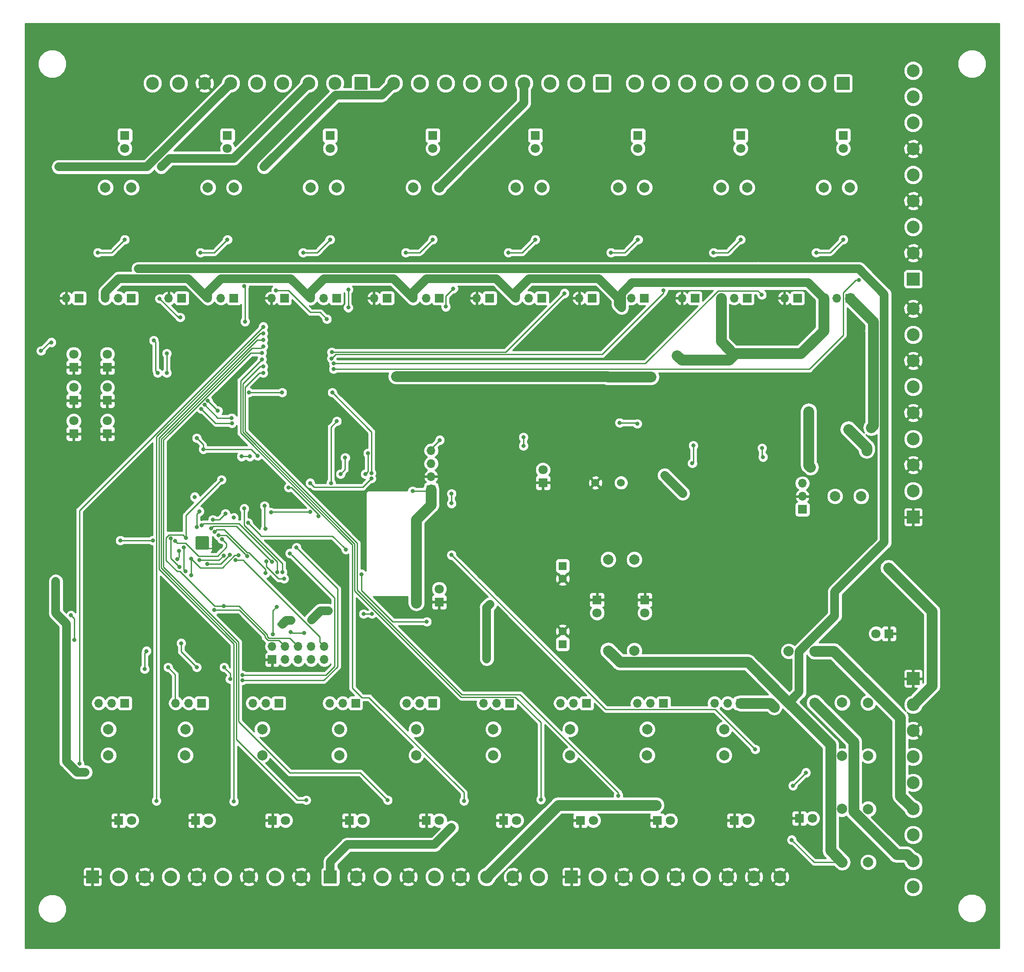
<source format=gbr>
G04 #@! TF.GenerationSoftware,KiCad,Pcbnew,(5.0.0)*
G04 #@! TF.CreationDate,2018-09-25T21:01:13+02:00*
G04 #@! TF.ProjectId,G3,47332E6B696361645F70636200000000,rev?*
G04 #@! TF.SameCoordinates,Original*
G04 #@! TF.FileFunction,Copper,L2,Bot,Signal*
G04 #@! TF.FilePolarity,Positive*
%FSLAX46Y46*%
G04 Gerber Fmt 4.6, Leading zero omitted, Abs format (unit mm)*
G04 Created by KiCad (PCBNEW (5.0.0)) date 09/25/18 21:01:13*
%MOMM*%
%LPD*%
G01*
G04 APERTURE LIST*
G04 #@! TA.AperFunction,ComponentPad*
%ADD10C,1.800000*%
G04 #@! TD*
G04 #@! TA.AperFunction,ComponentPad*
%ADD11R,1.800000X1.800000*%
G04 #@! TD*
G04 #@! TA.AperFunction,ComponentPad*
%ADD12C,1.524000*%
G04 #@! TD*
G04 #@! TA.AperFunction,ComponentPad*
%ADD13R,1.700000X1.700000*%
G04 #@! TD*
G04 #@! TA.AperFunction,ComponentPad*
%ADD14O,1.700000X1.700000*%
G04 #@! TD*
G04 #@! TA.AperFunction,Conductor*
%ADD15C,0.100000*%
G04 #@! TD*
G04 #@! TA.AperFunction,Conductor*
%ADD16C,2.600000*%
G04 #@! TD*
G04 #@! TA.AperFunction,ViaPad*
%ADD17C,0.500000*%
G04 #@! TD*
G04 #@! TA.AperFunction,ComponentPad*
%ADD18R,1.600000X1.600000*%
G04 #@! TD*
G04 #@! TA.AperFunction,ComponentPad*
%ADD19C,1.600000*%
G04 #@! TD*
G04 #@! TA.AperFunction,ComponentPad*
%ADD20C,2.000000*%
G04 #@! TD*
G04 #@! TA.AperFunction,ComponentPad*
%ADD21R,2.500000X2.500000*%
G04 #@! TD*
G04 #@! TA.AperFunction,ComponentPad*
%ADD22C,2.500000*%
G04 #@! TD*
G04 #@! TA.AperFunction,ViaPad*
%ADD23C,0.800000*%
G04 #@! TD*
G04 #@! TA.AperFunction,Conductor*
%ADD24C,0.250000*%
G04 #@! TD*
G04 #@! TA.AperFunction,Conductor*
%ADD25C,1.700000*%
G04 #@! TD*
G04 #@! TA.AperFunction,Conductor*
%ADD26C,2.100000*%
G04 #@! TD*
G04 #@! TA.AperFunction,Conductor*
%ADD27C,0.254000*%
G04 #@! TD*
G04 APERTURE END LIST*
D10*
G04 #@! TO.P,D1402,2*
G04 #@! TO.N,Net-(D1402-Pad2)*
X28352000Y-78245539D03*
D11*
G04 #@! TO.P,D1402,1*
G04 #@! TO.N,GND*
X28352000Y-80785539D03*
G04 #@! TD*
G04 #@! TO.P,D1401,1*
G04 #@! TO.N,GND*
X34900915Y-87285539D03*
D10*
G04 #@! TO.P,D1401,2*
G04 #@! TO.N,Net-(D1401-Pad2)*
X34900915Y-84745539D03*
G04 #@! TD*
G04 #@! TO.P,D1404,2*
G04 #@! TO.N,Net-(D1404-Pad2)*
X34892000Y-78245000D03*
D11*
G04 #@! TO.P,D1404,1*
G04 #@! TO.N,GND*
X34892000Y-80785000D03*
G04 #@! TD*
G04 #@! TO.P,D1405,1*
G04 #@! TO.N,GND*
X28350915Y-87285539D03*
D10*
G04 #@! TO.P,D1405,2*
G04 #@! TO.N,Net-(D1405-Pad2)*
X28350915Y-84745539D03*
G04 #@! TD*
G04 #@! TO.P,D1406,2*
G04 #@! TO.N,Net-(D1406-Pad2)*
X34900915Y-91245539D03*
D11*
G04 #@! TO.P,D1406,1*
G04 #@! TO.N,GND*
X34900915Y-93785539D03*
G04 #@! TD*
G04 #@! TO.P,D1403,1*
G04 #@! TO.N,GND*
X28350915Y-93785539D03*
D10*
G04 #@! TO.P,D1403,2*
G04 #@! TO.N,Net-(D1403-Pad2)*
X28350915Y-91245539D03*
G04 #@! TD*
G04 #@! TO.P,D401,2*
G04 #@! TO.N,Net-(D401-Pad2)*
X99575915Y-124048540D03*
D11*
G04 #@! TO.P,D401,1*
G04 #@! TO.N,GND*
X99575915Y-126588540D03*
G04 #@! TD*
D10*
G04 #@! TO.P,D2401,2*
G04 #@! TO.N,Net-(D2401-Pad2)*
X119802947Y-100790573D03*
D11*
G04 #@! TO.P,D2401,1*
G04 #@! TO.N,GND*
X119802947Y-103330573D03*
G04 #@! TD*
D12*
G04 #@! TO.P,BZ1401,2*
G04 #@! TO.N,GND*
X130002947Y-103330573D03*
G04 #@! TO.P,BZ1401,1*
G04 #@! TO.N,/DigitalIO/Internal siren/Output*
X135002947Y-103330573D03*
G04 #@! TD*
D13*
G04 #@! TO.P,J302,1*
G04 #@! TO.N,+3V3*
X98005914Y-104671540D03*
D14*
G04 #@! TO.P,J302,2*
G04 #@! TO.N,GND*
X98005914Y-102131540D03*
G04 #@! TO.P,J302,3*
G04 #@! TO.N,I2C_SCL*
X98005914Y-99591540D03*
G04 #@! TO.P,J302,4*
G04 #@! TO.N,I2C_SDA*
X98005914Y-97051540D03*
G04 #@! TD*
D13*
G04 #@! TO.P,J301,1*
G04 #@! TO.N,GND*
X67017914Y-137818540D03*
D14*
G04 #@! TO.P,J301,2*
G04 #@! TO.N,/MCU/Boot_option*
X67017914Y-135278540D03*
G04 #@! TO.P,J301,3*
G04 #@! TO.N,/MCU/CH_Enable*
X69557914Y-137818540D03*
G04 #@! TO.P,J301,4*
G04 #@! TO.N,SD_DATA3*
X69557914Y-135278540D03*
G04 #@! TO.P,J301,5*
G04 #@! TO.N,/MCU/TDX*
X72097914Y-137818540D03*
G04 #@! TO.P,J301,6*
G04 #@! TO.N,SD_DATA2*
X72097914Y-135278540D03*
G04 #@! TO.P,J301,7*
G04 #@! TO.N,/MCU/RDX*
X74637914Y-137818540D03*
G04 #@! TO.P,J301,8*
G04 #@! TO.N,SD_CMD*
X74637914Y-135278540D03*
G04 #@! TO.P,J301,9*
G04 #@! TO.N,Net-(J301-Pad9)*
X77177914Y-137818540D03*
G04 #@! TO.P,J301,10*
G04 #@! TO.N,SD_CLK*
X77177914Y-135278540D03*
G04 #@! TD*
D15*
G04 #@! TO.N,GND*
G04 #@! TO.C,U401*
G36*
X54503418Y-113786744D02*
X54527687Y-113790344D01*
X54551485Y-113796305D01*
X54574585Y-113804570D01*
X54596763Y-113815060D01*
X54617807Y-113827673D01*
X54637512Y-113842287D01*
X54655691Y-113858763D01*
X54672167Y-113876942D01*
X54686781Y-113896647D01*
X54699394Y-113917691D01*
X54709884Y-113939869D01*
X54718149Y-113962969D01*
X54724110Y-113986767D01*
X54727710Y-114011036D01*
X54728914Y-114035540D01*
X54728914Y-116135540D01*
X54727710Y-116160044D01*
X54724110Y-116184313D01*
X54718149Y-116208111D01*
X54709884Y-116231211D01*
X54699394Y-116253389D01*
X54686781Y-116274433D01*
X54672167Y-116294138D01*
X54655691Y-116312317D01*
X54637512Y-116328793D01*
X54617807Y-116343407D01*
X54596763Y-116356020D01*
X54574585Y-116366510D01*
X54551485Y-116374775D01*
X54527687Y-116380736D01*
X54503418Y-116384336D01*
X54478914Y-116385540D01*
X52378914Y-116385540D01*
X52354410Y-116384336D01*
X52330141Y-116380736D01*
X52306343Y-116374775D01*
X52283243Y-116366510D01*
X52261065Y-116356020D01*
X52240021Y-116343407D01*
X52220316Y-116328793D01*
X52202137Y-116312317D01*
X52185661Y-116294138D01*
X52171047Y-116274433D01*
X52158434Y-116253389D01*
X52147944Y-116231211D01*
X52139679Y-116208111D01*
X52133718Y-116184313D01*
X52130118Y-116160044D01*
X52128914Y-116135540D01*
X52128914Y-114035540D01*
X52130118Y-114011036D01*
X52133718Y-113986767D01*
X52139679Y-113962969D01*
X52147944Y-113939869D01*
X52158434Y-113917691D01*
X52171047Y-113896647D01*
X52185661Y-113876942D01*
X52202137Y-113858763D01*
X52220316Y-113842287D01*
X52240021Y-113827673D01*
X52261065Y-113815060D01*
X52283243Y-113804570D01*
X52306343Y-113796305D01*
X52330141Y-113790344D01*
X52354410Y-113786744D01*
X52378914Y-113785540D01*
X54478914Y-113785540D01*
X54503418Y-113786744D01*
X54503418Y-113786744D01*
G37*
D16*
X53428914Y-115085540D03*
D17*
X52378914Y-116135540D03*
X52378914Y-115085540D03*
X52378914Y-114035540D03*
X53428914Y-116135540D03*
X53428914Y-115085540D03*
X53428914Y-114035540D03*
X54478914Y-116135540D03*
X54478914Y-115085540D03*
X54478914Y-114035540D03*
G04 #@! TD*
D13*
G04 #@! TO.P,J1502,1*
G04 #@! TO.N,DI1_2*
X169419881Y-67330507D03*
D14*
G04 #@! TO.P,J1502,2*
G04 #@! TO.N,GND*
X166879881Y-67330507D03*
G04 #@! TD*
D13*
G04 #@! TO.P,J3002,1*
G04 #@! TO.N,DI4_2*
X109419881Y-67330507D03*
D14*
G04 #@! TO.P,J3002,2*
G04 #@! TO.N,GND*
X106879881Y-67330507D03*
G04 #@! TD*
G04 #@! TO.P,J3202,2*
G04 #@! TO.N,GND*
X66879881Y-67330507D03*
D13*
G04 #@! TO.P,J3202,1*
G04 #@! TO.N,DI6_2*
X69419881Y-67330507D03*
G04 #@! TD*
G04 #@! TO.P,J2802,1*
G04 #@! TO.N,DI2_2*
X149419881Y-67330507D03*
D14*
G04 #@! TO.P,J2802,2*
G04 #@! TO.N,GND*
X146879881Y-67330507D03*
G04 #@! TD*
G04 #@! TO.P,J3302,2*
G04 #@! TO.N,GND*
X46879881Y-67330507D03*
D13*
G04 #@! TO.P,J3302,1*
G04 #@! TO.N,DI7_2*
X49419881Y-67330507D03*
G04 #@! TD*
G04 #@! TO.P,J2902,1*
G04 #@! TO.N,DI3_2*
X129419881Y-67330507D03*
D14*
G04 #@! TO.P,J2902,2*
G04 #@! TO.N,GND*
X126879881Y-67330507D03*
G04 #@! TD*
G04 #@! TO.P,J3102,2*
G04 #@! TO.N,GND*
X86879881Y-67330507D03*
D13*
G04 #@! TO.P,J3102,1*
G04 #@! TO.N,DI5_2*
X89419881Y-67330507D03*
G04 #@! TD*
G04 #@! TO.P,J3402,1*
G04 #@! TO.N,DI8_2*
X29419881Y-67330507D03*
D14*
G04 #@! TO.P,J3402,2*
G04 #@! TO.N,GND*
X26879881Y-67330507D03*
G04 #@! TD*
D18*
G04 #@! TO.P,C206,1*
G04 #@! TO.N,+5V*
X123619914Y-119549540D03*
D19*
G04 #@! TO.P,C206,2*
G04 #@! TO.N,GND*
X123619914Y-122049540D03*
G04 #@! TD*
G04 #@! TO.P,C205,2*
G04 #@! TO.N,GND*
X123619914Y-132289540D03*
D18*
G04 #@! TO.P,C205,1*
G04 #@! TO.N,+3V3*
X123619914Y-134789540D03*
G04 #@! TD*
D13*
G04 #@! TO.P,J2101,1*
G04 #@! TO.N,12V_PWR*
X113306022Y-146311694D03*
D14*
G04 #@! TO.P,J2101,2*
G04 #@! TO.N,/DigitalIO/Output6/Unfused_power*
X110766022Y-146311694D03*
G04 #@! TO.P,J2101,3*
G04 #@! TO.N,+5V*
X108226022Y-146311694D03*
G04 #@! TD*
D13*
G04 #@! TO.P,J3301,1*
G04 #@! TO.N,12V_PWR*
X59579881Y-67330507D03*
D14*
G04 #@! TO.P,J3301,2*
G04 #@! TO.N,Net-(F3301-Pad2)*
X57039881Y-67330507D03*
G04 #@! TO.P,J3301,3*
G04 #@! TO.N,+5V*
X54499881Y-67330507D03*
G04 #@! TD*
G04 #@! TO.P,J3201,3*
G04 #@! TO.N,+5V*
X74499881Y-67330507D03*
G04 #@! TO.P,J3201,2*
G04 #@! TO.N,Net-(F3201-Pad2)*
X77039881Y-67330507D03*
D13*
G04 #@! TO.P,J3201,1*
G04 #@! TO.N,12V_PWR*
X79579881Y-67330507D03*
G04 #@! TD*
D14*
G04 #@! TO.P,FL201,3*
G04 #@! TO.N,12V_PWR*
X170355914Y-103420540D03*
G04 #@! TO.P,FL201,2*
G04 #@! TO.N,GND*
X170355914Y-105960540D03*
D13*
G04 #@! TO.P,FL201,1*
G04 #@! TO.N,/Power/12V_Source*
X170355914Y-108500540D03*
G04 #@! TD*
G04 #@! TO.P,J1501,1*
G04 #@! TO.N,12V_PWR*
X179579881Y-67330507D03*
D14*
G04 #@! TO.P,J1501,2*
G04 #@! TO.N,Net-(F1501-Pad2)*
X177039881Y-67330507D03*
G04 #@! TO.P,J1501,3*
G04 #@! TO.N,+5V*
X174499881Y-67330507D03*
G04 #@! TD*
G04 #@! TO.P,J1601,3*
G04 #@! TO.N,+5V*
X33226022Y-146311694D03*
G04 #@! TO.P,J1601,2*
G04 #@! TO.N,/DigitalIO/Output1/Unfused_power*
X35766022Y-146311694D03*
D13*
G04 #@! TO.P,J1601,1*
G04 #@! TO.N,12V_PWR*
X38306022Y-146311694D03*
G04 #@! TD*
G04 #@! TO.P,J1701,1*
G04 #@! TO.N,12V_PWR*
X53306022Y-146311694D03*
D14*
G04 #@! TO.P,J1701,2*
G04 #@! TO.N,/DigitalIO/Output2/Unfused_power*
X50766022Y-146311694D03*
G04 #@! TO.P,J1701,3*
G04 #@! TO.N,+5V*
X48226022Y-146311694D03*
G04 #@! TD*
G04 #@! TO.P,J1801,3*
G04 #@! TO.N,+5V*
X63226022Y-146311694D03*
G04 #@! TO.P,J1801,2*
G04 #@! TO.N,/DigitalIO/Output3/Unfused_power*
X65766022Y-146311694D03*
D13*
G04 #@! TO.P,J1801,1*
G04 #@! TO.N,12V_PWR*
X68306022Y-146311694D03*
G04 #@! TD*
G04 #@! TO.P,J2001,1*
G04 #@! TO.N,12V_PWR*
X98306022Y-146311694D03*
D14*
G04 #@! TO.P,J2001,2*
G04 #@! TO.N,/DigitalIO/Output5/Unfused_power*
X95766022Y-146311694D03*
G04 #@! TO.P,J2001,3*
G04 #@! TO.N,+5V*
X93226022Y-146311694D03*
G04 #@! TD*
G04 #@! TO.P,J2301,3*
G04 #@! TO.N,+5V*
X138226022Y-146311694D03*
G04 #@! TO.P,J2301,2*
G04 #@! TO.N,/DigitalIO/Output8/Unfused_power*
X140766022Y-146311694D03*
D13*
G04 #@! TO.P,J2301,1*
G04 #@! TO.N,12V_PWR*
X143306022Y-146311694D03*
G04 #@! TD*
G04 #@! TO.P,J2601,1*
G04 #@! TO.N,12V_PWR*
X158306022Y-146311694D03*
D14*
G04 #@! TO.P,J2601,2*
G04 #@! TO.N,/DigitalIO/Bell control/Unfused_power*
X155766022Y-146311694D03*
G04 #@! TO.P,J2601,3*
G04 #@! TO.N,+5V*
X153226022Y-146311694D03*
G04 #@! TD*
D13*
G04 #@! TO.P,J2801,1*
G04 #@! TO.N,12V_PWR*
X159579881Y-67330507D03*
D14*
G04 #@! TO.P,J2801,2*
G04 #@! TO.N,Net-(F2801-Pad2)*
X157039881Y-67330507D03*
G04 #@! TO.P,J2801,3*
G04 #@! TO.N,+5V*
X154499881Y-67330507D03*
G04 #@! TD*
G04 #@! TO.P,J3101,3*
G04 #@! TO.N,+5V*
X94499881Y-67330507D03*
G04 #@! TO.P,J3101,2*
G04 #@! TO.N,Net-(F3101-Pad2)*
X97039881Y-67330507D03*
D13*
G04 #@! TO.P,J3101,1*
G04 #@! TO.N,12V_PWR*
X99579881Y-67330507D03*
G04 #@! TD*
G04 #@! TO.P,J2901,1*
G04 #@! TO.N,12V_PWR*
X139579881Y-67330507D03*
D14*
G04 #@! TO.P,J2901,2*
G04 #@! TO.N,Net-(F2901-Pad2)*
X137039881Y-67330507D03*
G04 #@! TO.P,J2901,3*
G04 #@! TO.N,+5V*
X134499881Y-67330507D03*
G04 #@! TD*
G04 #@! TO.P,J3001,3*
G04 #@! TO.N,+5V*
X114499881Y-67330507D03*
G04 #@! TO.P,J3001,2*
G04 #@! TO.N,Net-(F3001-Pad2)*
X117039881Y-67330507D03*
D13*
G04 #@! TO.P,J3001,1*
G04 #@! TO.N,12V_PWR*
X119579881Y-67330507D03*
G04 #@! TD*
D14*
G04 #@! TO.P,J1901,3*
G04 #@! TO.N,+5V*
X78226022Y-146311694D03*
G04 #@! TO.P,J1901,2*
G04 #@! TO.N,/DigitalIO/Output4/Unfused_power*
X80766022Y-146311694D03*
D13*
G04 #@! TO.P,J1901,1*
G04 #@! TO.N,12V_PWR*
X83306022Y-146311694D03*
G04 #@! TD*
D14*
G04 #@! TO.P,J3401,3*
G04 #@! TO.N,+5V*
X34499881Y-67330507D03*
G04 #@! TO.P,J3401,2*
G04 #@! TO.N,Net-(F3401-Pad2)*
X37039881Y-67330507D03*
D13*
G04 #@! TO.P,J3401,1*
G04 #@! TO.N,12V_PWR*
X39579881Y-67330507D03*
G04 #@! TD*
D14*
G04 #@! TO.P,J2201,3*
G04 #@! TO.N,+5V*
X123226022Y-146311694D03*
G04 #@! TO.P,J2201,2*
G04 #@! TO.N,/DigitalIO/Output7/Unfused_power*
X125766022Y-146311694D03*
D13*
G04 #@! TO.P,J2201,1*
G04 #@! TO.N,12V_PWR*
X128306022Y-146311694D03*
G04 #@! TD*
D20*
G04 #@! TO.P,F3505,2*
G04 #@! TO.N,+3V3*
X167655913Y-146220539D03*
G04 #@! TO.P,F3505,1*
G04 #@! TO.N,Net-(F3505-Pad1)*
X172735913Y-146230539D03*
G04 #@! TD*
G04 #@! TO.P,F3301,2*
G04 #@! TO.N,Net-(F3301-Pad2)*
X54499881Y-45730507D03*
G04 #@! TO.P,F3301,1*
G04 #@! TO.N,DI7_PWR*
X59579881Y-45740507D03*
G04 #@! TD*
G04 #@! TO.P,F3401,1*
G04 #@! TO.N,DI8_PWR*
X39579881Y-45740507D03*
G04 #@! TO.P,F3401,2*
G04 #@! TO.N,Net-(F3401-Pad2)*
X34499881Y-45730507D03*
G04 #@! TD*
G04 #@! TO.P,F3501,1*
G04 #@! TO.N,Net-(F3501-Pad1)*
X183182914Y-146219540D03*
G04 #@! TO.P,F3501,2*
G04 #@! TO.N,12V_PWR*
X178102914Y-146209540D03*
G04 #@! TD*
G04 #@! TO.P,F3503,2*
G04 #@! TO.N,+5V*
X167655913Y-136170539D03*
G04 #@! TO.P,F3503,1*
G04 #@! TO.N,Net-(F3503-Pad1)*
X172735913Y-136180539D03*
G04 #@! TD*
G04 #@! TO.P,F3504,1*
G04 #@! TO.N,Net-(F3504-Pad1)*
X183182914Y-166962872D03*
G04 #@! TO.P,F3504,2*
G04 #@! TO.N,+5V*
X178102914Y-166952872D03*
G04 #@! TD*
G04 #@! TO.P,F3506,2*
G04 #@! TO.N,+3V3*
X178102914Y-177324540D03*
G04 #@! TO.P,F3506,1*
G04 #@! TO.N,Net-(F3506-Pad1)*
X183182914Y-177334540D03*
G04 #@! TD*
G04 #@! TO.P,F202,1*
G04 #@! TO.N,+3V3*
X132509914Y-136059540D03*
G04 #@! TO.P,F202,2*
G04 #@! TO.N,/Power/3.3V_PWR_after_switch*
X137589914Y-136069540D03*
G04 #@! TD*
G04 #@! TO.P,F3201,1*
G04 #@! TO.N,DI6_PWR*
X79579881Y-45740507D03*
G04 #@! TO.P,F3201,2*
G04 #@! TO.N,Net-(F3201-Pad2)*
X74499881Y-45730507D03*
G04 #@! TD*
G04 #@! TO.P,F2801,2*
G04 #@! TO.N,Net-(F2801-Pad2)*
X154499881Y-45730507D03*
G04 #@! TO.P,F2801,1*
G04 #@! TO.N,DI2_PWR*
X159579881Y-45740507D03*
G04 #@! TD*
G04 #@! TO.P,F201,2*
G04 #@! TO.N,POWER_SUPPLY_12V*
X181785914Y-105970540D03*
G04 #@! TO.P,F201,1*
G04 #@! TO.N,/Power/12V_Source*
X176705914Y-105960540D03*
G04 #@! TD*
G04 #@! TO.P,F3502,1*
G04 #@! TO.N,Net-(F3502-Pad1)*
X183182914Y-156591206D03*
G04 #@! TO.P,F3502,2*
G04 #@! TO.N,12V_PWR*
X178102914Y-156581206D03*
G04 #@! TD*
G04 #@! TO.P,F1501,1*
G04 #@! TO.N,DI1_PWR*
X179579881Y-45740507D03*
G04 #@! TO.P,F1501,2*
G04 #@! TO.N,Net-(F1501-Pad2)*
X174499881Y-45730507D03*
G04 #@! TD*
G04 #@! TO.P,F3101,2*
G04 #@! TO.N,Net-(F3101-Pad2)*
X94499881Y-45730507D03*
G04 #@! TO.P,F3101,1*
G04 #@! TO.N,DI5_PWR*
X99579881Y-45740507D03*
G04 #@! TD*
G04 #@! TO.P,F2101,2*
G04 #@! TO.N,/DigitalIO/Output6/Unfused_power*
X110106022Y-151391694D03*
G04 #@! TO.P,F2101,1*
G04 #@! TO.N,/DigitalIO/Output6/Fused_power*
X110096022Y-156471694D03*
G04 #@! TD*
G04 #@! TO.P,F1601,1*
G04 #@! TO.N,/DigitalIO/Output1/Fused_power*
X35096022Y-156471694D03*
G04 #@! TO.P,F1601,2*
G04 #@! TO.N,/DigitalIO/Output1/Unfused_power*
X35106022Y-151391694D03*
G04 #@! TD*
G04 #@! TO.P,F1701,2*
G04 #@! TO.N,/DigitalIO/Output2/Unfused_power*
X50106022Y-151391694D03*
G04 #@! TO.P,F1701,1*
G04 #@! TO.N,/DigitalIO/Output2/Fused_power*
X50096022Y-156471694D03*
G04 #@! TD*
G04 #@! TO.P,F1801,1*
G04 #@! TO.N,/DigitalIO/Output3/Fused_power*
X65096022Y-156471694D03*
G04 #@! TO.P,F1801,2*
G04 #@! TO.N,/DigitalIO/Output3/Unfused_power*
X65106022Y-151391694D03*
G04 #@! TD*
G04 #@! TO.P,F2001,2*
G04 #@! TO.N,/DigitalIO/Output5/Unfused_power*
X95106022Y-151391694D03*
G04 #@! TO.P,F2001,1*
G04 #@! TO.N,/DigitalIO/Output5/Fused_power*
X95096022Y-156471694D03*
G04 #@! TD*
G04 #@! TO.P,F2201,1*
G04 #@! TO.N,/DigitalIO/Output7/Fused_power*
X125096022Y-156471694D03*
G04 #@! TO.P,F2201,2*
G04 #@! TO.N,/DigitalIO/Output7/Unfused_power*
X125106022Y-151391694D03*
G04 #@! TD*
G04 #@! TO.P,F2301,2*
G04 #@! TO.N,/DigitalIO/Output8/Unfused_power*
X140106022Y-151391694D03*
G04 #@! TO.P,F2301,1*
G04 #@! TO.N,/DigitalIO/Output8/Fused_power*
X140096022Y-156471694D03*
G04 #@! TD*
G04 #@! TO.P,F203,2*
G04 #@! TO.N,/Power/5V_PWR_after_switch*
X137589914Y-118289540D03*
G04 #@! TO.P,F203,1*
G04 #@! TO.N,+5V*
X132509914Y-118279540D03*
G04 #@! TD*
G04 #@! TO.P,F2601,1*
G04 #@! TO.N,/DigitalIO/Bell control/Fused_power*
X155096022Y-156471694D03*
G04 #@! TO.P,F2601,2*
G04 #@! TO.N,/DigitalIO/Bell control/Unfused_power*
X155106022Y-151391694D03*
G04 #@! TD*
G04 #@! TO.P,F2901,1*
G04 #@! TO.N,DI3_PWR*
X139579881Y-45740507D03*
G04 #@! TO.P,F2901,2*
G04 #@! TO.N,Net-(F2901-Pad2)*
X134499881Y-45730507D03*
G04 #@! TD*
G04 #@! TO.P,F3001,2*
G04 #@! TO.N,Net-(F3001-Pad2)*
X114499881Y-45730507D03*
G04 #@! TO.P,F3001,1*
G04 #@! TO.N,DI4_PWR*
X119579881Y-45740507D03*
G04 #@! TD*
G04 #@! TO.P,F1901,2*
G04 #@! TO.N,/DigitalIO/Output4/Unfused_power*
X80106022Y-151391694D03*
G04 #@! TO.P,F1901,1*
G04 #@! TO.N,/DigitalIO/Output4/Fused_power*
X80096022Y-156471694D03*
G04 #@! TD*
D10*
G04 #@! TO.P,D201,2*
G04 #@! TO.N,Net-(D201-Pad2)*
X184706914Y-132757540D03*
D11*
G04 #@! TO.P,D201,1*
G04 #@! TO.N,GND*
X187246914Y-132757540D03*
G04 #@! TD*
G04 #@! TO.P,D207,1*
G04 #@! TO.N,GND*
X139651000Y-126161000D03*
D10*
G04 #@! TO.P,D207,2*
G04 #@! TO.N,Net-(D207-Pad2)*
X139651000Y-128701000D03*
G04 #@! TD*
G04 #@! TO.P,D206,2*
G04 #@! TO.N,Net-(D206-Pad2)*
X130339914Y-128709540D03*
D11*
G04 #@! TO.P,D206,1*
G04 #@! TO.N,GND*
X130339914Y-126169540D03*
G04 #@! TD*
G04 #@! TO.P,D2001,1*
G04 #@! TO.N,GND*
X97086022Y-169171694D03*
D10*
G04 #@! TO.P,D2001,2*
G04 #@! TO.N,Net-(D2001-Pad2)*
X99626022Y-169171694D03*
G04 #@! TD*
G04 #@! TO.P,D1901,2*
G04 #@! TO.N,Net-(D1901-Pad2)*
X84626022Y-169171694D03*
D11*
G04 #@! TO.P,D1901,1*
G04 #@! TO.N,GND*
X82086022Y-169171694D03*
G04 #@! TD*
D10*
G04 #@! TO.P,D1801,2*
G04 #@! TO.N,Net-(D1801-Pad2)*
X69626022Y-169171694D03*
D11*
G04 #@! TO.P,D1801,1*
G04 #@! TO.N,GND*
X67086022Y-169171694D03*
G04 #@! TD*
G04 #@! TO.P,D2201,1*
G04 #@! TO.N,GND*
X127086022Y-169171694D03*
D10*
G04 #@! TO.P,D2201,2*
G04 #@! TO.N,Net-(D2201-Pad2)*
X129626022Y-169171694D03*
G04 #@! TD*
G04 #@! TO.P,D1701,2*
G04 #@! TO.N,Net-(D1701-Pad2)*
X54626022Y-169171694D03*
D11*
G04 #@! TO.P,D1701,1*
G04 #@! TO.N,GND*
X52086022Y-169171694D03*
G04 #@! TD*
G04 #@! TO.P,D1601,1*
G04 #@! TO.N,GND*
X37086022Y-169171694D03*
D10*
G04 #@! TO.P,D1601,2*
G04 #@! TO.N,Net-(D1601-Pad2)*
X39626022Y-169171694D03*
G04 #@! TD*
D11*
G04 #@! TO.P,D1501,1*
G04 #@! TO.N,DI1*
X178309881Y-35580507D03*
D10*
G04 #@! TO.P,D1501,2*
G04 #@! TO.N,Net-(D1501-Pad2)*
X178309881Y-38120507D03*
G04 #@! TD*
D11*
G04 #@! TO.P,D2101,1*
G04 #@! TO.N,GND*
X112086022Y-169171694D03*
D10*
G04 #@! TO.P,D2101,2*
G04 #@! TO.N,Net-(D2101-Pad2)*
X114626022Y-169171694D03*
G04 #@! TD*
D11*
G04 #@! TO.P,D2601,1*
G04 #@! TO.N,GND*
X157086022Y-169171694D03*
D10*
G04 #@! TO.P,D2601,2*
G04 #@! TO.N,Net-(D2601-Pad2)*
X159626022Y-169171694D03*
G04 #@! TD*
G04 #@! TO.P,D2701,2*
G04 #@! TO.N,Net-(D2701-Pad2)*
X172325881Y-168752507D03*
D11*
G04 #@! TO.P,D2701,1*
G04 #@! TO.N,GND*
X169785881Y-168752507D03*
G04 #@! TD*
D10*
G04 #@! TO.P,D2801,2*
G04 #@! TO.N,Net-(D2801-Pad2)*
X158309881Y-38120507D03*
D11*
G04 #@! TO.P,D2801,1*
G04 #@! TO.N,DI2*
X158309881Y-35580507D03*
G04 #@! TD*
G04 #@! TO.P,D2901,1*
G04 #@! TO.N,DI3*
X138309881Y-35580507D03*
D10*
G04 #@! TO.P,D2901,2*
G04 #@! TO.N,Net-(D2901-Pad2)*
X138309881Y-38120507D03*
G04 #@! TD*
G04 #@! TO.P,D3101,2*
G04 #@! TO.N,Net-(D3101-Pad2)*
X98309881Y-38120507D03*
D11*
G04 #@! TO.P,D3101,1*
G04 #@! TO.N,DI5*
X98309881Y-35580507D03*
G04 #@! TD*
G04 #@! TO.P,D3201,1*
G04 #@! TO.N,DI6*
X78309881Y-35580507D03*
D10*
G04 #@! TO.P,D3201,2*
G04 #@! TO.N,Net-(D3201-Pad2)*
X78309881Y-38120507D03*
G04 #@! TD*
G04 #@! TO.P,D3301,2*
G04 #@! TO.N,Net-(D3301-Pad2)*
X58309881Y-38120507D03*
D11*
G04 #@! TO.P,D3301,1*
G04 #@! TO.N,DI7*
X58309881Y-35580507D03*
G04 #@! TD*
D10*
G04 #@! TO.P,D2301,2*
G04 #@! TO.N,Net-(D2301-Pad2)*
X144626022Y-169171694D03*
D11*
G04 #@! TO.P,D2301,1*
G04 #@! TO.N,GND*
X142086022Y-169171694D03*
G04 #@! TD*
D10*
G04 #@! TO.P,D3401,2*
G04 #@! TO.N,Net-(D3401-Pad2)*
X38309881Y-38120507D03*
D11*
G04 #@! TO.P,D3401,1*
G04 #@! TO.N,DI8*
X38309881Y-35580507D03*
G04 #@! TD*
G04 #@! TO.P,D3001,1*
G04 #@! TO.N,DI4*
X118309881Y-35580507D03*
D10*
G04 #@! TO.P,D3001,2*
G04 #@! TO.N,Net-(D3001-Pad2)*
X118309881Y-38120507D03*
G04 #@! TD*
D21*
G04 #@! TO.P,J3504,1*
G04 #@! TO.N,DI4_PWR*
X131319881Y-25420507D03*
D22*
G04 #@! TO.P,J3504,2*
G04 #@! TO.N,DI4_1*
X126239881Y-25420507D03*
G04 #@! TO.P,J3504,3*
G04 #@! TO.N,DI4_2*
X121159881Y-25420507D03*
G04 #@! TO.P,J3504,4*
G04 #@! TO.N,DI5_PWR*
X116079881Y-25420507D03*
G04 #@! TO.P,J3504,5*
G04 #@! TO.N,DI5_1*
X110999881Y-25420507D03*
G04 #@! TO.P,J3504,6*
G04 #@! TO.N,DI5_2*
X105919881Y-25420507D03*
G04 #@! TO.P,J3504,7*
G04 #@! TO.N,DI6_PWR*
X100839881Y-25420507D03*
G04 #@! TO.P,J3504,8*
G04 #@! TO.N,DI6_1*
X95759881Y-25420507D03*
G04 #@! TO.P,J3504,9*
G04 #@! TO.N,DI6_2*
X90679881Y-25420507D03*
G04 #@! TD*
D21*
G04 #@! TO.P,J3505,1*
G04 #@! TO.N,GND*
X191945914Y-141520540D03*
D22*
G04 #@! TO.P,J3505,2*
G04 #@! TO.N,POWER_SUPPLY_12V*
X191945914Y-146600540D03*
G04 #@! TO.P,J3505,3*
G04 #@! TO.N,GND*
X191945914Y-151680540D03*
G04 #@! TO.P,J3505,4*
G04 #@! TO.N,Net-(F3501-Pad1)*
X191945914Y-156760540D03*
G04 #@! TO.P,J3505,5*
G04 #@! TO.N,Net-(F3502-Pad1)*
X191945914Y-161840540D03*
G04 #@! TO.P,J3505,6*
G04 #@! TO.N,Net-(F3503-Pad1)*
X191945914Y-166920540D03*
G04 #@! TO.P,J3505,7*
G04 #@! TO.N,Net-(F3504-Pad1)*
X191945914Y-172000540D03*
G04 #@! TO.P,J3505,8*
G04 #@! TO.N,Net-(F3505-Pad1)*
X191945914Y-177080540D03*
G04 #@! TO.P,J3505,9*
G04 #@! TO.N,Net-(F3506-Pad1)*
X191945914Y-182160540D03*
G04 #@! TD*
D21*
G04 #@! TO.P,J3506,1*
G04 #@! TO.N,DI7_PWR*
X84329881Y-25420507D03*
D22*
G04 #@! TO.P,J3506,2*
G04 #@! TO.N,DI7_1*
X79249881Y-25420507D03*
G04 #@! TO.P,J3506,3*
G04 #@! TO.N,DI7_2*
X74169881Y-25420507D03*
G04 #@! TO.P,J3506,4*
G04 #@! TO.N,DI8_PWR*
X69089881Y-25420507D03*
G04 #@! TO.P,J3506,5*
G04 #@! TO.N,DI8_1*
X64009881Y-25420507D03*
G04 #@! TO.P,J3506,6*
G04 #@! TO.N,DI8_2*
X58929881Y-25420507D03*
G04 #@! TO.P,J3506,7*
G04 #@! TO.N,GND*
X53849881Y-25420507D03*
G04 #@! TO.P,J3506,8*
G04 #@! TO.N,Wiegand_D0*
X48769881Y-25420507D03*
G04 #@! TO.P,J3506,9*
G04 #@! TO.N,Wiegand_D1*
X43689881Y-25420507D03*
G04 #@! TD*
D21*
G04 #@! TO.P,J3507,1*
G04 #@! TO.N,GND*
X32006022Y-180182507D03*
D22*
G04 #@! TO.P,J3507,2*
G04 #@! TO.N,DO1_PWR*
X37086022Y-180182507D03*
G04 #@! TO.P,J3507,3*
G04 #@! TO.N,GND*
X42166022Y-180182507D03*
G04 #@! TO.P,J3507,4*
G04 #@! TO.N,DO2_PWR*
X47246022Y-180182507D03*
G04 #@! TO.P,J3507,5*
G04 #@! TO.N,GND*
X52326022Y-180182507D03*
G04 #@! TO.P,J3507,6*
G04 #@! TO.N,DO3_PWR*
X57406022Y-180182507D03*
G04 #@! TO.P,J3507,7*
G04 #@! TO.N,GND*
X62486022Y-180182507D03*
G04 #@! TO.P,J3507,8*
G04 #@! TO.N,DO4_PWR*
X67566022Y-180182507D03*
G04 #@! TO.P,J3507,9*
G04 #@! TO.N,GND*
X72646022Y-180182507D03*
G04 #@! TD*
G04 #@! TO.P,J3508,9*
G04 #@! TO.N,BELL_PWR*
X118985881Y-180182507D03*
G04 #@! TO.P,J3508,8*
G04 #@! TO.N,GND*
X113905881Y-180182507D03*
G04 #@! TO.P,J3508,7*
G04 #@! TO.N,DO8_PWR*
X108825881Y-180182507D03*
G04 #@! TO.P,J3508,6*
G04 #@! TO.N,GND*
X103745881Y-180182507D03*
G04 #@! TO.P,J3508,5*
G04 #@! TO.N,DO7_PWR*
X98665881Y-180182507D03*
G04 #@! TO.P,J3508,4*
G04 #@! TO.N,GND*
X93585881Y-180182507D03*
G04 #@! TO.P,J3508,3*
G04 #@! TO.N,DO6_PWR*
X88505881Y-180182507D03*
G04 #@! TO.P,J3508,2*
G04 #@! TO.N,GND*
X83425881Y-180182507D03*
D21*
G04 #@! TO.P,J3508,1*
G04 #@! TO.N,DO5_PWR*
X78345881Y-180182507D03*
G04 #@! TD*
G04 #@! TO.P,J3509,1*
G04 #@! TO.N,GND*
X125335881Y-180182507D03*
D22*
G04 #@! TO.P,J3509,2*
G04 #@! TO.N,BELL_PWR*
X130415881Y-180182507D03*
G04 #@! TO.P,J3509,3*
G04 #@! TO.N,GND*
X135495881Y-180182507D03*
G04 #@! TO.P,J3509,4*
G04 #@! TO.N,SIREN_PWR*
X140575881Y-180182507D03*
G04 #@! TO.P,J3509,5*
G04 #@! TO.N,GND*
X145655881Y-180182507D03*
G04 #@! TO.P,J3509,6*
G04 #@! TO.N,SIREN_PWR*
X150735881Y-180182507D03*
G04 #@! TO.P,J3509,7*
G04 #@! TO.N,GND*
X155815881Y-180182507D03*
G04 #@! TO.P,J3509,8*
X160895881Y-180182507D03*
G04 #@! TO.P,J3509,9*
X165975881Y-180182507D03*
G04 #@! TD*
G04 #@! TO.P,J3503,9*
G04 #@! TO.N,Net-(J3503-Pad9)*
X191945914Y-22960507D03*
G04 #@! TO.P,J3503,8*
G04 #@! TO.N,Net-(J3503-Pad8)*
X191945914Y-28040507D03*
G04 #@! TO.P,J3503,7*
G04 #@! TO.N,Sense8_DUT*
X191945914Y-33120507D03*
G04 #@! TO.P,J3503,6*
G04 #@! TO.N,GND*
X191945914Y-38200507D03*
G04 #@! TO.P,J3503,5*
G04 #@! TO.N,Sense7_DUT*
X191945914Y-43280507D03*
G04 #@! TO.P,J3503,4*
G04 #@! TO.N,GND*
X191945914Y-48360507D03*
G04 #@! TO.P,J3503,3*
G04 #@! TO.N,Sense6_DUT*
X191945914Y-53440507D03*
G04 #@! TO.P,J3503,2*
G04 #@! TO.N,GND*
X191945914Y-58520507D03*
D21*
G04 #@! TO.P,J3503,1*
G04 #@! TO.N,Sense5_DUT*
X191945914Y-63600507D03*
G04 #@! TD*
D22*
G04 #@! TO.P,J3502,9*
G04 #@! TO.N,DI3_2*
X137669881Y-25420507D03*
G04 #@! TO.P,J3502,8*
G04 #@! TO.N,DI3_1*
X142749881Y-25420507D03*
G04 #@! TO.P,J3502,7*
G04 #@! TO.N,DI3_PWR*
X147829881Y-25420507D03*
G04 #@! TO.P,J3502,6*
G04 #@! TO.N,DI2_2*
X152909881Y-25420507D03*
G04 #@! TO.P,J3502,5*
G04 #@! TO.N,DI2_1*
X157989881Y-25420507D03*
G04 #@! TO.P,J3502,4*
G04 #@! TO.N,DI2_PWR*
X163069881Y-25420507D03*
G04 #@! TO.P,J3502,3*
G04 #@! TO.N,DI1_2*
X168149881Y-25420507D03*
G04 #@! TO.P,J3502,2*
G04 #@! TO.N,DI1_1*
X173229881Y-25420507D03*
D21*
G04 #@! TO.P,J3502,1*
G04 #@! TO.N,DI1_PWR*
X178309881Y-25420507D03*
G04 #@! TD*
D22*
G04 #@! TO.P,J3501,9*
G04 #@! TO.N,GND*
X191945914Y-69384540D03*
G04 #@! TO.P,J3501,8*
G04 #@! TO.N,Sense4_DUT*
X191945914Y-74464540D03*
G04 #@! TO.P,J3501,7*
G04 #@! TO.N,GND*
X191945914Y-79544540D03*
G04 #@! TO.P,J3501,6*
G04 #@! TO.N,Sense3_DUT*
X191945914Y-84624540D03*
G04 #@! TO.P,J3501,5*
G04 #@! TO.N,GND*
X191945914Y-89704540D03*
G04 #@! TO.P,J3501,4*
G04 #@! TO.N,Sense2_DUT*
X191945914Y-94784540D03*
G04 #@! TO.P,J3501,3*
G04 #@! TO.N,GND*
X191945914Y-99864540D03*
G04 #@! TO.P,J3501,2*
G04 #@! TO.N,Sense1_DUT*
X191945914Y-104944540D03*
D21*
G04 #@! TO.P,J3501,1*
G04 #@! TO.N,GND*
X191945914Y-110024540D03*
G04 #@! TD*
D23*
G04 #@! TO.N,I2C_Reset*
X68961000Y-85725000D03*
X78740000Y-85725000D03*
X86342204Y-101425734D03*
X74422000Y-103378000D03*
X86360000Y-102488992D03*
X62484000Y-85725000D03*
G04 #@! TO.N,+3V3*
X141279881Y-61600507D03*
X120959881Y-61600507D03*
X100639881Y-61600507D03*
X81589881Y-61600507D03*
X61269881Y-61600507D03*
X40949881Y-61600507D03*
X64223914Y-98067540D03*
X37426914Y-114577539D03*
X43776914Y-114577540D03*
X55456261Y-110518193D03*
X180112000Y-61625000D03*
X161722000Y-61595000D03*
X57912000Y-109346998D03*
X68453000Y-130936986D03*
X77978000Y-128270000D03*
X74676000Y-130048000D03*
X54501088Y-87370037D03*
X56437191Y-89277086D03*
X53594000Y-96774000D03*
X52324000Y-94615000D03*
X168275000Y-172974000D03*
X61722000Y-71882000D03*
X61595000Y-64950517D03*
X70739004Y-130175000D03*
X24853914Y-122578540D03*
X26924000Y-130810000D03*
X134747000Y-91625561D03*
X138176000Y-91821000D03*
X30607000Y-159766000D03*
X95123000Y-126746000D03*
X51943000Y-106096530D03*
X94388354Y-104938660D03*
G04 #@! TO.N,+5V*
X170053000Y-78105000D03*
X157099000Y-78359000D03*
X145923000Y-78486000D03*
X140843000Y-82677000D03*
X132334000Y-82550000D03*
X119507000Y-82550000D03*
X91226881Y-82550000D03*
X104226881Y-82677000D03*
X171577000Y-89408000D03*
X171921873Y-100283583D03*
X143510000Y-101854000D03*
X147053452Y-105410000D03*
X108839000Y-137668000D03*
X109474000Y-127000000D03*
X182880000Y-97028000D03*
X179324000Y-92881456D03*
X46736000Y-139319000D03*
G04 #@! TO.N,DI5*
X100850328Y-68980507D03*
X102322000Y-65445000D03*
G04 #@! TO.N,Net-(C1501-Pad1)*
X173049881Y-58440507D03*
X178309881Y-55900507D03*
G04 #@! TO.N,DI1*
X79000341Y-81126133D03*
X181356000Y-63754000D03*
G04 #@! TO.N,DI2*
X79031503Y-80080039D03*
X162433000Y-66675000D03*
G04 #@! TO.N,DI3*
X78612000Y-79075000D03*
X143256000Y-65786004D03*
G04 #@! TO.N,DI4*
X123992000Y-66375000D03*
X78652000Y-77845000D03*
G04 #@! TO.N,DIA_Interrupt*
X79629000Y-91313000D03*
X78486000Y-103378000D03*
G04 #@! TO.N,GND*
X207441000Y-190231000D03*
X56991350Y-115773541D03*
X161544000Y-127381000D03*
X161544000Y-131445000D03*
X168656000Y-133731000D03*
X164084000Y-138557000D03*
X151257000Y-115062000D03*
X151511000Y-118364000D03*
X94742000Y-95758000D03*
X88138000Y-93853000D03*
X76327000Y-96901000D03*
X68580000Y-98044000D03*
X74549000Y-86995000D03*
X70612000Y-86868000D03*
X74422000Y-90805000D03*
X69342000Y-90170000D03*
X64008000Y-92202000D03*
X66675000Y-95631000D03*
X73660000Y-93980000D03*
X56515000Y-98425000D03*
X56515000Y-101219000D03*
X57785000Y-92837000D03*
X60706000Y-81915000D03*
X55626000Y-94869000D03*
X55626000Y-92837000D03*
X52324000Y-90297000D03*
X47117000Y-95504000D03*
X50038000Y-92583000D03*
X47117000Y-102743000D03*
X47244000Y-108331000D03*
X48133000Y-112395000D03*
X50165000Y-108077000D03*
X39624000Y-105664000D03*
X41275000Y-111760000D03*
X43307000Y-105664000D03*
X36322000Y-116586000D03*
X33655000Y-116586000D03*
X32639000Y-120142000D03*
X26797000Y-123444000D03*
X32766000Y-128905000D03*
X36195000Y-128905000D03*
X39116000Y-128905000D03*
X41910000Y-128905000D03*
X36195000Y-121920000D03*
X39243000Y-119888000D03*
X42926000Y-117983000D03*
X30734000Y-134493000D03*
X30861000Y-136779000D03*
X35306000Y-137541000D03*
X40894000Y-141351000D03*
X30734000Y-140208000D03*
X30734000Y-145415000D03*
X30988000Y-156591000D03*
X42926000Y-155321000D03*
X45847000Y-157988000D03*
X30861000Y-151257000D03*
X42037000Y-160147000D03*
X57023000Y-160147000D03*
X73025000Y-161925000D03*
X87757000Y-160020000D03*
X88646000Y-156337000D03*
X102235000Y-150876000D03*
X102616000Y-159385000D03*
X116840000Y-160147000D03*
X133096000Y-149860000D03*
X147320000Y-150749000D03*
X147447000Y-155194000D03*
X162560000Y-175006000D03*
X164973000Y-171577000D03*
X161544000Y-160147000D03*
X170688000Y-156210000D03*
X173736000Y-162052000D03*
X161544000Y-163703000D03*
X157607000Y-157099000D03*
X142748000Y-157226000D03*
X149987000Y-162814000D03*
X148209000Y-172720000D03*
X140081000Y-172847000D03*
X144526000Y-166624000D03*
X133858000Y-161036000D03*
X128778000Y-156083000D03*
X129413000Y-153416000D03*
X136779000Y-155702000D03*
X46355000Y-133731000D03*
X53086000Y-133604000D03*
X41783000Y-134366000D03*
X35306000Y-133985000D03*
X50165000Y-138811000D03*
X57277000Y-135128000D03*
X55499000Y-137795000D03*
X62103000Y-138684000D03*
X64770000Y-135636000D03*
X73279000Y-126365000D03*
X76073000Y-126365000D03*
X45847000Y-123063000D03*
X45847000Y-128651000D03*
X52578000Y-130048000D03*
X49784000Y-127000000D03*
X30353000Y-105664000D03*
X34925000Y-101346000D03*
X39497000Y-96520000D03*
X52578000Y-83439000D03*
X53848000Y-79248000D03*
X50927000Y-76327000D03*
X50800000Y-80264000D03*
X51689000Y-72390000D03*
X55880000Y-72390000D03*
X55753000Y-76962000D03*
X74168000Y-84328000D03*
X74295000Y-74295000D03*
X69469000Y-72390000D03*
X69596000Y-82804000D03*
X63246000Y-87376000D03*
X63881000Y-84201000D03*
X85471000Y-87376000D03*
X79248000Y-83058000D03*
X81280000Y-90805000D03*
X98933000Y-91821000D03*
X98679000Y-88265000D03*
X93472000Y-86106000D03*
X92710000Y-76708000D03*
X115062000Y-77089000D03*
X123190000Y-77089000D03*
X105791000Y-76581000D03*
X130810000Y-77089000D03*
X125984000Y-77089000D03*
X136271000Y-76835000D03*
X139192000Y-78486000D03*
X145796000Y-82931000D03*
X145542000Y-86741000D03*
X145288000Y-93599000D03*
X148717000Y-94234000D03*
X147574000Y-89154000D03*
X152273000Y-89154000D03*
X154178000Y-94869000D03*
X150749000Y-91694000D03*
X162433000Y-93472000D03*
X162433000Y-89662000D03*
X165989000Y-87503000D03*
X168910000Y-89281000D03*
X168910000Y-93091000D03*
X165481000Y-94234000D03*
X165227000Y-96139000D03*
X168910000Y-98298000D03*
X178054000Y-87757000D03*
X174498000Y-91440000D03*
X173863000Y-94996000D03*
X180213000Y-99822000D03*
X168910000Y-111379000D03*
X169418000Y-120269000D03*
X169291000Y-126365000D03*
X187198000Y-129921000D03*
X187071000Y-123571000D03*
X127635000Y-134747000D03*
X114935000Y-127254000D03*
X119634000Y-122428000D03*
X126619000Y-122174000D03*
X137160000Y-108204000D03*
X104267000Y-108204000D03*
X120523000Y-108077000D03*
X101931000Y-119531000D03*
X89535000Y-141224000D03*
X87122000Y-132588000D03*
X84455000Y-137795000D03*
X94742000Y-138811000D03*
X98044000Y-141859000D03*
X84328000Y-141605000D03*
X139954000Y-133096000D03*
X150876000Y-124841000D03*
X141097000Y-113411000D03*
X148717000Y-141351000D03*
X132334000Y-141605000D03*
X110871000Y-141732000D03*
X111633000Y-137922000D03*
X175514000Y-28448000D03*
X171450000Y-37973000D03*
X157353000Y-30226000D03*
X151511000Y-38100000D03*
X131445000Y-37338000D03*
X114173000Y-35560000D03*
X102743000Y-35560000D03*
X104267000Y-44958000D03*
X102108000Y-51562000D03*
X80518000Y-41021000D03*
X94361000Y-35941000D03*
X91440000Y-38481000D03*
X73025000Y-37592000D03*
X64389000Y-44831000D03*
X61849000Y-51943000D03*
X59182000Y-48641000D03*
X42291000Y-51689000D03*
X44196000Y-44958000D03*
X53594000Y-35941000D03*
X43053000Y-31623000D03*
X34036000Y-31623000D03*
X24892000Y-36957000D03*
X32004000Y-53467000D03*
X27178000Y-53340000D03*
X24511000Y-63246000D03*
X24638000Y-72771000D03*
X32258000Y-71755000D03*
X42799000Y-71628000D03*
X27178000Y-59182000D03*
X49403000Y-58801000D03*
X49403000Y-53086000D03*
X49911000Y-46863000D03*
X62103000Y-41783000D03*
X23241000Y-132715000D03*
X23495000Y-141478000D03*
X23622000Y-149352000D03*
X23495000Y-157988000D03*
X23495000Y-165100000D03*
X23495000Y-173609000D03*
X28956000Y-178816000D03*
X36703000Y-176784000D03*
X39497000Y-171704000D03*
X35179000Y-171704000D03*
X24765000Y-116967000D03*
X24765000Y-105664000D03*
X24765000Y-94234000D03*
X24638000Y-81153000D03*
X28321000Y-74803000D03*
X20251000Y-17591000D03*
X41336000Y-18542000D03*
X61336000Y-18542000D03*
X81336000Y-18542000D03*
X101336000Y-18542000D03*
X121336000Y-18542000D03*
X141336000Y-18542000D03*
X161336000Y-18542000D03*
X181336000Y-18542000D03*
X208153000Y-18542000D03*
X208153000Y-38542000D03*
X208153000Y-58542000D03*
X208153000Y-78542000D03*
X208153000Y-98542000D03*
X208153000Y-118542000D03*
X208153000Y-138542000D03*
X208153000Y-158542000D03*
X208153000Y-178542000D03*
X179898000Y-190881000D03*
X159898000Y-190881000D03*
X139898000Y-190881000D03*
X119898000Y-190881000D03*
X99898000Y-190881000D03*
X79898000Y-190881000D03*
X59898000Y-190881000D03*
X39898000Y-190881000D03*
X21336000Y-190881000D03*
X21336000Y-34798000D03*
X61214000Y-103886000D03*
X65278000Y-103886000D03*
X84455000Y-108077000D03*
X75565000Y-101854000D03*
X84201000Y-113411000D03*
X79629000Y-117094000D03*
X81534000Y-119126000D03*
X73406000Y-114935000D03*
X46863000Y-87249000D03*
X133223000Y-84836000D03*
X133096000Y-87376000D03*
X131318000Y-87376000D03*
X131445000Y-85344000D03*
X114808000Y-99568000D03*
X110871000Y-94996000D03*
X112141000Y-98044000D03*
X108458000Y-98044000D03*
X104648000Y-104775000D03*
X127000000Y-104902000D03*
X119126000Y-97028000D03*
X110617000Y-104775000D03*
X117094000Y-104648000D03*
X100457000Y-101219000D03*
X101600000Y-98425000D03*
X132080000Y-95377000D03*
X136906000Y-99822000D03*
X140462000Y-104013000D03*
X159699381Y-93472000D03*
X158750000Y-83947000D03*
X158750000Y-88138000D03*
X120015000Y-84963000D03*
X120015000Y-87757000D03*
X118491000Y-85979000D03*
X169545000Y-58420000D03*
X167005000Y-52959000D03*
X174625000Y-40767000D03*
X171958000Y-52959000D03*
X181610000Y-78359000D03*
X103505000Y-131445000D03*
X102108000Y-136906000D03*
X97536000Y-132588000D03*
X171831000Y-83693000D03*
X164338000Y-66294000D03*
X163830000Y-67310000D03*
X157607000Y-75184000D03*
X170434000Y-74930000D03*
X23622000Y-178308000D03*
X19431000Y-178308000D03*
X61722000Y-101473000D03*
X135071000Y-123641000D03*
X180848000Y-109093000D03*
X180848000Y-113284000D03*
G04 #@! TO.N,/MCU/CH_Enable*
X61048914Y-98194540D03*
X62699914Y-98194540D03*
X70231000Y-104267000D03*
X76066035Y-109861965D03*
G04 #@! TO.N,12V_PWR*
X164846000Y-147066000D03*
X183769000Y-92583000D03*
G04 #@! TO.N,ANALOG_RDY_2*
X149098000Y-96068573D03*
X148890890Y-99530430D03*
G04 #@! TO.N,ANALOG_RDY_1*
X162495914Y-96550540D03*
X162687000Y-98298002D03*
G04 #@! TO.N,Net-(Q2701-Pad1)*
X168515881Y-162402507D03*
X171055881Y-159862507D03*
G04 #@! TO.N,DO2*
X65278000Y-74168000D03*
X44450000Y-165354000D03*
G04 #@! TO.N,DO3*
X65278000Y-75438000D03*
X59563000Y-165481000D03*
G04 #@! TO.N,DO4*
X65278000Y-76708000D03*
X73660000Y-165227000D03*
G04 #@! TO.N,BELL_CTRL*
X21971000Y-77597000D03*
X24003000Y-75946000D03*
G04 #@! TO.N,DO6*
X65024000Y-79248000D03*
X104394000Y-165354000D03*
G04 #@! TO.N,DO7*
X65278000Y-80645000D03*
X119380000Y-165100000D03*
G04 #@! TO.N,DI6*
X81852000Y-69165000D03*
X81852000Y-65635000D03*
G04 #@! TO.N,DO8*
X65278000Y-81915000D03*
X134493000Y-164338000D03*
G04 #@! TO.N,SIREN_CTRL*
X86487000Y-128905000D03*
X101981000Y-107347011D03*
X101981000Y-105447000D03*
X84836000Y-128905000D03*
X161163000Y-155321000D03*
X101981000Y-117412090D03*
G04 #@! TO.N,DO5*
X65024000Y-77978000D03*
X89535000Y-165227000D03*
G04 #@! TO.N,DI7*
X67732000Y-65815000D03*
X77672000Y-71395000D03*
G04 #@! TO.N,DI8*
X45092000Y-67425000D03*
X49092000Y-71080508D03*
G04 #@! TO.N,DO1*
X65278000Y-72898000D03*
X29464000Y-158115000D03*
G04 #@! TO.N,DI8_2*
X25424871Y-41725497D03*
G04 #@! TO.N,DI7_2*
X45424871Y-41725497D03*
G04 #@! TO.N,DI6_2*
X65424871Y-41725497D03*
G04 #@! TO.N,/MCU/Boot_option*
X67911567Y-127526887D03*
X67183002Y-132842000D03*
X61595000Y-108368000D03*
X69038366Y-120775417D03*
G04 #@! TO.N,SD_DATA1*
X69342000Y-122047000D03*
X65856904Y-118623543D03*
G04 #@! TO.N,SD_DATA3*
X55714914Y-128166540D03*
X51269914Y-118133540D03*
X65532000Y-107823000D03*
X51269914Y-121333710D03*
X65692161Y-112301161D03*
X60494630Y-117496059D03*
G04 #@! TO.N,SD_DATA0*
X68038574Y-120795880D03*
X53301914Y-111656540D03*
G04 #@! TO.N,SD_CLK*
X59852818Y-118394505D03*
X58801000Y-117348000D03*
X54356000Y-119158688D03*
G04 #@! TO.N,SD_CMD*
X55848949Y-112885878D03*
X65719887Y-120973576D03*
G04 #@! TO.N,SD_CD*
X73279000Y-132588000D03*
X70612000Y-132461000D03*
X27813000Y-129196000D03*
X28448000Y-133985000D03*
G04 #@! TO.N,SD_DATA2*
X50253914Y-114069540D03*
X57619914Y-127404540D03*
X57150000Y-102743000D03*
G04 #@! TO.N,/MCU/Factory_reset*
X74422000Y-108966000D03*
X66802000Y-109093000D03*
G04 #@! TO.N,SD_SPI_CS*
X49843761Y-115945387D03*
X50126914Y-120608700D03*
G04 #@! TO.N,SD_SPI_MOSI*
X56556057Y-113592986D03*
X62201493Y-117672689D03*
G04 #@! TO.N,SD_SPI_MISO*
X67022567Y-118763887D03*
X55141841Y-112178770D03*
G04 #@! TO.N,I2C_SDA*
X85178914Y-101623540D03*
X85686914Y-97559540D03*
X99695000Y-94996000D03*
X53212996Y-88900000D03*
X59182000Y-91694000D03*
G04 #@! TO.N,SD_MODE*
X57589847Y-117533847D03*
X52830885Y-118433678D03*
X97155000Y-130429000D03*
X84455000Y-121158000D03*
X81407000Y-116332000D03*
X62320000Y-111125000D03*
X59547434Y-110109000D03*
G04 #@! TO.N,I2C_SCL*
X80352914Y-101623540D03*
X81241914Y-98448540D03*
X53853193Y-88131769D03*
X59152227Y-90694431D03*
G04 #@! TO.N,Net-(U301-Pad11)*
X71755000Y-115950998D03*
X61214000Y-141843003D03*
X58838000Y-141605000D03*
X57658000Y-139319000D03*
X49276000Y-134620000D03*
X52324012Y-139319000D03*
G04 #@! TO.N,Net-(U301-Pad12)*
X70485000Y-117094000D03*
X61214000Y-140843000D03*
X42164000Y-139663010D03*
X42545016Y-136144000D03*
G04 #@! TO.N,SD_ENABLE*
X52832000Y-108899540D03*
X52307462Y-111955540D03*
G04 #@! TO.N,/MCU/SDCard/SD_MMC_Data2*
X48859256Y-116609592D03*
X48500878Y-118200010D03*
G04 #@! TO.N,Net-(Q2402-Pad3)*
X115992947Y-96115573D03*
X115992947Y-94440573D03*
G04 #@! TO.N,DO5_PWR*
X101981000Y-170561000D03*
G04 #@! TO.N,DO8_PWR*
X141845881Y-166212507D03*
G04 #@! TO.N,Net-(C3201-Pad1)*
X78309881Y-55900507D03*
X73049881Y-58440507D03*
G04 #@! TO.N,Net-(C3301-Pad1)*
X58309881Y-55900507D03*
X53049881Y-58440507D03*
G04 #@! TO.N,Net-(C3401-Pad1)*
X38309881Y-55900507D03*
X33049881Y-58440507D03*
G04 #@! TO.N,Net-(C3101-Pad1)*
X98309881Y-55900507D03*
X93049881Y-58440507D03*
G04 #@! TO.N,Net-(C3001-Pad1)*
X118309881Y-55900507D03*
X113049881Y-58440507D03*
G04 #@! TO.N,Net-(C2901-Pad1)*
X138309881Y-55900507D03*
X133049881Y-58440507D03*
G04 #@! TO.N,Net-(C2801-Pad1)*
X158309881Y-55900507D03*
X153049881Y-58440507D03*
G04 #@! TO.N,Net-(R1401-Pad2)*
X43942000Y-75565000D03*
X44704004Y-81915000D03*
G04 #@! TO.N,Net-(R1404-Pad2)*
X46482000Y-81915000D03*
X46482000Y-78105000D03*
G04 #@! TO.N,/MCU/SDCard/SD_MMC_CLK*
X48983914Y-119784540D03*
X47260266Y-114189883D03*
G04 #@! TO.N,/MCU/SDCard/SD_MMC_CMD*
X57238914Y-114323540D03*
X48131904Y-114680057D03*
G04 #@! TO.N,POWER_SUPPLY_12V*
X187131000Y-119931000D03*
G04 #@! TD*
D24*
G04 #@! TO.N,I2C_Reset*
X86411915Y-101356023D02*
X86342204Y-101425734D01*
X78740000Y-85725000D02*
X86411915Y-93396915D01*
X86411915Y-93396915D02*
X86411915Y-101356023D01*
X85960001Y-102888991D02*
X86360000Y-102488992D01*
X84708992Y-104140000D02*
X85960001Y-102888991D01*
X74422000Y-103378000D02*
X75184000Y-104140000D01*
X75184000Y-104140000D02*
X84708992Y-104140000D01*
X65278000Y-85725000D02*
X62484000Y-85725000D01*
X68961000Y-85725000D02*
X65278000Y-85725000D01*
D25*
G04 #@! TO.N,+3V3*
X141279881Y-61600507D02*
X120959881Y-61600507D01*
X120959881Y-61600507D02*
X100639881Y-61600507D01*
X100639881Y-61600507D02*
X81589881Y-61600507D01*
X81589881Y-61600507D02*
X61269881Y-61600507D01*
X61269881Y-61600507D02*
X40949881Y-61600507D01*
D24*
X43211228Y-114577539D02*
X37992599Y-114577539D01*
X37992599Y-114577539D02*
X37426914Y-114577539D01*
X43776914Y-114577540D02*
X43211228Y-114577539D01*
D25*
X161752000Y-61625000D02*
X161722000Y-61595000D01*
X180112000Y-61625000D02*
X161752000Y-61625000D01*
X141279881Y-61600507D02*
X161732000Y-61595000D01*
D24*
X55456261Y-110518193D02*
X56740805Y-110518193D01*
X56740805Y-110518193D02*
X57512001Y-109746997D01*
X57512001Y-109746997D02*
X57912000Y-109346998D01*
X69018685Y-130936986D02*
X68453000Y-130936986D01*
D25*
X77978000Y-128270000D02*
X76454000Y-128270000D01*
X76454000Y-128270000D02*
X74676000Y-130048000D01*
D26*
X133509913Y-137059539D02*
X132509914Y-136059540D01*
X134769915Y-138319541D02*
X133509913Y-137059539D01*
X159754915Y-138319541D02*
X134769915Y-138319541D01*
X167655913Y-146220539D02*
X159754915Y-138319541D01*
X168655912Y-147220538D02*
X167655913Y-146220539D01*
X175852913Y-154417539D02*
X168655912Y-147220538D01*
X175852913Y-175074539D02*
X175852913Y-154417539D01*
X178102914Y-177324540D02*
X175852913Y-175074539D01*
D24*
X54501088Y-87370037D02*
X56408137Y-89277086D01*
X56408137Y-89277086D02*
X56437191Y-89277086D01*
X64223914Y-98067540D02*
X62930374Y-96774000D01*
X62930374Y-96774000D02*
X54159685Y-96774000D01*
X54159685Y-96774000D02*
X53594000Y-96774000D01*
X53594000Y-96774000D02*
X53594000Y-95885000D01*
X53594000Y-95885000D02*
X52324000Y-94615000D01*
X172625540Y-177324540D02*
X178102914Y-177324540D01*
X168275000Y-172974000D02*
X172625540Y-177324540D01*
X61722000Y-71882000D02*
X61722000Y-65077517D01*
X61722000Y-65077517D02*
X61595000Y-64950517D01*
D25*
X70173319Y-130175000D02*
X70739004Y-130175000D01*
X69780671Y-130175000D02*
X70173319Y-130175000D01*
X69018685Y-130936986D02*
X69780671Y-130175000D01*
X24853914Y-128739914D02*
X24853914Y-122578540D01*
X26924000Y-130810000D02*
X24853914Y-128739914D01*
D24*
X137980561Y-91625561D02*
X138176000Y-91821000D01*
X134747000Y-91625561D02*
X137980561Y-91625561D01*
D25*
X26924000Y-130810000D02*
X26924000Y-157664685D01*
X26924000Y-157664685D02*
X29025315Y-159766000D01*
X30041315Y-159766000D02*
X30607000Y-159766000D01*
X29025315Y-159766000D02*
X30041315Y-159766000D01*
D26*
X98005914Y-107621540D02*
X98005914Y-104671540D01*
X95123000Y-110504454D02*
X98005914Y-107621540D01*
X95123000Y-126746000D02*
X95123000Y-110504454D01*
D24*
X94388354Y-104938660D02*
X97738794Y-104938660D01*
X97738794Y-104938660D02*
X98005914Y-104671540D01*
D25*
X168655912Y-145220540D02*
X167655913Y-146220539D01*
X169705914Y-136240676D02*
X169705914Y-144170538D01*
X181373002Y-61625000D02*
X186309000Y-66560998D01*
X169705914Y-144170538D02*
X168655912Y-145220540D01*
X180112000Y-61625000D02*
X181373002Y-61625000D01*
X186309000Y-66560998D02*
X186309000Y-114935000D01*
X186309000Y-114935000D02*
X176660590Y-124583410D01*
X176660590Y-124583410D02*
X176660590Y-129286000D01*
X176660590Y-129286000D02*
X169705914Y-136240676D01*
G04 #@! TO.N,+5V*
X50669891Y-63500517D02*
X54499881Y-67330507D01*
X37127790Y-63500517D02*
X50669891Y-63500517D01*
X34499881Y-67330507D02*
X34499881Y-66128426D01*
X34499881Y-66128426D02*
X37127790Y-63500517D01*
X70669891Y-63500517D02*
X74499881Y-67330507D01*
X54499881Y-67330507D02*
X54499881Y-66128426D01*
X57127790Y-63500517D02*
X70669891Y-63500517D01*
X54499881Y-66128426D02*
X57127790Y-63500517D01*
X90669891Y-63500517D02*
X94499881Y-67330507D01*
X77127790Y-63500517D02*
X90669891Y-63500517D01*
X74499881Y-67330507D02*
X74499881Y-66128426D01*
X74499881Y-66128426D02*
X77127790Y-63500517D01*
X110669891Y-63500517D02*
X114499881Y-67330507D01*
X97127790Y-63500517D02*
X110669891Y-63500517D01*
X94499881Y-67330507D02*
X94499881Y-66128426D01*
X94499881Y-66128426D02*
X97127790Y-63500517D01*
X130669891Y-63500517D02*
X134499881Y-67330507D01*
X117127790Y-63500517D02*
X130669891Y-63500517D01*
X114499881Y-67330507D02*
X114499881Y-66128426D01*
X114499881Y-66128426D02*
X117127790Y-63500517D01*
D26*
X174499881Y-67330507D02*
X174499881Y-73658119D01*
X174499881Y-73658119D02*
X170053000Y-78105000D01*
X170053000Y-78105000D02*
X157353000Y-78105000D01*
X157353000Y-78105000D02*
X157099000Y-78359000D01*
X154499881Y-75759881D02*
X154499881Y-67330507D01*
X157099000Y-78359000D02*
X154499881Y-75759881D01*
X140843000Y-82677000D02*
X132461000Y-82677000D01*
X132461000Y-82677000D02*
X132334000Y-82550000D01*
X132334000Y-82550000D02*
X119507000Y-82550000D01*
X119507000Y-82550000D02*
X91226881Y-82550000D01*
X171577000Y-89408000D02*
X171577000Y-99938710D01*
X171577000Y-99938710D02*
X171921873Y-100283583D01*
D25*
X143510000Y-101866548D02*
X147053452Y-105410000D01*
X143510000Y-101854000D02*
X143510000Y-101866548D01*
X108839000Y-137668000D02*
X108839000Y-127635000D01*
X108839000Y-127635000D02*
X109474000Y-127000000D01*
D26*
X182880000Y-96437456D02*
X179324000Y-92881456D01*
X182880000Y-97028000D02*
X182880000Y-96437456D01*
D24*
X48133000Y-146218672D02*
X48226022Y-146311694D01*
X46736000Y-139319000D02*
X48133000Y-140716000D01*
X48133000Y-140716000D02*
X48133000Y-146218672D01*
D25*
X173649882Y-66480508D02*
X174499881Y-67330507D01*
X171505377Y-64336003D02*
X173649882Y-66480508D01*
X135139880Y-66418506D02*
X137222383Y-64336003D01*
X135139880Y-69172587D02*
X135139880Y-66418506D01*
X137222383Y-64336003D02*
X171505377Y-64336003D01*
X134499881Y-68532588D02*
X135139880Y-69172587D01*
X134499881Y-67330507D02*
X134499881Y-68532588D01*
D26*
X146812000Y-79375000D02*
X145923000Y-78486000D01*
X157099000Y-78359000D02*
X156083000Y-79375000D01*
X156083000Y-79375000D02*
X146812000Y-79375000D01*
D24*
G04 #@! TO.N,DI5*
X100850328Y-68980507D02*
X100850328Y-66916672D01*
X100850328Y-66916672D02*
X102322000Y-65445000D01*
G04 #@! TO.N,Net-(C1501-Pad1)*
X173049881Y-58440507D02*
X175769881Y-58440507D01*
X175769881Y-58440507D02*
X178309881Y-55900507D01*
G04 #@! TO.N,DI1*
X180790315Y-63754000D02*
X181356000Y-63754000D01*
X178308000Y-66236315D02*
X180790315Y-63754000D01*
X178308000Y-74549000D02*
X178308000Y-66236315D01*
X79000341Y-81126133D02*
X171730867Y-81126133D01*
X171730867Y-81126133D02*
X178308000Y-74549000D01*
G04 #@! TO.N,DI2*
X162033001Y-66275001D02*
X162433000Y-66675000D01*
X79031503Y-80080039D02*
X139756961Y-80080039D01*
X161652001Y-65894001D02*
X162033001Y-66275001D01*
X139756961Y-80080039D02*
X153942999Y-65894001D01*
X153942999Y-65894001D02*
X161652001Y-65894001D01*
G04 #@! TO.N,DI3*
X79401990Y-78285010D02*
X131322679Y-78285010D01*
X131322679Y-78285010D02*
X143256000Y-66351689D01*
X78612000Y-79075000D02*
X79401990Y-78285010D01*
X143256000Y-66351689D02*
X143256000Y-65786004D01*
G04 #@! TO.N,DI4*
X79042000Y-77835000D02*
X79032000Y-77845000D01*
X123992000Y-66375000D02*
X112532000Y-77835000D01*
X79032000Y-77845000D02*
X78652000Y-77845000D01*
X112532000Y-77835000D02*
X79042000Y-77835000D01*
G04 #@! TO.N,DIA_Interrupt*
X78486000Y-92456000D02*
X78486000Y-102812315D01*
X78486000Y-102812315D02*
X78486000Y-103378000D01*
X79629000Y-91313000D02*
X78486000Y-92456000D01*
G04 #@! TO.N,GND*
X56629351Y-116135540D02*
X56991350Y-115773541D01*
X54478914Y-116135540D02*
X56629351Y-116135540D01*
G04 #@! TO.N,/MCU/CH_Enable*
X62699914Y-98194540D02*
X61048914Y-98194540D01*
X76066035Y-109536350D02*
X76066035Y-109861965D01*
X70231000Y-104267000D02*
X70796685Y-104267000D01*
X70796685Y-104267000D02*
X76066035Y-109536350D01*
D26*
G04 #@! TO.N,12V_PWR*
X158306022Y-146311694D02*
X164091694Y-146311694D01*
X164091694Y-146311694D02*
X164846000Y-147066000D01*
X184168999Y-73678999D02*
X184150000Y-73660000D01*
X183769000Y-92583000D02*
X184168999Y-92183001D01*
X184168999Y-92183001D02*
X184168999Y-73678999D01*
X179683010Y-67433636D02*
X179683010Y-67330507D01*
X184168999Y-71919625D02*
X179683010Y-67433636D01*
X184168999Y-73678999D02*
X184168999Y-71919625D01*
D24*
G04 #@! TO.N,ANALOG_RDY_2*
X149098000Y-96068573D02*
X149098000Y-99323320D01*
X149098000Y-99323320D02*
X148890890Y-99530430D01*
G04 #@! TO.N,ANALOG_RDY_1*
X162495914Y-96550540D02*
X162495914Y-98106916D01*
X162495914Y-98106916D02*
X162687000Y-98298002D01*
G04 #@! TO.N,Net-(Q2701-Pad1)*
X168515881Y-162402507D02*
X171055881Y-159862507D01*
G04 #@! TO.N,DO2*
X44501915Y-164736400D02*
X44450000Y-164788315D01*
X44450000Y-164788315D02*
X44450000Y-165354000D01*
X44501915Y-94378400D02*
X44501915Y-164736400D01*
X64712315Y-74168000D02*
X44501915Y-94378400D01*
X65278000Y-74168000D02*
X64712315Y-74168000D01*
G04 #@! TO.N,DO3*
X59563000Y-134747000D02*
X59563000Y-165481000D01*
X44958000Y-120142000D02*
X59563000Y-134747000D01*
X44958000Y-94615000D02*
X44958000Y-120142000D01*
X65278000Y-75438000D02*
X64135000Y-75438000D01*
X64135000Y-75438000D02*
X44958000Y-94615000D01*
G04 #@! TO.N,DO4*
X64878001Y-77107999D02*
X63101411Y-77107999D01*
X65278000Y-76708000D02*
X64878001Y-77107999D01*
X63101411Y-77107999D02*
X46736705Y-93472705D01*
X46736705Y-93472705D02*
X45408010Y-94801400D01*
X45408010Y-94801400D02*
X45408010Y-119955600D01*
X45408010Y-119955600D02*
X59749400Y-134296990D01*
X59749400Y-134296990D02*
X60013010Y-134560600D01*
X60013010Y-153349684D02*
X71890326Y-165227000D01*
X60013010Y-134560600D02*
X60013010Y-153349684D01*
X71890326Y-165227000D02*
X73660000Y-165227000D01*
G04 #@! TO.N,BELL_CTRL*
X21971000Y-77597000D02*
X23622000Y-75946000D01*
X23622000Y-75946000D02*
X24003000Y-75946000D01*
G04 #@! TO.N,DO6*
X104394000Y-163703000D02*
X104394000Y-164465000D01*
X85892693Y-145201693D02*
X104394000Y-163703000D01*
X60858976Y-83413024D02*
X60858976Y-93629601D01*
X65024000Y-79248000D02*
X60858976Y-83413024D01*
X60858976Y-93629601D02*
X82665978Y-115436603D01*
X82665978Y-115436603D02*
X82665978Y-143386648D01*
X104394000Y-164465000D02*
X104394000Y-165354000D01*
X82665978Y-143386648D02*
X84481023Y-145201693D01*
X84481023Y-145201693D02*
X85892693Y-145201693D01*
G04 #@! TO.N,DO7*
X61308987Y-93443201D02*
X83115989Y-115250203D01*
X103861692Y-145136693D02*
X114416023Y-145136693D01*
X83115989Y-115250203D02*
X83115989Y-124390990D01*
X83115989Y-124390990D02*
X103861692Y-145136693D01*
X114416023Y-145136693D02*
X119380000Y-150100670D01*
X64712315Y-80645000D02*
X61308987Y-84048328D01*
X65278000Y-80645000D02*
X64712315Y-80645000D01*
X119380000Y-164534315D02*
X119380000Y-165100000D01*
X61308987Y-84048328D02*
X61308987Y-93443201D01*
X119380000Y-150100670D02*
X119380000Y-164534315D01*
G04 #@! TO.N,DI6*
X81852000Y-69165000D02*
X81852000Y-65635000D01*
G04 #@! TO.N,DO8*
X64516000Y-81915000D02*
X65278000Y-81915000D01*
X61758998Y-84672002D02*
X64516000Y-81915000D01*
X61758998Y-93254998D02*
X61758998Y-84672002D01*
X134493000Y-163772315D02*
X115373685Y-144653000D01*
X115373685Y-144653000D02*
X104014410Y-144653000D01*
X104014410Y-144653000D02*
X83566000Y-124204590D01*
X134493000Y-164338000D02*
X134493000Y-163772315D01*
X83566000Y-124204590D02*
X83566000Y-115062000D01*
X83566000Y-115062000D02*
X61758998Y-93254998D01*
G04 #@! TO.N,SIREN_CTRL*
X101981000Y-107347011D02*
X101981000Y-105447000D01*
X86487000Y-128905000D02*
X84836000Y-128905000D01*
X132055605Y-147486695D02*
X101981000Y-117412090D01*
X153328695Y-147486695D02*
X132055605Y-147486695D01*
X161163000Y-155321000D02*
X153328695Y-147486695D01*
G04 #@! TO.N,DO5*
X65024000Y-77978000D02*
X62867820Y-77978000D01*
X62867820Y-77978000D02*
X47186714Y-93659106D01*
X47186714Y-93659106D02*
X45858020Y-94987800D01*
X45858020Y-94987800D02*
X45858020Y-101727000D01*
X45858020Y-101727000D02*
X45858020Y-119761000D01*
X45858020Y-119769200D02*
X60463020Y-134374200D01*
X45858020Y-119761000D02*
X45858020Y-119769200D01*
X60463020Y-149877690D02*
X70478330Y-159893000D01*
X60463020Y-134374200D02*
X60463020Y-149877690D01*
X70478330Y-159893000D02*
X84201000Y-159893000D01*
X84201000Y-159893000D02*
X89535000Y-165227000D01*
G04 #@! TO.N,DI7*
X67732000Y-65815000D02*
X70189376Y-65815000D01*
X70189376Y-65815000D02*
X74472000Y-70097624D01*
X74472000Y-70097624D02*
X76374624Y-70097624D01*
X76374624Y-70097624D02*
X77672000Y-71395000D01*
G04 #@! TO.N,DI8*
X45092000Y-67425000D02*
X48747508Y-71080508D01*
X48747508Y-71080508D02*
X49092000Y-71080508D01*
G04 #@! TO.N,DO1*
X29464000Y-157549315D02*
X29464000Y-158115000D01*
X29464000Y-108712000D02*
X29464000Y-157549315D01*
X65278000Y-72898000D02*
X29464000Y-108712000D01*
D25*
G04 #@! TO.N,DI8_2*
X58929881Y-25420507D02*
X42624891Y-41725497D01*
X42624891Y-41725497D02*
X25424871Y-41725497D01*
G04 #@! TO.N,DI7_2*
X47079860Y-40070508D02*
X45424871Y-41725497D01*
X59519880Y-40070508D02*
X47079860Y-40070508D01*
X74169881Y-25420507D02*
X59519880Y-40070508D01*
G04 #@! TO.N,DI6_2*
X79429860Y-27720508D02*
X65424871Y-41725497D01*
X88379880Y-27720508D02*
X79429860Y-27720508D01*
X90679881Y-25420507D02*
X88379880Y-27720508D01*
D24*
G04 #@! TO.N,/MCU/Boot_option*
X67183002Y-128255452D02*
X67183002Y-132276315D01*
X67911567Y-127526887D02*
X67183002Y-128255452D01*
X67183002Y-132276315D02*
X67183002Y-132842000D01*
X69038366Y-120209732D02*
X69038366Y-120775417D01*
X69038366Y-119070274D02*
X69038366Y-120209732D01*
X61595000Y-111626908D02*
X69038366Y-119070274D01*
X61595000Y-108368000D02*
X61595000Y-111626908D01*
G04 #@! TO.N,SD_DATA1*
X65856904Y-119639530D02*
X65856904Y-119189228D01*
X65856904Y-119189228D02*
X65856904Y-118623543D01*
X68264374Y-122047000D02*
X65856904Y-119639530D01*
X69342000Y-122047000D02*
X68264374Y-122047000D01*
G04 #@! TO.N,SD_DATA3*
X68382913Y-134103539D02*
X66227124Y-134103539D01*
X66227124Y-134103539D02*
X65626988Y-133503403D01*
X65626988Y-133122401D02*
X60671127Y-128166540D01*
X56280599Y-128166540D02*
X55714914Y-128166540D01*
X65626988Y-133503403D02*
X65626988Y-133122401D01*
X60671127Y-128166540D02*
X56280599Y-128166540D01*
X69557914Y-135278540D02*
X68382913Y-134103539D01*
X51269914Y-118133540D02*
X51269914Y-121333710D01*
X65532000Y-107823000D02*
X65532000Y-112141000D01*
X65532000Y-112141000D02*
X65692161Y-112301161D01*
X57338315Y-119883689D02*
X59725945Y-117496059D01*
X59928945Y-117496059D02*
X60494630Y-117496059D01*
X53020063Y-119883689D02*
X57338315Y-119883689D01*
X51269914Y-118133540D02*
X53020063Y-119883689D01*
X59725945Y-117496059D02*
X59928945Y-117496059D01*
G04 #@! TO.N,SD_DATA0*
X68038574Y-120795880D02*
X68038574Y-118706892D01*
X68038574Y-118706892D02*
X60588223Y-111256541D01*
X53701913Y-111256541D02*
X53301914Y-111656540D01*
X60588223Y-111256541D02*
X53701913Y-111256541D01*
G04 #@! TO.N,SD_CLK*
X54921685Y-119158688D02*
X54356000Y-119158688D01*
X56990312Y-119158688D02*
X54921685Y-119158688D01*
X58801000Y-117348000D02*
X56990312Y-119158688D01*
X76327915Y-134428541D02*
X77177914Y-135278540D01*
X76327915Y-133361629D02*
X76327915Y-134428541D01*
X61495960Y-118529674D02*
X76327915Y-133361629D01*
X61495960Y-118394505D02*
X61495960Y-118529674D01*
X59852818Y-118394505D02*
X61495960Y-118394505D01*
G04 #@! TO.N,SD_CMD*
X55848949Y-112885878D02*
X56248948Y-112485879D01*
X56248948Y-112485879D02*
X57707255Y-112485879D01*
X65719887Y-120407891D02*
X65719887Y-120973576D01*
X65719887Y-120143156D02*
X65719887Y-120407891D01*
X62524418Y-116947687D02*
X65719887Y-120143156D01*
X62169063Y-116947687D02*
X62524418Y-116947687D01*
X57707255Y-112485879D02*
X62169063Y-116947687D01*
G04 #@! TO.N,SD_CD*
X28448000Y-129831000D02*
X28448000Y-133419315D01*
X27813000Y-129196000D02*
X28448000Y-129831000D01*
X28448000Y-133419315D02*
X28448000Y-133985000D01*
X70739000Y-132588000D02*
X70612000Y-132461000D01*
X73279000Y-132588000D02*
X70739000Y-132588000D01*
G04 #@! TO.N,SD_DATA2*
X49014821Y-120636542D02*
X55782819Y-127404540D01*
X46316914Y-118444544D02*
X48508912Y-120636542D01*
X49649256Y-113464882D02*
X46912265Y-113464882D01*
X55782819Y-127404540D02*
X57619914Y-127404540D01*
X48508912Y-120636542D02*
X49014821Y-120636542D01*
X46316914Y-114060233D02*
X46316914Y-118444544D01*
X46912265Y-113464882D02*
X46316914Y-114060233D01*
X50253914Y-114069540D02*
X49649256Y-113464882D01*
X60545538Y-127404540D02*
X66076999Y-132936001D01*
X66076999Y-132936001D02*
X66076999Y-133317003D01*
X66413524Y-133653528D02*
X70472902Y-133653528D01*
X71247915Y-134428541D02*
X72097914Y-135278540D01*
X66076999Y-133317003D02*
X66413524Y-133653528D01*
X57619914Y-127404540D02*
X60545538Y-127404540D01*
X70472902Y-133653528D02*
X71247915Y-134428541D01*
X56750001Y-103142999D02*
X57150000Y-102743000D01*
X50253914Y-109639086D02*
X56750001Y-103142999D01*
X50253914Y-114069540D02*
X50253914Y-109639086D01*
G04 #@! TO.N,/MCU/Factory_reset*
X74422000Y-108966000D02*
X66929000Y-108966000D01*
X66929000Y-108966000D02*
X66802000Y-109093000D01*
G04 #@! TO.N,SD_SPI_CS*
X49843761Y-115945387D02*
X49843761Y-120325547D01*
X49843761Y-120325547D02*
X50126914Y-120608700D01*
G04 #@! TO.N,SD_SPI_MOSI*
X58121790Y-113592986D02*
X61801494Y-117272690D01*
X61801494Y-117272690D02*
X62201493Y-117672689D01*
X56556057Y-113592986D02*
X58121790Y-113592986D01*
G04 #@! TO.N,SD_SPI_MISO*
X60037451Y-111778771D02*
X66622568Y-118363888D01*
X55141841Y-112178770D02*
X55541840Y-111778771D01*
X66622568Y-118363888D02*
X67022567Y-118763887D01*
X55541840Y-111778771D02*
X60037451Y-111778771D01*
G04 #@! TO.N,I2C_SDA*
X85686914Y-101115540D02*
X85686914Y-98125225D01*
X85178914Y-101623540D02*
X85686914Y-101115540D01*
X85686914Y-98125225D02*
X85686914Y-97559540D01*
X98005914Y-96685086D02*
X98005914Y-97051540D01*
X99695000Y-94996000D02*
X98005914Y-96685086D01*
X58616315Y-91694000D02*
X59182000Y-91694000D01*
X53212996Y-88900000D02*
X56006996Y-91694000D01*
X56006996Y-91694000D02*
X58616315Y-91694000D01*
G04 #@! TO.N,SD_MODE*
X53396570Y-118433678D02*
X52830885Y-118433678D01*
X56690016Y-118433678D02*
X53396570Y-118433678D01*
X57589847Y-117533847D02*
X56690016Y-118433678D01*
X84455000Y-124346262D02*
X84455000Y-121723685D01*
X84455000Y-121723685D02*
X84455000Y-121158000D01*
X97155000Y-130429000D02*
X90537738Y-130429000D01*
X90537738Y-130429000D02*
X84455000Y-124346262D01*
X78780194Y-113705194D02*
X81007001Y-115932001D01*
X64786808Y-113705194D02*
X78780194Y-113705194D01*
X81007001Y-115932001D02*
X81407000Y-116332000D01*
X64786808Y-113705194D02*
X64786808Y-113591808D01*
X64786808Y-113591808D02*
X62320000Y-111125000D01*
G04 #@! TO.N,I2C_SCL*
X81241914Y-98448540D02*
X81241914Y-100734540D01*
X81241914Y-100734540D02*
X80352914Y-101623540D01*
X56415855Y-90694431D02*
X58586542Y-90694431D01*
X58586542Y-90694431D02*
X59152227Y-90694431D01*
X53853193Y-88131769D02*
X56415855Y-90694431D01*
G04 #@! TO.N,Net-(U301-Pad11)*
X58838000Y-141605000D02*
X58838000Y-140499000D01*
X58057999Y-139718999D02*
X57658000Y-139319000D01*
X58838000Y-140499000D02*
X58057999Y-139718999D01*
X49276000Y-136270988D02*
X51924013Y-138919001D01*
X49276000Y-134620000D02*
X49276000Y-136270988D01*
X51924013Y-138919001D02*
X52324012Y-139319000D01*
X77106407Y-141843003D02*
X61214000Y-141843003D01*
X79756000Y-139193410D02*
X77106407Y-141843003D01*
X71755000Y-115950998D02*
X79756000Y-123951998D01*
X79756000Y-123951998D02*
X79756000Y-139193410D01*
G04 #@! TO.N,Net-(U301-Pad12)*
X42164000Y-139663010D02*
X42164000Y-136525016D01*
X42164000Y-136525016D02*
X42545016Y-136144000D01*
X70884999Y-117493999D02*
X70485000Y-117094000D01*
X79153010Y-125762010D02*
X70884999Y-117493999D01*
X79153010Y-139159990D02*
X79153010Y-125762010D01*
X61214000Y-140843000D02*
X77470000Y-140843000D01*
X77470000Y-140843000D02*
X79153010Y-139159990D01*
G04 #@! TO.N,SD_ENABLE*
X52832000Y-108899540D02*
X52307462Y-109424078D01*
X52307462Y-109424078D02*
X52307462Y-111955540D01*
G04 #@! TO.N,/MCU/SDCard/SD_MMC_Data2*
X48859256Y-117841632D02*
X48500878Y-118200010D01*
X48859256Y-116609592D02*
X48859256Y-117841632D01*
G04 #@! TO.N,Net-(Q2402-Pad3)*
X115992947Y-96115573D02*
X115992947Y-94440573D01*
D25*
G04 #@! TO.N,DO5_PWR*
X78345881Y-177232507D02*
X78345881Y-180182507D01*
X81715388Y-173863000D02*
X78345881Y-177232507D01*
X98679000Y-173863000D02*
X81715388Y-173863000D01*
X101981000Y-170561000D02*
X98679000Y-173863000D01*
D26*
G04 #@! TO.N,DO8_PWR*
X122795881Y-166212507D02*
X141845881Y-166212507D01*
X108825881Y-180182507D02*
X122795881Y-166212507D01*
G04 #@! TO.N,Net-(F3503-Pad1)*
X190695915Y-165670541D02*
X191945914Y-166920540D01*
X189445913Y-164420539D02*
X190695915Y-165670541D01*
X189445913Y-149152537D02*
X189445913Y-164420539D01*
X176473915Y-136180539D02*
X189445913Y-149152537D01*
X172735913Y-136180539D02*
X176473915Y-136180539D01*
G04 #@! TO.N,Net-(F3505-Pad1)*
X173735912Y-147230538D02*
X172735913Y-146230539D01*
X180352915Y-153847541D02*
X173735912Y-147230538D01*
X180352915Y-167462875D02*
X180352915Y-153847541D01*
X188720581Y-175830541D02*
X180352915Y-167462875D01*
X190695915Y-175830541D02*
X188720581Y-175830541D01*
X191945914Y-177080540D02*
X190695915Y-175830541D01*
D24*
G04 #@! TO.N,Net-(C3201-Pad1)*
X75769881Y-58440507D02*
X78309881Y-55900507D01*
X73049881Y-58440507D02*
X75769881Y-58440507D01*
G04 #@! TO.N,Net-(C3301-Pad1)*
X55769881Y-58440507D02*
X58309881Y-55900507D01*
X53049881Y-58440507D02*
X55769881Y-58440507D01*
G04 #@! TO.N,Net-(C3401-Pad1)*
X35769881Y-58440507D02*
X38309881Y-55900507D01*
X33049881Y-58440507D02*
X35769881Y-58440507D01*
G04 #@! TO.N,Net-(C3101-Pad1)*
X95769881Y-58440507D02*
X98309881Y-55900507D01*
X93049881Y-58440507D02*
X95769881Y-58440507D01*
G04 #@! TO.N,Net-(C3001-Pad1)*
X115769881Y-58440507D02*
X118309881Y-55900507D01*
X113049881Y-58440507D02*
X115769881Y-58440507D01*
G04 #@! TO.N,Net-(C2901-Pad1)*
X135769881Y-58440507D02*
X138309881Y-55900507D01*
X133049881Y-58440507D02*
X135769881Y-58440507D01*
G04 #@! TO.N,Net-(C2801-Pad1)*
X155769881Y-58440507D02*
X158309881Y-55900507D01*
X153049881Y-58440507D02*
X155769881Y-58440507D01*
D25*
G04 #@! TO.N,DI5_PWR*
X116079881Y-29240507D02*
X99579881Y-45740507D01*
X116079881Y-25420507D02*
X116079881Y-29240507D01*
D24*
G04 #@! TO.N,Net-(R1401-Pad2)*
X44304005Y-81515001D02*
X44704004Y-81915000D01*
X43942000Y-75565000D02*
X44304005Y-75927005D01*
X44304005Y-75927005D02*
X44304005Y-81515001D01*
G04 #@! TO.N,Net-(R1404-Pad2)*
X46482000Y-81915000D02*
X46482000Y-78105000D01*
G04 #@! TO.N,/MCU/SDCard/SD_MMC_CLK*
X47260266Y-118060892D02*
X48583915Y-119384541D01*
X48583915Y-119384541D02*
X48983914Y-119784540D01*
X47260266Y-114189883D02*
X47260266Y-118060892D01*
G04 #@! TO.N,/MCU/SDCard/SD_MMC_CMD*
X48531903Y-115080056D02*
X48131904Y-114680057D01*
X58127914Y-115212540D02*
X58127914Y-115847540D01*
X57238914Y-114323540D02*
X58127914Y-115212540D01*
X58127914Y-115847540D02*
X56373454Y-117602000D01*
X56373454Y-117602000D02*
X52643374Y-117602000D01*
X52643374Y-117602000D02*
X50121430Y-115080056D01*
X50121430Y-115080056D02*
X48531903Y-115080056D01*
D26*
G04 #@! TO.N,POWER_SUPPLY_12V*
X195581000Y-128381000D02*
X187530999Y-120330999D01*
X187530999Y-120330999D02*
X187131000Y-119931000D01*
X195581000Y-142965454D02*
X195581000Y-128381000D01*
X191945914Y-146600540D02*
X195581000Y-142965454D01*
G04 #@! TD*
D27*
G04 #@! TO.N,GND*
G36*
X208713001Y-188525074D02*
X208713000Y-194108000D01*
X18871000Y-194108000D01*
X18871000Y-185867029D01*
X21376000Y-185867029D01*
X21376000Y-186974971D01*
X21799991Y-187998576D01*
X22583424Y-188782009D01*
X23607029Y-189206000D01*
X24714971Y-189206000D01*
X25738576Y-188782009D01*
X26522009Y-187998576D01*
X26946000Y-186974971D01*
X26946000Y-185867029D01*
X26892153Y-185737029D01*
X200596000Y-185737029D01*
X200596000Y-186844971D01*
X201019991Y-187868576D01*
X201803424Y-188652009D01*
X202827029Y-189076000D01*
X203934971Y-189076000D01*
X204958576Y-188652009D01*
X205742009Y-187868576D01*
X206166000Y-186844971D01*
X206166000Y-185737029D01*
X205742009Y-184713424D01*
X204958576Y-183929991D01*
X203934971Y-183506000D01*
X202827029Y-183506000D01*
X201803424Y-183929991D01*
X201019991Y-184713424D01*
X200596000Y-185737029D01*
X26892153Y-185737029D01*
X26522009Y-184843424D01*
X25738576Y-184059991D01*
X24714971Y-183636000D01*
X23607029Y-183636000D01*
X22583424Y-184059991D01*
X21799991Y-184843424D01*
X21376000Y-185867029D01*
X18871000Y-185867029D01*
X18871000Y-180468257D01*
X30121022Y-180468257D01*
X30121022Y-181558817D01*
X30217695Y-181792206D01*
X30396324Y-181970834D01*
X30629713Y-182067507D01*
X31720272Y-182067507D01*
X31879022Y-181908757D01*
X31879022Y-180309507D01*
X32133022Y-180309507D01*
X32133022Y-181908757D01*
X32291772Y-182067507D01*
X33382331Y-182067507D01*
X33615720Y-181970834D01*
X33794349Y-181792206D01*
X33891022Y-181558817D01*
X33891022Y-180468257D01*
X33732272Y-180309507D01*
X32133022Y-180309507D01*
X31879022Y-180309507D01*
X30279772Y-180309507D01*
X30121022Y-180468257D01*
X18871000Y-180468257D01*
X18871000Y-178806197D01*
X30121022Y-178806197D01*
X30121022Y-179896757D01*
X30279772Y-180055507D01*
X31879022Y-180055507D01*
X31879022Y-178456257D01*
X32133022Y-178456257D01*
X32133022Y-180055507D01*
X33732272Y-180055507D01*
X33891022Y-179896757D01*
X33891022Y-179807557D01*
X35201022Y-179807557D01*
X35201022Y-180557457D01*
X35487996Y-181250274D01*
X36018255Y-181780533D01*
X36711072Y-182067507D01*
X37460972Y-182067507D01*
X38153789Y-181780533D01*
X38418495Y-181515827D01*
X41012307Y-181515827D01*
X41141555Y-181808630D01*
X41841828Y-182076895D01*
X42591457Y-182056757D01*
X43190489Y-181808630D01*
X43319737Y-181515827D01*
X42166022Y-180362112D01*
X41012307Y-181515827D01*
X38418495Y-181515827D01*
X38684048Y-181250274D01*
X38971022Y-180557457D01*
X38971022Y-179858313D01*
X40271634Y-179858313D01*
X40291772Y-180607942D01*
X40539899Y-181206974D01*
X40832702Y-181336222D01*
X41986417Y-180182507D01*
X42345627Y-180182507D01*
X43499342Y-181336222D01*
X43792145Y-181206974D01*
X44060410Y-180506701D01*
X44041629Y-179807557D01*
X45361022Y-179807557D01*
X45361022Y-180557457D01*
X45647996Y-181250274D01*
X46178255Y-181780533D01*
X46871072Y-182067507D01*
X47620972Y-182067507D01*
X48313789Y-181780533D01*
X48578495Y-181515827D01*
X51172307Y-181515827D01*
X51301555Y-181808630D01*
X52001828Y-182076895D01*
X52751457Y-182056757D01*
X53350489Y-181808630D01*
X53479737Y-181515827D01*
X52326022Y-180362112D01*
X51172307Y-181515827D01*
X48578495Y-181515827D01*
X48844048Y-181250274D01*
X49131022Y-180557457D01*
X49131022Y-179858313D01*
X50431634Y-179858313D01*
X50451772Y-180607942D01*
X50699899Y-181206974D01*
X50992702Y-181336222D01*
X52146417Y-180182507D01*
X52505627Y-180182507D01*
X53659342Y-181336222D01*
X53952145Y-181206974D01*
X54220410Y-180506701D01*
X54201629Y-179807557D01*
X55521022Y-179807557D01*
X55521022Y-180557457D01*
X55807996Y-181250274D01*
X56338255Y-181780533D01*
X57031072Y-182067507D01*
X57780972Y-182067507D01*
X58473789Y-181780533D01*
X58738495Y-181515827D01*
X61332307Y-181515827D01*
X61461555Y-181808630D01*
X62161828Y-182076895D01*
X62911457Y-182056757D01*
X63510489Y-181808630D01*
X63639737Y-181515827D01*
X62486022Y-180362112D01*
X61332307Y-181515827D01*
X58738495Y-181515827D01*
X59004048Y-181250274D01*
X59291022Y-180557457D01*
X59291022Y-179858313D01*
X60591634Y-179858313D01*
X60611772Y-180607942D01*
X60859899Y-181206974D01*
X61152702Y-181336222D01*
X62306417Y-180182507D01*
X62665627Y-180182507D01*
X63819342Y-181336222D01*
X64112145Y-181206974D01*
X64380410Y-180506701D01*
X64361629Y-179807557D01*
X65681022Y-179807557D01*
X65681022Y-180557457D01*
X65967996Y-181250274D01*
X66498255Y-181780533D01*
X67191072Y-182067507D01*
X67940972Y-182067507D01*
X68633789Y-181780533D01*
X68898495Y-181515827D01*
X71492307Y-181515827D01*
X71621555Y-181808630D01*
X72321828Y-182076895D01*
X73071457Y-182056757D01*
X73670489Y-181808630D01*
X73799737Y-181515827D01*
X72646022Y-180362112D01*
X71492307Y-181515827D01*
X68898495Y-181515827D01*
X69164048Y-181250274D01*
X69451022Y-180557457D01*
X69451022Y-179858313D01*
X70751634Y-179858313D01*
X70771772Y-180607942D01*
X71019899Y-181206974D01*
X71312702Y-181336222D01*
X72466417Y-180182507D01*
X72825627Y-180182507D01*
X73979342Y-181336222D01*
X74272145Y-181206974D01*
X74540410Y-180506701D01*
X74520272Y-179757072D01*
X74272145Y-179158040D01*
X73979342Y-179028792D01*
X72825627Y-180182507D01*
X72466417Y-180182507D01*
X71312702Y-179028792D01*
X71019899Y-179158040D01*
X70751634Y-179858313D01*
X69451022Y-179858313D01*
X69451022Y-179807557D01*
X69164048Y-179114740D01*
X68898495Y-178849187D01*
X71492307Y-178849187D01*
X72646022Y-180002902D01*
X73716417Y-178932507D01*
X76448441Y-178932507D01*
X76448441Y-181432507D01*
X76497724Y-181680272D01*
X76638072Y-181890316D01*
X76848116Y-182030664D01*
X77095881Y-182079947D01*
X79595881Y-182079947D01*
X79843646Y-182030664D01*
X80053690Y-181890316D01*
X80194038Y-181680272D01*
X80226747Y-181515827D01*
X82272166Y-181515827D01*
X82401414Y-181808630D01*
X83101687Y-182076895D01*
X83851316Y-182056757D01*
X84450348Y-181808630D01*
X84579596Y-181515827D01*
X83425881Y-180362112D01*
X82272166Y-181515827D01*
X80226747Y-181515827D01*
X80243321Y-181432507D01*
X80243321Y-179858313D01*
X81531493Y-179858313D01*
X81551631Y-180607942D01*
X81799758Y-181206974D01*
X82092561Y-181336222D01*
X83246276Y-180182507D01*
X83605486Y-180182507D01*
X84759201Y-181336222D01*
X85052004Y-181206974D01*
X85320269Y-180506701D01*
X85301488Y-179807557D01*
X86620881Y-179807557D01*
X86620881Y-180557457D01*
X86907855Y-181250274D01*
X87438114Y-181780533D01*
X88130931Y-182067507D01*
X88880831Y-182067507D01*
X89573648Y-181780533D01*
X89838354Y-181515827D01*
X92432166Y-181515827D01*
X92561414Y-181808630D01*
X93261687Y-182076895D01*
X94011316Y-182056757D01*
X94610348Y-181808630D01*
X94739596Y-181515827D01*
X93585881Y-180362112D01*
X92432166Y-181515827D01*
X89838354Y-181515827D01*
X90103907Y-181250274D01*
X90390881Y-180557457D01*
X90390881Y-179858313D01*
X91691493Y-179858313D01*
X91711631Y-180607942D01*
X91959758Y-181206974D01*
X92252561Y-181336222D01*
X93406276Y-180182507D01*
X93765486Y-180182507D01*
X94919201Y-181336222D01*
X95212004Y-181206974D01*
X95480269Y-180506701D01*
X95461488Y-179807557D01*
X96780881Y-179807557D01*
X96780881Y-180557457D01*
X97067855Y-181250274D01*
X97598114Y-181780533D01*
X98290931Y-182067507D01*
X99040831Y-182067507D01*
X99733648Y-181780533D01*
X99998354Y-181515827D01*
X102592166Y-181515827D01*
X102721414Y-181808630D01*
X103421687Y-182076895D01*
X104171316Y-182056757D01*
X104770348Y-181808630D01*
X104899596Y-181515827D01*
X103745881Y-180362112D01*
X102592166Y-181515827D01*
X99998354Y-181515827D01*
X100263907Y-181250274D01*
X100550881Y-180557457D01*
X100550881Y-179858313D01*
X101851493Y-179858313D01*
X101871631Y-180607942D01*
X102119758Y-181206974D01*
X102412561Y-181336222D01*
X103566276Y-180182507D01*
X103925486Y-180182507D01*
X105079201Y-181336222D01*
X105372004Y-181206974D01*
X105640269Y-180506701D01*
X105620131Y-179757072D01*
X105372004Y-179158040D01*
X105079201Y-179028792D01*
X103925486Y-180182507D01*
X103566276Y-180182507D01*
X102412561Y-179028792D01*
X102119758Y-179158040D01*
X101851493Y-179858313D01*
X100550881Y-179858313D01*
X100550881Y-179807557D01*
X100263907Y-179114740D01*
X99998354Y-178849187D01*
X102592166Y-178849187D01*
X103745881Y-180002902D01*
X104899596Y-178849187D01*
X104770348Y-178556384D01*
X104070075Y-178288119D01*
X103320446Y-178308257D01*
X102721414Y-178556384D01*
X102592166Y-178849187D01*
X99998354Y-178849187D01*
X99733648Y-178584481D01*
X99040831Y-178297507D01*
X98290931Y-178297507D01*
X97598114Y-178584481D01*
X97067855Y-179114740D01*
X96780881Y-179807557D01*
X95461488Y-179807557D01*
X95460131Y-179757072D01*
X95212004Y-179158040D01*
X94919201Y-179028792D01*
X93765486Y-180182507D01*
X93406276Y-180182507D01*
X92252561Y-179028792D01*
X91959758Y-179158040D01*
X91691493Y-179858313D01*
X90390881Y-179858313D01*
X90390881Y-179807557D01*
X90103907Y-179114740D01*
X89838354Y-178849187D01*
X92432166Y-178849187D01*
X93585881Y-180002902D01*
X94739596Y-178849187D01*
X94610348Y-178556384D01*
X93910075Y-178288119D01*
X93160446Y-178308257D01*
X92561414Y-178556384D01*
X92432166Y-178849187D01*
X89838354Y-178849187D01*
X89573648Y-178584481D01*
X88880831Y-178297507D01*
X88130931Y-178297507D01*
X87438114Y-178584481D01*
X86907855Y-179114740D01*
X86620881Y-179807557D01*
X85301488Y-179807557D01*
X85300131Y-179757072D01*
X85052004Y-179158040D01*
X84759201Y-179028792D01*
X83605486Y-180182507D01*
X83246276Y-180182507D01*
X82092561Y-179028792D01*
X81799758Y-179158040D01*
X81531493Y-179858313D01*
X80243321Y-179858313D01*
X80243321Y-178932507D01*
X80226748Y-178849187D01*
X82272166Y-178849187D01*
X83425881Y-180002902D01*
X84579596Y-178849187D01*
X84450348Y-178556384D01*
X83750075Y-178288119D01*
X83000446Y-178308257D01*
X82401414Y-178556384D01*
X82272166Y-178849187D01*
X80226748Y-178849187D01*
X80194038Y-178684742D01*
X80053690Y-178474698D01*
X79843646Y-178334350D01*
X79830881Y-178331811D01*
X79830881Y-177847613D01*
X82330495Y-175348000D01*
X98532745Y-175348000D01*
X98679000Y-175377092D01*
X98825255Y-175348000D01*
X98825256Y-175348000D01*
X99258418Y-175261839D01*
X99749625Y-174933625D01*
X99832475Y-174809631D01*
X103134472Y-171507636D01*
X103379838Y-171140419D01*
X103495092Y-170561001D01*
X103379838Y-169981582D01*
X103051624Y-169490376D01*
X103002338Y-169457444D01*
X110551022Y-169457444D01*
X110551022Y-170198004D01*
X110647695Y-170431393D01*
X110826324Y-170610021D01*
X111059713Y-170706694D01*
X111800272Y-170706694D01*
X111959022Y-170547944D01*
X111959022Y-169298694D01*
X110709772Y-169298694D01*
X110551022Y-169457444D01*
X103002338Y-169457444D01*
X102560418Y-169162162D01*
X101980999Y-169046908D01*
X101401581Y-169162162D01*
X101161022Y-169322898D01*
X101161022Y-168866364D01*
X100927332Y-168302187D01*
X100770529Y-168145384D01*
X110551022Y-168145384D01*
X110551022Y-168885944D01*
X110709772Y-169044694D01*
X111959022Y-169044694D01*
X111959022Y-167795444D01*
X112213022Y-167795444D01*
X112213022Y-169044694D01*
X112233022Y-169044694D01*
X112233022Y-169298694D01*
X112213022Y-169298694D01*
X112213022Y-170547944D01*
X112371772Y-170706694D01*
X113112331Y-170706694D01*
X113345720Y-170610021D01*
X113524349Y-170431393D01*
X113580161Y-170296650D01*
X113756515Y-170473004D01*
X114320692Y-170706694D01*
X114931352Y-170706694D01*
X115495529Y-170473004D01*
X115927332Y-170041201D01*
X116161022Y-169477024D01*
X116161022Y-168866364D01*
X115927332Y-168302187D01*
X115495529Y-167870384D01*
X114931352Y-167636694D01*
X114320692Y-167636694D01*
X113756515Y-167870384D01*
X113580161Y-168046738D01*
X113524349Y-167911995D01*
X113345720Y-167733367D01*
X113112331Y-167636694D01*
X112371772Y-167636694D01*
X112213022Y-167795444D01*
X111959022Y-167795444D01*
X111800272Y-167636694D01*
X111059713Y-167636694D01*
X110826324Y-167733367D01*
X110647695Y-167911995D01*
X110551022Y-168145384D01*
X100770529Y-168145384D01*
X100495529Y-167870384D01*
X99931352Y-167636694D01*
X99320692Y-167636694D01*
X98756515Y-167870384D01*
X98580161Y-168046738D01*
X98524349Y-167911995D01*
X98345720Y-167733367D01*
X98112331Y-167636694D01*
X97371772Y-167636694D01*
X97213022Y-167795444D01*
X97213022Y-169044694D01*
X97233022Y-169044694D01*
X97233022Y-169298694D01*
X97213022Y-169298694D01*
X97213022Y-170547944D01*
X97371772Y-170706694D01*
X98112331Y-170706694D01*
X98345720Y-170610021D01*
X98524349Y-170431393D01*
X98580161Y-170296650D01*
X98756515Y-170473004D01*
X99320692Y-170706694D01*
X99735199Y-170706694D01*
X98063894Y-172378000D01*
X81861642Y-172378000D01*
X81715387Y-172348908D01*
X81569132Y-172378000D01*
X81135970Y-172464161D01*
X80644763Y-172792375D01*
X80561915Y-172916366D01*
X77399250Y-176079032D01*
X77275256Y-176161882D01*
X76947042Y-176653090D01*
X76869015Y-177045358D01*
X76831789Y-177232507D01*
X76860881Y-177378762D01*
X76860881Y-178331811D01*
X76848116Y-178334350D01*
X76638072Y-178474698D01*
X76497724Y-178684742D01*
X76448441Y-178932507D01*
X73716417Y-178932507D01*
X73799737Y-178849187D01*
X73670489Y-178556384D01*
X72970216Y-178288119D01*
X72220587Y-178308257D01*
X71621555Y-178556384D01*
X71492307Y-178849187D01*
X68898495Y-178849187D01*
X68633789Y-178584481D01*
X67940972Y-178297507D01*
X67191072Y-178297507D01*
X66498255Y-178584481D01*
X65967996Y-179114740D01*
X65681022Y-179807557D01*
X64361629Y-179807557D01*
X64360272Y-179757072D01*
X64112145Y-179158040D01*
X63819342Y-179028792D01*
X62665627Y-180182507D01*
X62306417Y-180182507D01*
X61152702Y-179028792D01*
X60859899Y-179158040D01*
X60591634Y-179858313D01*
X59291022Y-179858313D01*
X59291022Y-179807557D01*
X59004048Y-179114740D01*
X58738495Y-178849187D01*
X61332307Y-178849187D01*
X62486022Y-180002902D01*
X63639737Y-178849187D01*
X63510489Y-178556384D01*
X62810216Y-178288119D01*
X62060587Y-178308257D01*
X61461555Y-178556384D01*
X61332307Y-178849187D01*
X58738495Y-178849187D01*
X58473789Y-178584481D01*
X57780972Y-178297507D01*
X57031072Y-178297507D01*
X56338255Y-178584481D01*
X55807996Y-179114740D01*
X55521022Y-179807557D01*
X54201629Y-179807557D01*
X54200272Y-179757072D01*
X53952145Y-179158040D01*
X53659342Y-179028792D01*
X52505627Y-180182507D01*
X52146417Y-180182507D01*
X50992702Y-179028792D01*
X50699899Y-179158040D01*
X50431634Y-179858313D01*
X49131022Y-179858313D01*
X49131022Y-179807557D01*
X48844048Y-179114740D01*
X48578495Y-178849187D01*
X51172307Y-178849187D01*
X52326022Y-180002902D01*
X53479737Y-178849187D01*
X53350489Y-178556384D01*
X52650216Y-178288119D01*
X51900587Y-178308257D01*
X51301555Y-178556384D01*
X51172307Y-178849187D01*
X48578495Y-178849187D01*
X48313789Y-178584481D01*
X47620972Y-178297507D01*
X46871072Y-178297507D01*
X46178255Y-178584481D01*
X45647996Y-179114740D01*
X45361022Y-179807557D01*
X44041629Y-179807557D01*
X44040272Y-179757072D01*
X43792145Y-179158040D01*
X43499342Y-179028792D01*
X42345627Y-180182507D01*
X41986417Y-180182507D01*
X40832702Y-179028792D01*
X40539899Y-179158040D01*
X40271634Y-179858313D01*
X38971022Y-179858313D01*
X38971022Y-179807557D01*
X38684048Y-179114740D01*
X38418495Y-178849187D01*
X41012307Y-178849187D01*
X42166022Y-180002902D01*
X43319737Y-178849187D01*
X43190489Y-178556384D01*
X42490216Y-178288119D01*
X41740587Y-178308257D01*
X41141555Y-178556384D01*
X41012307Y-178849187D01*
X38418495Y-178849187D01*
X38153789Y-178584481D01*
X37460972Y-178297507D01*
X36711072Y-178297507D01*
X36018255Y-178584481D01*
X35487996Y-179114740D01*
X35201022Y-179807557D01*
X33891022Y-179807557D01*
X33891022Y-178806197D01*
X33794349Y-178572808D01*
X33615720Y-178394180D01*
X33382331Y-178297507D01*
X32291772Y-178297507D01*
X32133022Y-178456257D01*
X31879022Y-178456257D01*
X31720272Y-178297507D01*
X30629713Y-178297507D01*
X30396324Y-178394180D01*
X30217695Y-178572808D01*
X30121022Y-178806197D01*
X18871000Y-178806197D01*
X18871000Y-169457444D01*
X35551022Y-169457444D01*
X35551022Y-170198004D01*
X35647695Y-170431393D01*
X35826324Y-170610021D01*
X36059713Y-170706694D01*
X36800272Y-170706694D01*
X36959022Y-170547944D01*
X36959022Y-169298694D01*
X35709772Y-169298694D01*
X35551022Y-169457444D01*
X18871000Y-169457444D01*
X18871000Y-168145384D01*
X35551022Y-168145384D01*
X35551022Y-168885944D01*
X35709772Y-169044694D01*
X36959022Y-169044694D01*
X36959022Y-167795444D01*
X37213022Y-167795444D01*
X37213022Y-169044694D01*
X37233022Y-169044694D01*
X37233022Y-169298694D01*
X37213022Y-169298694D01*
X37213022Y-170547944D01*
X37371772Y-170706694D01*
X38112331Y-170706694D01*
X38345720Y-170610021D01*
X38524349Y-170431393D01*
X38580161Y-170296650D01*
X38756515Y-170473004D01*
X39320692Y-170706694D01*
X39931352Y-170706694D01*
X40495529Y-170473004D01*
X40927332Y-170041201D01*
X41161022Y-169477024D01*
X41161022Y-169457444D01*
X50551022Y-169457444D01*
X50551022Y-170198004D01*
X50647695Y-170431393D01*
X50826324Y-170610021D01*
X51059713Y-170706694D01*
X51800272Y-170706694D01*
X51959022Y-170547944D01*
X51959022Y-169298694D01*
X50709772Y-169298694D01*
X50551022Y-169457444D01*
X41161022Y-169457444D01*
X41161022Y-168866364D01*
X40927332Y-168302187D01*
X40770529Y-168145384D01*
X50551022Y-168145384D01*
X50551022Y-168885944D01*
X50709772Y-169044694D01*
X51959022Y-169044694D01*
X51959022Y-167795444D01*
X52213022Y-167795444D01*
X52213022Y-169044694D01*
X52233022Y-169044694D01*
X52233022Y-169298694D01*
X52213022Y-169298694D01*
X52213022Y-170547944D01*
X52371772Y-170706694D01*
X53112331Y-170706694D01*
X53345720Y-170610021D01*
X53524349Y-170431393D01*
X53580161Y-170296650D01*
X53756515Y-170473004D01*
X54320692Y-170706694D01*
X54931352Y-170706694D01*
X55495529Y-170473004D01*
X55927332Y-170041201D01*
X56161022Y-169477024D01*
X56161022Y-169457444D01*
X65551022Y-169457444D01*
X65551022Y-170198004D01*
X65647695Y-170431393D01*
X65826324Y-170610021D01*
X66059713Y-170706694D01*
X66800272Y-170706694D01*
X66959022Y-170547944D01*
X66959022Y-169298694D01*
X65709772Y-169298694D01*
X65551022Y-169457444D01*
X56161022Y-169457444D01*
X56161022Y-168866364D01*
X55927332Y-168302187D01*
X55770529Y-168145384D01*
X65551022Y-168145384D01*
X65551022Y-168885944D01*
X65709772Y-169044694D01*
X66959022Y-169044694D01*
X66959022Y-167795444D01*
X67213022Y-167795444D01*
X67213022Y-169044694D01*
X67233022Y-169044694D01*
X67233022Y-169298694D01*
X67213022Y-169298694D01*
X67213022Y-170547944D01*
X67371772Y-170706694D01*
X68112331Y-170706694D01*
X68345720Y-170610021D01*
X68524349Y-170431393D01*
X68580161Y-170296650D01*
X68756515Y-170473004D01*
X69320692Y-170706694D01*
X69931352Y-170706694D01*
X70495529Y-170473004D01*
X70927332Y-170041201D01*
X71161022Y-169477024D01*
X71161022Y-169457444D01*
X80551022Y-169457444D01*
X80551022Y-170198004D01*
X80647695Y-170431393D01*
X80826324Y-170610021D01*
X81059713Y-170706694D01*
X81800272Y-170706694D01*
X81959022Y-170547944D01*
X81959022Y-169298694D01*
X80709772Y-169298694D01*
X80551022Y-169457444D01*
X71161022Y-169457444D01*
X71161022Y-168866364D01*
X70927332Y-168302187D01*
X70770529Y-168145384D01*
X80551022Y-168145384D01*
X80551022Y-168885944D01*
X80709772Y-169044694D01*
X81959022Y-169044694D01*
X81959022Y-167795444D01*
X82213022Y-167795444D01*
X82213022Y-169044694D01*
X82233022Y-169044694D01*
X82233022Y-169298694D01*
X82213022Y-169298694D01*
X82213022Y-170547944D01*
X82371772Y-170706694D01*
X83112331Y-170706694D01*
X83345720Y-170610021D01*
X83524349Y-170431393D01*
X83580161Y-170296650D01*
X83756515Y-170473004D01*
X84320692Y-170706694D01*
X84931352Y-170706694D01*
X85495529Y-170473004D01*
X85927332Y-170041201D01*
X86161022Y-169477024D01*
X86161022Y-169457444D01*
X95551022Y-169457444D01*
X95551022Y-170198004D01*
X95647695Y-170431393D01*
X95826324Y-170610021D01*
X96059713Y-170706694D01*
X96800272Y-170706694D01*
X96959022Y-170547944D01*
X96959022Y-169298694D01*
X95709772Y-169298694D01*
X95551022Y-169457444D01*
X86161022Y-169457444D01*
X86161022Y-168866364D01*
X85927332Y-168302187D01*
X85770529Y-168145384D01*
X95551022Y-168145384D01*
X95551022Y-168885944D01*
X95709772Y-169044694D01*
X96959022Y-169044694D01*
X96959022Y-167795444D01*
X96800272Y-167636694D01*
X96059713Y-167636694D01*
X95826324Y-167733367D01*
X95647695Y-167911995D01*
X95551022Y-168145384D01*
X85770529Y-168145384D01*
X85495529Y-167870384D01*
X84931352Y-167636694D01*
X84320692Y-167636694D01*
X83756515Y-167870384D01*
X83580161Y-168046738D01*
X83524349Y-167911995D01*
X83345720Y-167733367D01*
X83112331Y-167636694D01*
X82371772Y-167636694D01*
X82213022Y-167795444D01*
X81959022Y-167795444D01*
X81800272Y-167636694D01*
X81059713Y-167636694D01*
X80826324Y-167733367D01*
X80647695Y-167911995D01*
X80551022Y-168145384D01*
X70770529Y-168145384D01*
X70495529Y-167870384D01*
X69931352Y-167636694D01*
X69320692Y-167636694D01*
X68756515Y-167870384D01*
X68580161Y-168046738D01*
X68524349Y-167911995D01*
X68345720Y-167733367D01*
X68112331Y-167636694D01*
X67371772Y-167636694D01*
X67213022Y-167795444D01*
X66959022Y-167795444D01*
X66800272Y-167636694D01*
X66059713Y-167636694D01*
X65826324Y-167733367D01*
X65647695Y-167911995D01*
X65551022Y-168145384D01*
X55770529Y-168145384D01*
X55495529Y-167870384D01*
X54931352Y-167636694D01*
X54320692Y-167636694D01*
X53756515Y-167870384D01*
X53580161Y-168046738D01*
X53524349Y-167911995D01*
X53345720Y-167733367D01*
X53112331Y-167636694D01*
X52371772Y-167636694D01*
X52213022Y-167795444D01*
X51959022Y-167795444D01*
X51800272Y-167636694D01*
X51059713Y-167636694D01*
X50826324Y-167733367D01*
X50647695Y-167911995D01*
X50551022Y-168145384D01*
X40770529Y-168145384D01*
X40495529Y-167870384D01*
X39931352Y-167636694D01*
X39320692Y-167636694D01*
X38756515Y-167870384D01*
X38580161Y-168046738D01*
X38524349Y-167911995D01*
X38345720Y-167733367D01*
X38112331Y-167636694D01*
X37371772Y-167636694D01*
X37213022Y-167795444D01*
X36959022Y-167795444D01*
X36800272Y-167636694D01*
X36059713Y-167636694D01*
X35826324Y-167733367D01*
X35647695Y-167911995D01*
X35551022Y-168145384D01*
X18871000Y-168145384D01*
X18871000Y-128739914D01*
X23339822Y-128739914D01*
X23368914Y-128886169D01*
X23455075Y-129319331D01*
X23783289Y-129810539D01*
X23907283Y-129893389D01*
X25439000Y-131425107D01*
X25439001Y-157518425D01*
X25409908Y-157664685D01*
X25458531Y-157909126D01*
X25525162Y-158244103D01*
X25853376Y-158735310D01*
X25977367Y-158818158D01*
X27871843Y-160712636D01*
X27954690Y-160836625D01*
X28445897Y-161164839D01*
X28879059Y-161251000D01*
X29025314Y-161280092D01*
X29171569Y-161251000D01*
X30753256Y-161251000D01*
X31186418Y-161164839D01*
X31677625Y-160836625D01*
X32005839Y-160345418D01*
X32121092Y-159766000D01*
X32005839Y-159186582D01*
X31677625Y-158695375D01*
X31186418Y-158367161D01*
X30753256Y-158281000D01*
X30499000Y-158281000D01*
X30499000Y-157909126D01*
X30341431Y-157528720D01*
X30224000Y-157411289D01*
X30224000Y-156146472D01*
X33461022Y-156146472D01*
X33461022Y-156796916D01*
X33709936Y-157397847D01*
X34169869Y-157857780D01*
X34770800Y-158106694D01*
X35421244Y-158106694D01*
X36022175Y-157857780D01*
X36482108Y-157397847D01*
X36731022Y-156796916D01*
X36731022Y-156146472D01*
X36482108Y-155545541D01*
X36022175Y-155085608D01*
X35421244Y-154836694D01*
X34770800Y-154836694D01*
X34169869Y-155085608D01*
X33709936Y-155545541D01*
X33461022Y-156146472D01*
X30224000Y-156146472D01*
X30224000Y-151066472D01*
X33471022Y-151066472D01*
X33471022Y-151716916D01*
X33719936Y-152317847D01*
X34179869Y-152777780D01*
X34780800Y-153026694D01*
X35431244Y-153026694D01*
X36032175Y-152777780D01*
X36492108Y-152317847D01*
X36741022Y-151716916D01*
X36741022Y-151066472D01*
X36492108Y-150465541D01*
X36032175Y-150005608D01*
X35431244Y-149756694D01*
X34780800Y-149756694D01*
X34179869Y-150005608D01*
X33719936Y-150465541D01*
X33471022Y-151066472D01*
X30224000Y-151066472D01*
X30224000Y-146311694D01*
X31711930Y-146311694D01*
X31827183Y-146891112D01*
X32155397Y-147382319D01*
X32646604Y-147710533D01*
X33079766Y-147796694D01*
X33372278Y-147796694D01*
X33805440Y-147710533D01*
X34296647Y-147382319D01*
X34496022Y-147083933D01*
X34695397Y-147382319D01*
X35186604Y-147710533D01*
X35619766Y-147796694D01*
X35912278Y-147796694D01*
X36345440Y-147710533D01*
X36836647Y-147382319D01*
X36848838Y-147364075D01*
X36857865Y-147409459D01*
X36998213Y-147619503D01*
X37208257Y-147759851D01*
X37456022Y-147809134D01*
X39156022Y-147809134D01*
X39403787Y-147759851D01*
X39613831Y-147619503D01*
X39754179Y-147409459D01*
X39803462Y-147161694D01*
X39803462Y-145461694D01*
X39754179Y-145213929D01*
X39613831Y-145003885D01*
X39403787Y-144863537D01*
X39156022Y-144814254D01*
X37456022Y-144814254D01*
X37208257Y-144863537D01*
X36998213Y-145003885D01*
X36857865Y-145213929D01*
X36848838Y-145259313D01*
X36836647Y-145241069D01*
X36345440Y-144912855D01*
X35912278Y-144826694D01*
X35619766Y-144826694D01*
X35186604Y-144912855D01*
X34695397Y-145241069D01*
X34496022Y-145539455D01*
X34296647Y-145241069D01*
X33805440Y-144912855D01*
X33372278Y-144826694D01*
X33079766Y-144826694D01*
X32646604Y-144912855D01*
X32155397Y-145241069D01*
X31827183Y-145732276D01*
X31711930Y-146311694D01*
X30224000Y-146311694D01*
X30224000Y-139457136D01*
X41129000Y-139457136D01*
X41129000Y-139868884D01*
X41286569Y-140249290D01*
X41577720Y-140540441D01*
X41958126Y-140698010D01*
X42369874Y-140698010D01*
X42750280Y-140540441D01*
X43041431Y-140249290D01*
X43199000Y-139868884D01*
X43199000Y-139457136D01*
X43041431Y-139076730D01*
X42924000Y-138959299D01*
X42924000Y-137107296D01*
X43131296Y-137021431D01*
X43422447Y-136730280D01*
X43580016Y-136349874D01*
X43580016Y-135938126D01*
X43422447Y-135557720D01*
X43131296Y-135266569D01*
X42750890Y-135109000D01*
X42339142Y-135109000D01*
X41958736Y-135266569D01*
X41667585Y-135557720D01*
X41510016Y-135938126D01*
X41510016Y-136135811D01*
X41448097Y-136228479D01*
X41389112Y-136525016D01*
X41404001Y-136599868D01*
X41404000Y-138959299D01*
X41286569Y-139076730D01*
X41129000Y-139457136D01*
X30224000Y-139457136D01*
X30224000Y-109026801D01*
X43741915Y-95508886D01*
X43741915Y-113542540D01*
X43571040Y-113542540D01*
X43190634Y-113700109D01*
X43073204Y-113817539D01*
X38130625Y-113817539D01*
X38013194Y-113700108D01*
X37632788Y-113542539D01*
X37221040Y-113542539D01*
X36840634Y-113700108D01*
X36549483Y-113991259D01*
X36391914Y-114371665D01*
X36391914Y-114783413D01*
X36549483Y-115163819D01*
X36840634Y-115454970D01*
X37221040Y-115612539D01*
X37632788Y-115612539D01*
X38013194Y-115454970D01*
X38130625Y-115337539D01*
X43073202Y-115337539D01*
X43190634Y-115454971D01*
X43571040Y-115612540D01*
X43741915Y-115612540D01*
X43741916Y-164480076D01*
X43734096Y-164491779D01*
X43705687Y-164634602D01*
X43572569Y-164767720D01*
X43415000Y-165148126D01*
X43415000Y-165559874D01*
X43572569Y-165940280D01*
X43863720Y-166231431D01*
X44244126Y-166389000D01*
X44655874Y-166389000D01*
X45036280Y-166231431D01*
X45327431Y-165940280D01*
X45485000Y-165559874D01*
X45485000Y-165148126D01*
X45327431Y-164767720D01*
X45272009Y-164712298D01*
X45261915Y-164661553D01*
X45261915Y-156146472D01*
X48461022Y-156146472D01*
X48461022Y-156796916D01*
X48709936Y-157397847D01*
X49169869Y-157857780D01*
X49770800Y-158106694D01*
X50421244Y-158106694D01*
X51022175Y-157857780D01*
X51482108Y-157397847D01*
X51731022Y-156796916D01*
X51731022Y-156146472D01*
X51482108Y-155545541D01*
X51022175Y-155085608D01*
X50421244Y-154836694D01*
X49770800Y-154836694D01*
X49169869Y-155085608D01*
X48709936Y-155545541D01*
X48461022Y-156146472D01*
X45261915Y-156146472D01*
X45261915Y-151066472D01*
X48471022Y-151066472D01*
X48471022Y-151716916D01*
X48719936Y-152317847D01*
X49179869Y-152777780D01*
X49780800Y-153026694D01*
X50431244Y-153026694D01*
X51032175Y-152777780D01*
X51492108Y-152317847D01*
X51741022Y-151716916D01*
X51741022Y-151066472D01*
X51492108Y-150465541D01*
X51032175Y-150005608D01*
X50431244Y-149756694D01*
X49780800Y-149756694D01*
X49179869Y-150005608D01*
X48719936Y-150465541D01*
X48471022Y-151066472D01*
X45261915Y-151066472D01*
X45261915Y-139113126D01*
X45701000Y-139113126D01*
X45701000Y-139524874D01*
X45858569Y-139905280D01*
X46149720Y-140196431D01*
X46530126Y-140354000D01*
X46696198Y-140354000D01*
X47373000Y-141030803D01*
X47373001Y-145095671D01*
X47155397Y-145241069D01*
X46827183Y-145732276D01*
X46711930Y-146311694D01*
X46827183Y-146891112D01*
X47155397Y-147382319D01*
X47646604Y-147710533D01*
X48079766Y-147796694D01*
X48372278Y-147796694D01*
X48805440Y-147710533D01*
X49296647Y-147382319D01*
X49496022Y-147083933D01*
X49695397Y-147382319D01*
X50186604Y-147710533D01*
X50619766Y-147796694D01*
X50912278Y-147796694D01*
X51345440Y-147710533D01*
X51836647Y-147382319D01*
X51848838Y-147364075D01*
X51857865Y-147409459D01*
X51998213Y-147619503D01*
X52208257Y-147759851D01*
X52456022Y-147809134D01*
X54156022Y-147809134D01*
X54403787Y-147759851D01*
X54613831Y-147619503D01*
X54754179Y-147409459D01*
X54803462Y-147161694D01*
X54803462Y-145461694D01*
X54754179Y-145213929D01*
X54613831Y-145003885D01*
X54403787Y-144863537D01*
X54156022Y-144814254D01*
X52456022Y-144814254D01*
X52208257Y-144863537D01*
X51998213Y-145003885D01*
X51857865Y-145213929D01*
X51848838Y-145259313D01*
X51836647Y-145241069D01*
X51345440Y-144912855D01*
X50912278Y-144826694D01*
X50619766Y-144826694D01*
X50186604Y-144912855D01*
X49695397Y-145241069D01*
X49496022Y-145539455D01*
X49296647Y-145241069D01*
X48893000Y-144971361D01*
X48893000Y-140790846D01*
X48907888Y-140715999D01*
X48893000Y-140641152D01*
X48893000Y-140641148D01*
X48848904Y-140419463D01*
X48765788Y-140295071D01*
X48723329Y-140231526D01*
X48723327Y-140231524D01*
X48680929Y-140168071D01*
X48617476Y-140125673D01*
X47771000Y-139279198D01*
X47771000Y-139113126D01*
X47613431Y-138732720D01*
X47322280Y-138441569D01*
X46941874Y-138284000D01*
X46530126Y-138284000D01*
X46149720Y-138441569D01*
X45858569Y-138732720D01*
X45701000Y-139113126D01*
X45261915Y-139113126D01*
X45261915Y-134414126D01*
X48241000Y-134414126D01*
X48241000Y-134825874D01*
X48398569Y-135206280D01*
X48516000Y-135323711D01*
X48516001Y-136196137D01*
X48501112Y-136270988D01*
X48560097Y-136567525D01*
X48668847Y-136730280D01*
X48728072Y-136818917D01*
X48791528Y-136861317D01*
X51289012Y-139358802D01*
X51289012Y-139524874D01*
X51446581Y-139905280D01*
X51737732Y-140196431D01*
X52118138Y-140354000D01*
X52529886Y-140354000D01*
X52910292Y-140196431D01*
X53201443Y-139905280D01*
X53359012Y-139524874D01*
X53359012Y-139113126D01*
X53201443Y-138732720D01*
X52910292Y-138441569D01*
X52529886Y-138284000D01*
X52363814Y-138284000D01*
X50036000Y-135956187D01*
X50036000Y-135323711D01*
X50153431Y-135206280D01*
X50311000Y-134825874D01*
X50311000Y-134414126D01*
X50153431Y-134033720D01*
X49862280Y-133742569D01*
X49481874Y-133585000D01*
X49070126Y-133585000D01*
X48689720Y-133742569D01*
X48398569Y-134033720D01*
X48241000Y-134414126D01*
X45261915Y-134414126D01*
X45261915Y-121520716D01*
X58803000Y-135061802D01*
X58803000Y-139389199D01*
X58693000Y-139279199D01*
X58693000Y-139113126D01*
X58535431Y-138732720D01*
X58244280Y-138441569D01*
X57863874Y-138284000D01*
X57452126Y-138284000D01*
X57071720Y-138441569D01*
X56780569Y-138732720D01*
X56623000Y-139113126D01*
X56623000Y-139524874D01*
X56780569Y-139905280D01*
X57071720Y-140196431D01*
X57452126Y-140354000D01*
X57618199Y-140354000D01*
X58078001Y-140813802D01*
X58078001Y-140901288D01*
X57960569Y-141018720D01*
X57803000Y-141399126D01*
X57803000Y-141810874D01*
X57960569Y-142191280D01*
X58251720Y-142482431D01*
X58632126Y-142640000D01*
X58803000Y-142640000D01*
X58803001Y-164777288D01*
X58685569Y-164894720D01*
X58528000Y-165275126D01*
X58528000Y-165686874D01*
X58685569Y-166067280D01*
X58976720Y-166358431D01*
X59357126Y-166516000D01*
X59768874Y-166516000D01*
X60149280Y-166358431D01*
X60440431Y-166067280D01*
X60598000Y-165686874D01*
X60598000Y-165275126D01*
X60440431Y-164894720D01*
X60323000Y-164777289D01*
X60323000Y-154734475D01*
X71299999Y-165711476D01*
X71342397Y-165774929D01*
X71405850Y-165817327D01*
X71405852Y-165817329D01*
X71493123Y-165875641D01*
X71593789Y-165942904D01*
X71815474Y-165987000D01*
X71815478Y-165987000D01*
X71890325Y-166001888D01*
X71965172Y-165987000D01*
X72956289Y-165987000D01*
X73073720Y-166104431D01*
X73454126Y-166262000D01*
X73865874Y-166262000D01*
X74246280Y-166104431D01*
X74537431Y-165813280D01*
X74695000Y-165432874D01*
X74695000Y-165021126D01*
X74537431Y-164640720D01*
X74246280Y-164349569D01*
X73865874Y-164192000D01*
X73454126Y-164192000D01*
X73073720Y-164349569D01*
X72956289Y-164467000D01*
X72205129Y-164467000D01*
X65720759Y-157982631D01*
X66022175Y-157857780D01*
X66482108Y-157397847D01*
X66606959Y-157096431D01*
X69888000Y-160377472D01*
X69930401Y-160440929D01*
X70181793Y-160608904D01*
X70403478Y-160653000D01*
X70403482Y-160653000D01*
X70478329Y-160667888D01*
X70553176Y-160653000D01*
X83886199Y-160653000D01*
X88500000Y-165266802D01*
X88500000Y-165432874D01*
X88657569Y-165813280D01*
X88948720Y-166104431D01*
X89329126Y-166262000D01*
X89740874Y-166262000D01*
X90121280Y-166104431D01*
X90412431Y-165813280D01*
X90570000Y-165432874D01*
X90570000Y-165021126D01*
X90412431Y-164640720D01*
X90121280Y-164349569D01*
X89740874Y-164192000D01*
X89574802Y-164192000D01*
X84791331Y-159408530D01*
X84748929Y-159345071D01*
X84497537Y-159177096D01*
X84275852Y-159133000D01*
X84275847Y-159133000D01*
X84201000Y-159118112D01*
X84126153Y-159133000D01*
X70793132Y-159133000D01*
X67806604Y-156146472D01*
X78461022Y-156146472D01*
X78461022Y-156796916D01*
X78709936Y-157397847D01*
X79169869Y-157857780D01*
X79770800Y-158106694D01*
X80421244Y-158106694D01*
X81022175Y-157857780D01*
X81482108Y-157397847D01*
X81731022Y-156796916D01*
X81731022Y-156146472D01*
X81482108Y-155545541D01*
X81022175Y-155085608D01*
X80421244Y-154836694D01*
X79770800Y-154836694D01*
X79169869Y-155085608D01*
X78709936Y-155545541D01*
X78461022Y-156146472D01*
X67806604Y-156146472D01*
X64620375Y-152960244D01*
X64780800Y-153026694D01*
X65431244Y-153026694D01*
X66032175Y-152777780D01*
X66492108Y-152317847D01*
X66741022Y-151716916D01*
X66741022Y-151066472D01*
X78471022Y-151066472D01*
X78471022Y-151716916D01*
X78719936Y-152317847D01*
X79179869Y-152777780D01*
X79780800Y-153026694D01*
X80431244Y-153026694D01*
X81032175Y-152777780D01*
X81492108Y-152317847D01*
X81741022Y-151716916D01*
X81741022Y-151066472D01*
X81492108Y-150465541D01*
X81032175Y-150005608D01*
X80431244Y-149756694D01*
X79780800Y-149756694D01*
X79179869Y-150005608D01*
X78719936Y-150465541D01*
X78471022Y-151066472D01*
X66741022Y-151066472D01*
X66492108Y-150465541D01*
X66032175Y-150005608D01*
X65431244Y-149756694D01*
X64780800Y-149756694D01*
X64179869Y-150005608D01*
X63719936Y-150465541D01*
X63471022Y-151066472D01*
X63471022Y-151716916D01*
X63537472Y-151877341D01*
X61223020Y-149562889D01*
X61223020Y-146311694D01*
X61711930Y-146311694D01*
X61827183Y-146891112D01*
X62155397Y-147382319D01*
X62646604Y-147710533D01*
X63079766Y-147796694D01*
X63372278Y-147796694D01*
X63805440Y-147710533D01*
X64296647Y-147382319D01*
X64496022Y-147083933D01*
X64695397Y-147382319D01*
X65186604Y-147710533D01*
X65619766Y-147796694D01*
X65912278Y-147796694D01*
X66345440Y-147710533D01*
X66836647Y-147382319D01*
X66848838Y-147364075D01*
X66857865Y-147409459D01*
X66998213Y-147619503D01*
X67208257Y-147759851D01*
X67456022Y-147809134D01*
X69156022Y-147809134D01*
X69403787Y-147759851D01*
X69613831Y-147619503D01*
X69754179Y-147409459D01*
X69803462Y-147161694D01*
X69803462Y-145461694D01*
X69754179Y-145213929D01*
X69613831Y-145003885D01*
X69403787Y-144863537D01*
X69156022Y-144814254D01*
X67456022Y-144814254D01*
X67208257Y-144863537D01*
X66998213Y-145003885D01*
X66857865Y-145213929D01*
X66848838Y-145259313D01*
X66836647Y-145241069D01*
X66345440Y-144912855D01*
X65912278Y-144826694D01*
X65619766Y-144826694D01*
X65186604Y-144912855D01*
X64695397Y-145241069D01*
X64496022Y-145539455D01*
X64296647Y-145241069D01*
X63805440Y-144912855D01*
X63372278Y-144826694D01*
X63079766Y-144826694D01*
X62646604Y-144912855D01*
X62155397Y-145241069D01*
X61827183Y-145732276D01*
X61711930Y-146311694D01*
X61223020Y-146311694D01*
X61223020Y-142878003D01*
X61419874Y-142878003D01*
X61800280Y-142720434D01*
X61917711Y-142603003D01*
X77031560Y-142603003D01*
X77106407Y-142617891D01*
X77181254Y-142603003D01*
X77181259Y-142603003D01*
X77402944Y-142558907D01*
X77654336Y-142390932D01*
X77696738Y-142327473D01*
X80240476Y-139783737D01*
X80303929Y-139741339D01*
X80346327Y-139677886D01*
X80346329Y-139677884D01*
X80448566Y-139524874D01*
X80471904Y-139489947D01*
X80516000Y-139268262D01*
X80516000Y-139268258D01*
X80530888Y-139193411D01*
X80516000Y-139118564D01*
X80516000Y-124026846D01*
X80530888Y-123951998D01*
X80516000Y-123877150D01*
X80516000Y-123877146D01*
X80471904Y-123655461D01*
X80471904Y-123655460D01*
X80346329Y-123467525D01*
X80303929Y-123404069D01*
X80240473Y-123361669D01*
X72790000Y-115911197D01*
X72790000Y-115745124D01*
X72632431Y-115364718D01*
X72341280Y-115073567D01*
X71960874Y-114915998D01*
X71549126Y-114915998D01*
X71168720Y-115073567D01*
X70877569Y-115364718D01*
X70720000Y-115745124D01*
X70720000Y-116071064D01*
X70690874Y-116059000D01*
X70279126Y-116059000D01*
X69898720Y-116216569D01*
X69607569Y-116507720D01*
X69450000Y-116888126D01*
X69450000Y-117299874D01*
X69607569Y-117680280D01*
X69898720Y-117971431D01*
X70279126Y-118129000D01*
X70445199Y-118129000D01*
X78393011Y-126076814D01*
X78393011Y-126838459D01*
X78124256Y-126785000D01*
X76600256Y-126785000D01*
X76454000Y-126755908D01*
X76307744Y-126785000D01*
X75874582Y-126871161D01*
X75383375Y-127199375D01*
X75300526Y-127323367D01*
X73522528Y-129101366D01*
X73370292Y-129329204D01*
X66013373Y-121972286D01*
X66306167Y-121851007D01*
X66597318Y-121559856D01*
X66628104Y-121485532D01*
X67674045Y-122531473D01*
X67716445Y-122594929D01*
X67779901Y-122637329D01*
X67967836Y-122762904D01*
X68015979Y-122772480D01*
X68189522Y-122807000D01*
X68189526Y-122807000D01*
X68264374Y-122821888D01*
X68339222Y-122807000D01*
X68638289Y-122807000D01*
X68755720Y-122924431D01*
X69136126Y-123082000D01*
X69547874Y-123082000D01*
X69928280Y-122924431D01*
X70219431Y-122633280D01*
X70377000Y-122252874D01*
X70377000Y-121841126D01*
X70219431Y-121460720D01*
X69975726Y-121217015D01*
X70073366Y-120981291D01*
X70073366Y-120569543D01*
X69915797Y-120189137D01*
X69798366Y-120071706D01*
X69798366Y-119145120D01*
X69813254Y-119070273D01*
X69798366Y-118995426D01*
X69798366Y-118995422D01*
X69754270Y-118773737D01*
X69586295Y-118522345D01*
X69522839Y-118479945D01*
X65508087Y-114465194D01*
X78465393Y-114465194D01*
X80372000Y-116371802D01*
X80372000Y-116537874D01*
X80529569Y-116918280D01*
X80820720Y-117209431D01*
X81201126Y-117367000D01*
X81612874Y-117367000D01*
X81905978Y-117245593D01*
X81905979Y-143311796D01*
X81891090Y-143386648D01*
X81905979Y-143461500D01*
X81950075Y-143683185D01*
X82118050Y-143934577D01*
X82181506Y-143976977D01*
X83018783Y-144814254D01*
X82456022Y-144814254D01*
X82208257Y-144863537D01*
X81998213Y-145003885D01*
X81857865Y-145213929D01*
X81848838Y-145259313D01*
X81836647Y-145241069D01*
X81345440Y-144912855D01*
X80912278Y-144826694D01*
X80619766Y-144826694D01*
X80186604Y-144912855D01*
X79695397Y-145241069D01*
X79496022Y-145539455D01*
X79296647Y-145241069D01*
X78805440Y-144912855D01*
X78372278Y-144826694D01*
X78079766Y-144826694D01*
X77646604Y-144912855D01*
X77155397Y-145241069D01*
X76827183Y-145732276D01*
X76711930Y-146311694D01*
X76827183Y-146891112D01*
X77155397Y-147382319D01*
X77646604Y-147710533D01*
X78079766Y-147796694D01*
X78372278Y-147796694D01*
X78805440Y-147710533D01*
X79296647Y-147382319D01*
X79496022Y-147083933D01*
X79695397Y-147382319D01*
X80186604Y-147710533D01*
X80619766Y-147796694D01*
X80912278Y-147796694D01*
X81345440Y-147710533D01*
X81836647Y-147382319D01*
X81848838Y-147364075D01*
X81857865Y-147409459D01*
X81998213Y-147619503D01*
X82208257Y-147759851D01*
X82456022Y-147809134D01*
X84156022Y-147809134D01*
X84403787Y-147759851D01*
X84613831Y-147619503D01*
X84754179Y-147409459D01*
X84803462Y-147161694D01*
X84803462Y-145961693D01*
X85577892Y-145961693D01*
X94546006Y-154929807D01*
X94169869Y-155085608D01*
X93709936Y-155545541D01*
X93461022Y-156146472D01*
X93461022Y-156796916D01*
X93709936Y-157397847D01*
X94169869Y-157857780D01*
X94770800Y-158106694D01*
X95421244Y-158106694D01*
X96022175Y-157857780D01*
X96482108Y-157397847D01*
X96637909Y-157021711D01*
X103634000Y-164017802D01*
X103634000Y-164650289D01*
X103516569Y-164767720D01*
X103359000Y-165148126D01*
X103359000Y-165559874D01*
X103516569Y-165940280D01*
X103807720Y-166231431D01*
X104188126Y-166389000D01*
X104599874Y-166389000D01*
X104980280Y-166231431D01*
X105271431Y-165940280D01*
X105429000Y-165559874D01*
X105429000Y-165148126D01*
X105271431Y-164767720D01*
X105154000Y-164650289D01*
X105154000Y-163777846D01*
X105168888Y-163702999D01*
X105154000Y-163628152D01*
X105154000Y-163628148D01*
X105109904Y-163406463D01*
X104941929Y-163155071D01*
X104878473Y-163112671D01*
X97912274Y-156146472D01*
X108461022Y-156146472D01*
X108461022Y-156796916D01*
X108709936Y-157397847D01*
X109169869Y-157857780D01*
X109770800Y-158106694D01*
X110421244Y-158106694D01*
X111022175Y-157857780D01*
X111482108Y-157397847D01*
X111731022Y-156796916D01*
X111731022Y-156146472D01*
X111482108Y-155545541D01*
X111022175Y-155085608D01*
X110421244Y-154836694D01*
X109770800Y-154836694D01*
X109169869Y-155085608D01*
X108709936Y-155545541D01*
X108461022Y-156146472D01*
X97912274Y-156146472D01*
X94792495Y-153026694D01*
X95431244Y-153026694D01*
X96032175Y-152777780D01*
X96492108Y-152317847D01*
X96741022Y-151716916D01*
X96741022Y-151066472D01*
X108471022Y-151066472D01*
X108471022Y-151716916D01*
X108719936Y-152317847D01*
X109179869Y-152777780D01*
X109780800Y-153026694D01*
X110431244Y-153026694D01*
X111032175Y-152777780D01*
X111492108Y-152317847D01*
X111741022Y-151716916D01*
X111741022Y-151066472D01*
X111492108Y-150465541D01*
X111032175Y-150005608D01*
X110431244Y-149756694D01*
X109780800Y-149756694D01*
X109179869Y-150005608D01*
X108719936Y-150465541D01*
X108471022Y-151066472D01*
X96741022Y-151066472D01*
X96492108Y-150465541D01*
X96032175Y-150005608D01*
X95431244Y-149756694D01*
X94780800Y-149756694D01*
X94179869Y-150005608D01*
X93719936Y-150465541D01*
X93471022Y-151066472D01*
X93471022Y-151705221D01*
X88077495Y-146311694D01*
X91711930Y-146311694D01*
X91827183Y-146891112D01*
X92155397Y-147382319D01*
X92646604Y-147710533D01*
X93079766Y-147796694D01*
X93372278Y-147796694D01*
X93805440Y-147710533D01*
X94296647Y-147382319D01*
X94496022Y-147083933D01*
X94695397Y-147382319D01*
X95186604Y-147710533D01*
X95619766Y-147796694D01*
X95912278Y-147796694D01*
X96345440Y-147710533D01*
X96836647Y-147382319D01*
X96848838Y-147364075D01*
X96857865Y-147409459D01*
X96998213Y-147619503D01*
X97208257Y-147759851D01*
X97456022Y-147809134D01*
X99156022Y-147809134D01*
X99403787Y-147759851D01*
X99613831Y-147619503D01*
X99754179Y-147409459D01*
X99803462Y-147161694D01*
X99803462Y-145461694D01*
X99754179Y-145213929D01*
X99613831Y-145003885D01*
X99403787Y-144863537D01*
X99156022Y-144814254D01*
X97456022Y-144814254D01*
X97208257Y-144863537D01*
X96998213Y-145003885D01*
X96857865Y-145213929D01*
X96848838Y-145259313D01*
X96836647Y-145241069D01*
X96345440Y-144912855D01*
X95912278Y-144826694D01*
X95619766Y-144826694D01*
X95186604Y-144912855D01*
X94695397Y-145241069D01*
X94496022Y-145539455D01*
X94296647Y-145241069D01*
X93805440Y-144912855D01*
X93372278Y-144826694D01*
X93079766Y-144826694D01*
X92646604Y-144912855D01*
X92155397Y-145241069D01*
X91827183Y-145732276D01*
X91711930Y-146311694D01*
X88077495Y-146311694D01*
X86483024Y-144717223D01*
X86440622Y-144653764D01*
X86189230Y-144485789D01*
X85967545Y-144441693D01*
X85967540Y-144441693D01*
X85892693Y-144426805D01*
X85817846Y-144441693D01*
X84795825Y-144441693D01*
X83425978Y-143071847D01*
X83425978Y-125775780D01*
X85789243Y-128139046D01*
X85783289Y-128145000D01*
X85539711Y-128145000D01*
X85422280Y-128027569D01*
X85041874Y-127870000D01*
X84630126Y-127870000D01*
X84249720Y-128027569D01*
X83958569Y-128318720D01*
X83801000Y-128699126D01*
X83801000Y-129110874D01*
X83958569Y-129491280D01*
X84249720Y-129782431D01*
X84630126Y-129940000D01*
X85041874Y-129940000D01*
X85422280Y-129782431D01*
X85539711Y-129665000D01*
X85783289Y-129665000D01*
X85900720Y-129782431D01*
X86281126Y-129940000D01*
X86692874Y-129940000D01*
X87073280Y-129782431D01*
X87252954Y-129602757D01*
X103271362Y-145621165D01*
X103313763Y-145684622D01*
X103565155Y-145852597D01*
X103786840Y-145896693D01*
X103786844Y-145896693D01*
X103861692Y-145911581D01*
X103936540Y-145896693D01*
X106794479Y-145896693D01*
X106711930Y-146311694D01*
X106827183Y-146891112D01*
X107155397Y-147382319D01*
X107646604Y-147710533D01*
X108079766Y-147796694D01*
X108372278Y-147796694D01*
X108805440Y-147710533D01*
X109296647Y-147382319D01*
X109496022Y-147083933D01*
X109695397Y-147382319D01*
X110186604Y-147710533D01*
X110619766Y-147796694D01*
X110912278Y-147796694D01*
X111345440Y-147710533D01*
X111836647Y-147382319D01*
X111848838Y-147364075D01*
X111857865Y-147409459D01*
X111998213Y-147619503D01*
X112208257Y-147759851D01*
X112456022Y-147809134D01*
X114156022Y-147809134D01*
X114403787Y-147759851D01*
X114613831Y-147619503D01*
X114754179Y-147409459D01*
X114803462Y-147161694D01*
X114803462Y-146598933D01*
X118620000Y-150415472D01*
X118620001Y-164396288D01*
X118502569Y-164513720D01*
X118345000Y-164894126D01*
X118345000Y-165305874D01*
X118502569Y-165686280D01*
X118793720Y-165977431D01*
X119174126Y-166135000D01*
X119585874Y-166135000D01*
X119966280Y-165977431D01*
X120257431Y-165686280D01*
X120415000Y-165305874D01*
X120415000Y-164894126D01*
X120257431Y-164513720D01*
X120140000Y-164396289D01*
X120140000Y-150494116D01*
X124566996Y-154921112D01*
X124169869Y-155085608D01*
X123709936Y-155545541D01*
X123461022Y-156146472D01*
X123461022Y-156796916D01*
X123709936Y-157397847D01*
X124169869Y-157857780D01*
X124770800Y-158106694D01*
X125421244Y-158106694D01*
X126022175Y-157857780D01*
X126482108Y-157397847D01*
X126646603Y-157000720D01*
X133551728Y-163905845D01*
X133458000Y-164132126D01*
X133458000Y-164527507D01*
X122961832Y-164527507D01*
X122795880Y-164494497D01*
X122629928Y-164527507D01*
X122629924Y-164527507D01*
X122138427Y-164625272D01*
X121581064Y-164997690D01*
X121487056Y-165138383D01*
X108240959Y-178384480D01*
X107758114Y-178584481D01*
X107227855Y-179114740D01*
X106940881Y-179807557D01*
X106940881Y-180557457D01*
X107227855Y-181250274D01*
X107758114Y-181780533D01*
X108450931Y-182067507D01*
X109200831Y-182067507D01*
X109893648Y-181780533D01*
X110158354Y-181515827D01*
X112752166Y-181515827D01*
X112881414Y-181808630D01*
X113581687Y-182076895D01*
X114331316Y-182056757D01*
X114930348Y-181808630D01*
X115059596Y-181515827D01*
X113905881Y-180362112D01*
X112752166Y-181515827D01*
X110158354Y-181515827D01*
X110423907Y-181250274D01*
X110623908Y-180767429D01*
X112467552Y-178923786D01*
X112572559Y-179028793D01*
X112279758Y-179158040D01*
X112011493Y-179858313D01*
X112031631Y-180607942D01*
X112279758Y-181206974D01*
X112572561Y-181336222D01*
X113726276Y-180182507D01*
X114085486Y-180182507D01*
X115239201Y-181336222D01*
X115532004Y-181206974D01*
X115800269Y-180506701D01*
X115781488Y-179807557D01*
X117100881Y-179807557D01*
X117100881Y-180557457D01*
X117387855Y-181250274D01*
X117918114Y-181780533D01*
X118610931Y-182067507D01*
X119360831Y-182067507D01*
X120053648Y-181780533D01*
X120583907Y-181250274D01*
X120870881Y-180557457D01*
X120870881Y-180468257D01*
X123450881Y-180468257D01*
X123450881Y-181558817D01*
X123547554Y-181792206D01*
X123726183Y-181970834D01*
X123959572Y-182067507D01*
X125050131Y-182067507D01*
X125208881Y-181908757D01*
X125208881Y-180309507D01*
X125462881Y-180309507D01*
X125462881Y-181908757D01*
X125621631Y-182067507D01*
X126712190Y-182067507D01*
X126945579Y-181970834D01*
X127124208Y-181792206D01*
X127220881Y-181558817D01*
X127220881Y-180468257D01*
X127062131Y-180309507D01*
X125462881Y-180309507D01*
X125208881Y-180309507D01*
X123609631Y-180309507D01*
X123450881Y-180468257D01*
X120870881Y-180468257D01*
X120870881Y-179807557D01*
X120583907Y-179114740D01*
X120275364Y-178806197D01*
X123450881Y-178806197D01*
X123450881Y-179896757D01*
X123609631Y-180055507D01*
X125208881Y-180055507D01*
X125208881Y-178456257D01*
X125462881Y-178456257D01*
X125462881Y-180055507D01*
X127062131Y-180055507D01*
X127220881Y-179896757D01*
X127220881Y-179807557D01*
X128530881Y-179807557D01*
X128530881Y-180557457D01*
X128817855Y-181250274D01*
X129348114Y-181780533D01*
X130040931Y-182067507D01*
X130790831Y-182067507D01*
X131483648Y-181780533D01*
X131748354Y-181515827D01*
X134342166Y-181515827D01*
X134471414Y-181808630D01*
X135171687Y-182076895D01*
X135921316Y-182056757D01*
X136520348Y-181808630D01*
X136649596Y-181515827D01*
X135495881Y-180362112D01*
X134342166Y-181515827D01*
X131748354Y-181515827D01*
X132013907Y-181250274D01*
X132300881Y-180557457D01*
X132300881Y-179858313D01*
X133601493Y-179858313D01*
X133621631Y-180607942D01*
X133869758Y-181206974D01*
X134162561Y-181336222D01*
X135316276Y-180182507D01*
X135675486Y-180182507D01*
X136829201Y-181336222D01*
X137122004Y-181206974D01*
X137390269Y-180506701D01*
X137371488Y-179807557D01*
X138690881Y-179807557D01*
X138690881Y-180557457D01*
X138977855Y-181250274D01*
X139508114Y-181780533D01*
X140200931Y-182067507D01*
X140950831Y-182067507D01*
X141643648Y-181780533D01*
X141908354Y-181515827D01*
X144502166Y-181515827D01*
X144631414Y-181808630D01*
X145331687Y-182076895D01*
X146081316Y-182056757D01*
X146680348Y-181808630D01*
X146809596Y-181515827D01*
X145655881Y-180362112D01*
X144502166Y-181515827D01*
X141908354Y-181515827D01*
X142173907Y-181250274D01*
X142460881Y-180557457D01*
X142460881Y-179858313D01*
X143761493Y-179858313D01*
X143781631Y-180607942D01*
X144029758Y-181206974D01*
X144322561Y-181336222D01*
X145476276Y-180182507D01*
X145835486Y-180182507D01*
X146989201Y-181336222D01*
X147282004Y-181206974D01*
X147550269Y-180506701D01*
X147531488Y-179807557D01*
X148850881Y-179807557D01*
X148850881Y-180557457D01*
X149137855Y-181250274D01*
X149668114Y-181780533D01*
X150360931Y-182067507D01*
X151110831Y-182067507D01*
X151803648Y-181780533D01*
X152068354Y-181515827D01*
X154662166Y-181515827D01*
X154791414Y-181808630D01*
X155491687Y-182076895D01*
X156241316Y-182056757D01*
X156840348Y-181808630D01*
X156969596Y-181515827D01*
X159742166Y-181515827D01*
X159871414Y-181808630D01*
X160571687Y-182076895D01*
X161321316Y-182056757D01*
X161920348Y-181808630D01*
X162049596Y-181515827D01*
X164822166Y-181515827D01*
X164951414Y-181808630D01*
X165651687Y-182076895D01*
X166401316Y-182056757D01*
X167000348Y-181808630D01*
X167010518Y-181785590D01*
X190060914Y-181785590D01*
X190060914Y-182535490D01*
X190347888Y-183228307D01*
X190878147Y-183758566D01*
X191570964Y-184045540D01*
X192320864Y-184045540D01*
X193013681Y-183758566D01*
X193543940Y-183228307D01*
X193830914Y-182535490D01*
X193830914Y-181785590D01*
X193543940Y-181092773D01*
X193013681Y-180562514D01*
X192320864Y-180275540D01*
X191570964Y-180275540D01*
X190878147Y-180562514D01*
X190347888Y-181092773D01*
X190060914Y-181785590D01*
X167010518Y-181785590D01*
X167129596Y-181515827D01*
X165975881Y-180362112D01*
X164822166Y-181515827D01*
X162049596Y-181515827D01*
X160895881Y-180362112D01*
X159742166Y-181515827D01*
X156969596Y-181515827D01*
X155815881Y-180362112D01*
X154662166Y-181515827D01*
X152068354Y-181515827D01*
X152333907Y-181250274D01*
X152620881Y-180557457D01*
X152620881Y-179858313D01*
X153921493Y-179858313D01*
X153941631Y-180607942D01*
X154189758Y-181206974D01*
X154482561Y-181336222D01*
X155636276Y-180182507D01*
X155995486Y-180182507D01*
X157149201Y-181336222D01*
X157442004Y-181206974D01*
X157710269Y-180506701D01*
X157692851Y-179858313D01*
X159001493Y-179858313D01*
X159021631Y-180607942D01*
X159269758Y-181206974D01*
X159562561Y-181336222D01*
X160716276Y-180182507D01*
X161075486Y-180182507D01*
X162229201Y-181336222D01*
X162522004Y-181206974D01*
X162790269Y-180506701D01*
X162772851Y-179858313D01*
X164081493Y-179858313D01*
X164101631Y-180607942D01*
X164349758Y-181206974D01*
X164642561Y-181336222D01*
X165796276Y-180182507D01*
X166155486Y-180182507D01*
X167309201Y-181336222D01*
X167602004Y-181206974D01*
X167870269Y-180506701D01*
X167850131Y-179757072D01*
X167602004Y-179158040D01*
X167309201Y-179028792D01*
X166155486Y-180182507D01*
X165796276Y-180182507D01*
X164642561Y-179028792D01*
X164349758Y-179158040D01*
X164081493Y-179858313D01*
X162772851Y-179858313D01*
X162770131Y-179757072D01*
X162522004Y-179158040D01*
X162229201Y-179028792D01*
X161075486Y-180182507D01*
X160716276Y-180182507D01*
X159562561Y-179028792D01*
X159269758Y-179158040D01*
X159001493Y-179858313D01*
X157692851Y-179858313D01*
X157690131Y-179757072D01*
X157442004Y-179158040D01*
X157149201Y-179028792D01*
X155995486Y-180182507D01*
X155636276Y-180182507D01*
X154482561Y-179028792D01*
X154189758Y-179158040D01*
X153921493Y-179858313D01*
X152620881Y-179858313D01*
X152620881Y-179807557D01*
X152333907Y-179114740D01*
X152068354Y-178849187D01*
X154662166Y-178849187D01*
X155815881Y-180002902D01*
X156969596Y-178849187D01*
X159742166Y-178849187D01*
X160895881Y-180002902D01*
X162049596Y-178849187D01*
X164822166Y-178849187D01*
X165975881Y-180002902D01*
X167129596Y-178849187D01*
X167000348Y-178556384D01*
X166300075Y-178288119D01*
X165550446Y-178308257D01*
X164951414Y-178556384D01*
X164822166Y-178849187D01*
X162049596Y-178849187D01*
X161920348Y-178556384D01*
X161220075Y-178288119D01*
X160470446Y-178308257D01*
X159871414Y-178556384D01*
X159742166Y-178849187D01*
X156969596Y-178849187D01*
X156840348Y-178556384D01*
X156140075Y-178288119D01*
X155390446Y-178308257D01*
X154791414Y-178556384D01*
X154662166Y-178849187D01*
X152068354Y-178849187D01*
X151803648Y-178584481D01*
X151110831Y-178297507D01*
X150360931Y-178297507D01*
X149668114Y-178584481D01*
X149137855Y-179114740D01*
X148850881Y-179807557D01*
X147531488Y-179807557D01*
X147530131Y-179757072D01*
X147282004Y-179158040D01*
X146989201Y-179028792D01*
X145835486Y-180182507D01*
X145476276Y-180182507D01*
X144322561Y-179028792D01*
X144029758Y-179158040D01*
X143761493Y-179858313D01*
X142460881Y-179858313D01*
X142460881Y-179807557D01*
X142173907Y-179114740D01*
X141908354Y-178849187D01*
X144502166Y-178849187D01*
X145655881Y-180002902D01*
X146809596Y-178849187D01*
X146680348Y-178556384D01*
X145980075Y-178288119D01*
X145230446Y-178308257D01*
X144631414Y-178556384D01*
X144502166Y-178849187D01*
X141908354Y-178849187D01*
X141643648Y-178584481D01*
X140950831Y-178297507D01*
X140200931Y-178297507D01*
X139508114Y-178584481D01*
X138977855Y-179114740D01*
X138690881Y-179807557D01*
X137371488Y-179807557D01*
X137370131Y-179757072D01*
X137122004Y-179158040D01*
X136829201Y-179028792D01*
X135675486Y-180182507D01*
X135316276Y-180182507D01*
X134162561Y-179028792D01*
X133869758Y-179158040D01*
X133601493Y-179858313D01*
X132300881Y-179858313D01*
X132300881Y-179807557D01*
X132013907Y-179114740D01*
X131748354Y-178849187D01*
X134342166Y-178849187D01*
X135495881Y-180002902D01*
X136649596Y-178849187D01*
X136520348Y-178556384D01*
X135820075Y-178288119D01*
X135070446Y-178308257D01*
X134471414Y-178556384D01*
X134342166Y-178849187D01*
X131748354Y-178849187D01*
X131483648Y-178584481D01*
X130790831Y-178297507D01*
X130040931Y-178297507D01*
X129348114Y-178584481D01*
X128817855Y-179114740D01*
X128530881Y-179807557D01*
X127220881Y-179807557D01*
X127220881Y-178806197D01*
X127124208Y-178572808D01*
X126945579Y-178394180D01*
X126712190Y-178297507D01*
X125621631Y-178297507D01*
X125462881Y-178456257D01*
X125208881Y-178456257D01*
X125050131Y-178297507D01*
X123959572Y-178297507D01*
X123726183Y-178394180D01*
X123547554Y-178572808D01*
X123450881Y-178806197D01*
X120275364Y-178806197D01*
X120053648Y-178584481D01*
X119360831Y-178297507D01*
X118610931Y-178297507D01*
X117918114Y-178584481D01*
X117387855Y-179114740D01*
X117100881Y-179807557D01*
X115781488Y-179807557D01*
X115780131Y-179757072D01*
X115532004Y-179158040D01*
X115239201Y-179028792D01*
X114085486Y-180182507D01*
X113726276Y-180182507D01*
X113712134Y-180168365D01*
X113891739Y-179988760D01*
X113905881Y-180002902D01*
X115059596Y-178849187D01*
X114930348Y-178556384D01*
X114230075Y-178288119D01*
X113480446Y-178308257D01*
X112881414Y-178556384D01*
X112752167Y-178849185D01*
X112647160Y-178744178D01*
X121933893Y-169457444D01*
X125551022Y-169457444D01*
X125551022Y-170198004D01*
X125647695Y-170431393D01*
X125826324Y-170610021D01*
X126059713Y-170706694D01*
X126800272Y-170706694D01*
X126959022Y-170547944D01*
X126959022Y-169298694D01*
X125709772Y-169298694D01*
X125551022Y-169457444D01*
X121933893Y-169457444D01*
X123493830Y-167897507D01*
X125662183Y-167897507D01*
X125647695Y-167911995D01*
X125551022Y-168145384D01*
X125551022Y-168885944D01*
X125709772Y-169044694D01*
X126959022Y-169044694D01*
X126959022Y-169024694D01*
X127213022Y-169024694D01*
X127213022Y-169044694D01*
X127233022Y-169044694D01*
X127233022Y-169298694D01*
X127213022Y-169298694D01*
X127213022Y-170547944D01*
X127371772Y-170706694D01*
X128112331Y-170706694D01*
X128345720Y-170610021D01*
X128524349Y-170431393D01*
X128580161Y-170296650D01*
X128756515Y-170473004D01*
X129320692Y-170706694D01*
X129931352Y-170706694D01*
X130495529Y-170473004D01*
X130927332Y-170041201D01*
X131161022Y-169477024D01*
X131161022Y-169457444D01*
X140551022Y-169457444D01*
X140551022Y-170198004D01*
X140647695Y-170431393D01*
X140826324Y-170610021D01*
X141059713Y-170706694D01*
X141800272Y-170706694D01*
X141959022Y-170547944D01*
X141959022Y-169298694D01*
X140709772Y-169298694D01*
X140551022Y-169457444D01*
X131161022Y-169457444D01*
X131161022Y-168866364D01*
X130927332Y-168302187D01*
X130522652Y-167897507D01*
X140662183Y-167897507D01*
X140647695Y-167911995D01*
X140551022Y-168145384D01*
X140551022Y-168885944D01*
X140709772Y-169044694D01*
X141959022Y-169044694D01*
X141959022Y-169024694D01*
X142213022Y-169024694D01*
X142213022Y-169044694D01*
X142233022Y-169044694D01*
X142233022Y-169298694D01*
X142213022Y-169298694D01*
X142213022Y-170547944D01*
X142371772Y-170706694D01*
X143112331Y-170706694D01*
X143345720Y-170610021D01*
X143524349Y-170431393D01*
X143580161Y-170296650D01*
X143756515Y-170473004D01*
X144320692Y-170706694D01*
X144931352Y-170706694D01*
X145495529Y-170473004D01*
X145927332Y-170041201D01*
X146161022Y-169477024D01*
X146161022Y-169457444D01*
X155551022Y-169457444D01*
X155551022Y-170198004D01*
X155647695Y-170431393D01*
X155826324Y-170610021D01*
X156059713Y-170706694D01*
X156800272Y-170706694D01*
X156959022Y-170547944D01*
X156959022Y-169298694D01*
X155709772Y-169298694D01*
X155551022Y-169457444D01*
X146161022Y-169457444D01*
X146161022Y-168866364D01*
X145927332Y-168302187D01*
X145770529Y-168145384D01*
X155551022Y-168145384D01*
X155551022Y-168885944D01*
X155709772Y-169044694D01*
X156959022Y-169044694D01*
X156959022Y-167795444D01*
X157213022Y-167795444D01*
X157213022Y-169044694D01*
X157233022Y-169044694D01*
X157233022Y-169298694D01*
X157213022Y-169298694D01*
X157213022Y-170547944D01*
X157371772Y-170706694D01*
X158112331Y-170706694D01*
X158345720Y-170610021D01*
X158524349Y-170431393D01*
X158580161Y-170296650D01*
X158756515Y-170473004D01*
X159320692Y-170706694D01*
X159931352Y-170706694D01*
X160495529Y-170473004D01*
X160927332Y-170041201D01*
X161161022Y-169477024D01*
X161161022Y-169038257D01*
X168250881Y-169038257D01*
X168250881Y-169778817D01*
X168347554Y-170012206D01*
X168526183Y-170190834D01*
X168759572Y-170287507D01*
X169500131Y-170287507D01*
X169658881Y-170128757D01*
X169658881Y-168879507D01*
X168409631Y-168879507D01*
X168250881Y-169038257D01*
X161161022Y-169038257D01*
X161161022Y-168866364D01*
X160927332Y-168302187D01*
X160495529Y-167870384D01*
X160147432Y-167726197D01*
X168250881Y-167726197D01*
X168250881Y-168466757D01*
X168409631Y-168625507D01*
X169658881Y-168625507D01*
X169658881Y-167376257D01*
X169912881Y-167376257D01*
X169912881Y-168625507D01*
X169932881Y-168625507D01*
X169932881Y-168879507D01*
X169912881Y-168879507D01*
X169912881Y-170128757D01*
X170071631Y-170287507D01*
X170812190Y-170287507D01*
X171045579Y-170190834D01*
X171224208Y-170012206D01*
X171280020Y-169877463D01*
X171456374Y-170053817D01*
X172020551Y-170287507D01*
X172631211Y-170287507D01*
X173195388Y-170053817D01*
X173627191Y-169622014D01*
X173860881Y-169057837D01*
X173860881Y-168447177D01*
X173627191Y-167883000D01*
X173195388Y-167451197D01*
X172631211Y-167217507D01*
X172020551Y-167217507D01*
X171456374Y-167451197D01*
X171280020Y-167627551D01*
X171224208Y-167492808D01*
X171045579Y-167314180D01*
X170812190Y-167217507D01*
X170071631Y-167217507D01*
X169912881Y-167376257D01*
X169658881Y-167376257D01*
X169500131Y-167217507D01*
X168759572Y-167217507D01*
X168526183Y-167314180D01*
X168347554Y-167492808D01*
X168250881Y-167726197D01*
X160147432Y-167726197D01*
X159931352Y-167636694D01*
X159320692Y-167636694D01*
X158756515Y-167870384D01*
X158580161Y-168046738D01*
X158524349Y-167911995D01*
X158345720Y-167733367D01*
X158112331Y-167636694D01*
X157371772Y-167636694D01*
X157213022Y-167795444D01*
X156959022Y-167795444D01*
X156800272Y-167636694D01*
X156059713Y-167636694D01*
X155826324Y-167733367D01*
X155647695Y-167911995D01*
X155551022Y-168145384D01*
X145770529Y-168145384D01*
X145495529Y-167870384D01*
X144931352Y-167636694D01*
X144320692Y-167636694D01*
X143756515Y-167870384D01*
X143580161Y-168046738D01*
X143524349Y-167911995D01*
X143345720Y-167733367D01*
X143112331Y-167636694D01*
X142747354Y-167636694D01*
X143060698Y-167427324D01*
X143433116Y-166869961D01*
X143563892Y-166212507D01*
X143433116Y-165555053D01*
X143060698Y-164997690D01*
X142503335Y-164625272D01*
X142011838Y-164527507D01*
X135528000Y-164527507D01*
X135528000Y-164132126D01*
X135370431Y-163751720D01*
X135237314Y-163618603D01*
X135208904Y-163475778D01*
X135040929Y-163224386D01*
X134977473Y-163181986D01*
X133992120Y-162196633D01*
X167480881Y-162196633D01*
X167480881Y-162608381D01*
X167638450Y-162988787D01*
X167929601Y-163279938D01*
X168310007Y-163437507D01*
X168721755Y-163437507D01*
X169102161Y-163279938D01*
X169393312Y-162988787D01*
X169550881Y-162608381D01*
X169550881Y-162442308D01*
X171095684Y-160897507D01*
X171261755Y-160897507D01*
X171642161Y-160739938D01*
X171933312Y-160448787D01*
X172090881Y-160068381D01*
X172090881Y-159656633D01*
X171933312Y-159276227D01*
X171642161Y-158985076D01*
X171261755Y-158827507D01*
X170850007Y-158827507D01*
X170469601Y-158985076D01*
X170178450Y-159276227D01*
X170020881Y-159656633D01*
X170020881Y-159822704D01*
X168476080Y-161367507D01*
X168310007Y-161367507D01*
X167929601Y-161525076D01*
X167638450Y-161816227D01*
X167480881Y-162196633D01*
X133992120Y-162196633D01*
X127941959Y-156146472D01*
X138461022Y-156146472D01*
X138461022Y-156796916D01*
X138709936Y-157397847D01*
X139169869Y-157857780D01*
X139770800Y-158106694D01*
X140421244Y-158106694D01*
X141022175Y-157857780D01*
X141482108Y-157397847D01*
X141731022Y-156796916D01*
X141731022Y-156146472D01*
X153461022Y-156146472D01*
X153461022Y-156796916D01*
X153709936Y-157397847D01*
X154169869Y-157857780D01*
X154770800Y-158106694D01*
X155421244Y-158106694D01*
X156022175Y-157857780D01*
X156482108Y-157397847D01*
X156731022Y-156796916D01*
X156731022Y-156146472D01*
X156482108Y-155545541D01*
X156022175Y-155085608D01*
X155421244Y-154836694D01*
X154770800Y-154836694D01*
X154169869Y-155085608D01*
X153709936Y-155545541D01*
X153461022Y-156146472D01*
X141731022Y-156146472D01*
X141482108Y-155545541D01*
X141022175Y-155085608D01*
X140421244Y-154836694D01*
X139770800Y-154836694D01*
X139169869Y-155085608D01*
X138709936Y-155545541D01*
X138461022Y-156146472D01*
X127941959Y-156146472D01*
X124822180Y-153026694D01*
X125431244Y-153026694D01*
X126032175Y-152777780D01*
X126492108Y-152317847D01*
X126741022Y-151716916D01*
X126741022Y-151066472D01*
X138471022Y-151066472D01*
X138471022Y-151716916D01*
X138719936Y-152317847D01*
X139179869Y-152777780D01*
X139780800Y-153026694D01*
X140431244Y-153026694D01*
X141032175Y-152777780D01*
X141492108Y-152317847D01*
X141741022Y-151716916D01*
X141741022Y-151066472D01*
X141492108Y-150465541D01*
X141032175Y-150005608D01*
X140431244Y-149756694D01*
X139780800Y-149756694D01*
X139179869Y-150005608D01*
X138719936Y-150465541D01*
X138471022Y-151066472D01*
X126741022Y-151066472D01*
X126492108Y-150465541D01*
X126032175Y-150005608D01*
X125431244Y-149756694D01*
X124780800Y-149756694D01*
X124179869Y-150005608D01*
X123719936Y-150465541D01*
X123471022Y-151066472D01*
X123471022Y-151675536D01*
X115964016Y-144168530D01*
X115921614Y-144105071D01*
X115670222Y-143937096D01*
X115448537Y-143893000D01*
X115448532Y-143893000D01*
X115373685Y-143878112D01*
X115298838Y-143893000D01*
X104329212Y-143893000D01*
X91625211Y-131189000D01*
X96451289Y-131189000D01*
X96568720Y-131306431D01*
X96949126Y-131464000D01*
X97360874Y-131464000D01*
X97741280Y-131306431D01*
X98032431Y-131015280D01*
X98190000Y-130634874D01*
X98190000Y-130223126D01*
X98032431Y-129842720D01*
X97741280Y-129551569D01*
X97360874Y-129394000D01*
X96949126Y-129394000D01*
X96568720Y-129551569D01*
X96451289Y-129669000D01*
X90852540Y-129669000D01*
X86683079Y-125499540D01*
X93438000Y-125499540D01*
X93438000Y-126911956D01*
X93535765Y-127403453D01*
X93908183Y-127960817D01*
X94465546Y-128333235D01*
X95123000Y-128464011D01*
X95780453Y-128333235D01*
X96337817Y-127960817D01*
X96710235Y-127403454D01*
X96808000Y-126911957D01*
X96808000Y-126874290D01*
X98040915Y-126874290D01*
X98040915Y-127614849D01*
X98137588Y-127848238D01*
X98316216Y-128026867D01*
X98549605Y-128123540D01*
X99290165Y-128123540D01*
X99448915Y-127964790D01*
X99448915Y-126715540D01*
X99702915Y-126715540D01*
X99702915Y-127964790D01*
X99861665Y-128123540D01*
X100602225Y-128123540D01*
X100835614Y-128026867D01*
X101014242Y-127848238D01*
X101110915Y-127614849D01*
X101110915Y-126874290D01*
X100952165Y-126715540D01*
X99702915Y-126715540D01*
X99448915Y-126715540D01*
X98199665Y-126715540D01*
X98040915Y-126874290D01*
X96808000Y-126874290D01*
X96808000Y-123743210D01*
X98040915Y-123743210D01*
X98040915Y-124353870D01*
X98274605Y-124918047D01*
X98450959Y-125094401D01*
X98316216Y-125150213D01*
X98137588Y-125328842D01*
X98040915Y-125562231D01*
X98040915Y-126302790D01*
X98199665Y-126461540D01*
X99448915Y-126461540D01*
X99448915Y-126441540D01*
X99702915Y-126441540D01*
X99702915Y-126461540D01*
X100952165Y-126461540D01*
X101110915Y-126302790D01*
X101110915Y-125562231D01*
X101014242Y-125328842D01*
X100835614Y-125150213D01*
X100700871Y-125094401D01*
X100877225Y-124918047D01*
X101110915Y-124353870D01*
X101110915Y-123743210D01*
X100877225Y-123179033D01*
X100445422Y-122747230D01*
X99881245Y-122513540D01*
X99270585Y-122513540D01*
X98706408Y-122747230D01*
X98274605Y-123179033D01*
X98040915Y-123743210D01*
X96808000Y-123743210D01*
X96808000Y-111202403D01*
X99080041Y-108930363D01*
X99220731Y-108836357D01*
X99372962Y-108608528D01*
X99525846Y-108379720D01*
X99593149Y-108278994D01*
X99690914Y-107787497D01*
X99690914Y-107787493D01*
X99723924Y-107621541D01*
X99690914Y-107455589D01*
X99690914Y-105241126D01*
X100946000Y-105241126D01*
X100946000Y-105652874D01*
X101103569Y-106033280D01*
X101221001Y-106150712D01*
X101221000Y-106643300D01*
X101103569Y-106760731D01*
X100946000Y-107141137D01*
X100946000Y-107552885D01*
X101103569Y-107933291D01*
X101394720Y-108224442D01*
X101775126Y-108382011D01*
X102186874Y-108382011D01*
X102567280Y-108224442D01*
X102858431Y-107933291D01*
X102975550Y-107650540D01*
X168858474Y-107650540D01*
X168858474Y-109350540D01*
X168907757Y-109598305D01*
X169048105Y-109808349D01*
X169258149Y-109948697D01*
X169505914Y-109997980D01*
X171205914Y-109997980D01*
X171453679Y-109948697D01*
X171663723Y-109808349D01*
X171804071Y-109598305D01*
X171853354Y-109350540D01*
X171853354Y-107650540D01*
X171804071Y-107402775D01*
X171663723Y-107192731D01*
X171453679Y-107052383D01*
X171350206Y-107031801D01*
X171627559Y-106727464D01*
X171797390Y-106317430D01*
X171676069Y-106087540D01*
X170482914Y-106087540D01*
X170482914Y-106107540D01*
X170228914Y-106107540D01*
X170228914Y-106087540D01*
X169035759Y-106087540D01*
X168914438Y-106317430D01*
X169084269Y-106727464D01*
X169361622Y-107031801D01*
X169258149Y-107052383D01*
X169048105Y-107192731D01*
X168907757Y-107402775D01*
X168858474Y-107650540D01*
X102975550Y-107650540D01*
X103016000Y-107552885D01*
X103016000Y-107141137D01*
X102858431Y-106760731D01*
X102741000Y-106643300D01*
X102741000Y-106150711D01*
X102858431Y-106033280D01*
X103016000Y-105652874D01*
X103016000Y-105241126D01*
X102858431Y-104860720D01*
X102567280Y-104569569D01*
X102186874Y-104412000D01*
X101775126Y-104412000D01*
X101394720Y-104569569D01*
X101103569Y-104860720D01*
X100946000Y-105241126D01*
X99690914Y-105241126D01*
X99690914Y-104505583D01*
X99593149Y-104014086D01*
X99503354Y-103879698D01*
X99503354Y-103821540D01*
X99462535Y-103616323D01*
X118267947Y-103616323D01*
X118267947Y-104356882D01*
X118364620Y-104590271D01*
X118543248Y-104768900D01*
X118776637Y-104865573D01*
X119517197Y-104865573D01*
X119675947Y-104706823D01*
X119675947Y-103457573D01*
X119929947Y-103457573D01*
X119929947Y-104706823D01*
X120088697Y-104865573D01*
X120829257Y-104865573D01*
X121062646Y-104768900D01*
X121241274Y-104590271D01*
X121337947Y-104356882D01*
X121337947Y-104310786D01*
X129202339Y-104310786D01*
X129271804Y-104552970D01*
X129795249Y-104739717D01*
X130350315Y-104711935D01*
X130734090Y-104552970D01*
X130803555Y-104310786D01*
X130002947Y-103510178D01*
X129202339Y-104310786D01*
X121337947Y-104310786D01*
X121337947Y-103616323D01*
X121179197Y-103457573D01*
X119929947Y-103457573D01*
X119675947Y-103457573D01*
X118426697Y-103457573D01*
X118267947Y-103616323D01*
X99462535Y-103616323D01*
X99454071Y-103573775D01*
X99313723Y-103363731D01*
X99103679Y-103223383D01*
X99000206Y-103202801D01*
X99277559Y-102898464D01*
X99447390Y-102488430D01*
X99326069Y-102258540D01*
X98132914Y-102258540D01*
X98132914Y-102278540D01*
X97878914Y-102278540D01*
X97878914Y-102258540D01*
X96685759Y-102258540D01*
X96564438Y-102488430D01*
X96734269Y-102898464D01*
X97011622Y-103202801D01*
X96908149Y-103223383D01*
X96698105Y-103363731D01*
X96557757Y-103573775D01*
X96508474Y-103821540D01*
X96508474Y-103879700D01*
X96418680Y-104014086D01*
X96385944Y-104178660D01*
X95092065Y-104178660D01*
X94974634Y-104061229D01*
X94594228Y-103903660D01*
X94182480Y-103903660D01*
X93802074Y-104061229D01*
X93510923Y-104352380D01*
X93353354Y-104732786D01*
X93353354Y-104827000D01*
X86048926Y-104827000D01*
X85979000Y-104813091D01*
X85909075Y-104827000D01*
X85909074Y-104827000D01*
X85701972Y-104868195D01*
X85467119Y-105025119D01*
X85310195Y-105259972D01*
X85255091Y-105537000D01*
X85269001Y-105606931D01*
X85269000Y-120508289D01*
X85041280Y-120280569D01*
X84660874Y-120123000D01*
X84326000Y-120123000D01*
X84326000Y-115136847D01*
X84340888Y-115062000D01*
X84326000Y-114987153D01*
X84326000Y-114987148D01*
X84281904Y-114765463D01*
X84113929Y-114514071D01*
X84050473Y-114471671D01*
X72750928Y-103172126D01*
X73387000Y-103172126D01*
X73387000Y-103583874D01*
X73544569Y-103964280D01*
X73835720Y-104255431D01*
X74216126Y-104413000D01*
X74382198Y-104413000D01*
X74593671Y-104624473D01*
X74636071Y-104687929D01*
X74699527Y-104730329D01*
X74887462Y-104855904D01*
X74935605Y-104865480D01*
X75109148Y-104900000D01*
X75109152Y-104900000D01*
X75184000Y-104914888D01*
X75258848Y-104900000D01*
X84634145Y-104900000D01*
X84708992Y-104914888D01*
X84783839Y-104900000D01*
X84783844Y-104900000D01*
X85005529Y-104855904D01*
X85256921Y-104687929D01*
X85299323Y-104624470D01*
X86399802Y-103523992D01*
X86565874Y-103523992D01*
X86946280Y-103366423D01*
X87237431Y-103075272D01*
X87395000Y-102694866D01*
X87395000Y-102283118D01*
X87251170Y-101935881D01*
X87377204Y-101631608D01*
X87377204Y-101219860D01*
X87219635Y-100839454D01*
X87171915Y-100791734D01*
X87171915Y-97051540D01*
X96491822Y-97051540D01*
X96607075Y-97630958D01*
X96935289Y-98122165D01*
X97233675Y-98321540D01*
X96935289Y-98520915D01*
X96607075Y-99012122D01*
X96491822Y-99591540D01*
X96607075Y-100170958D01*
X96935289Y-100662165D01*
X97254392Y-100875383D01*
X97124556Y-100936357D01*
X96734269Y-101364616D01*
X96564438Y-101774650D01*
X96685759Y-102004540D01*
X97878914Y-102004540D01*
X97878914Y-101984540D01*
X98132914Y-101984540D01*
X98132914Y-102004540D01*
X99326069Y-102004540D01*
X99447390Y-101774650D01*
X99277559Y-101364616D01*
X98887272Y-100936357D01*
X98757436Y-100875383D01*
X99076539Y-100662165D01*
X99194754Y-100485243D01*
X118267947Y-100485243D01*
X118267947Y-101095903D01*
X118501637Y-101660080D01*
X118677991Y-101836434D01*
X118543248Y-101892246D01*
X118364620Y-102070875D01*
X118267947Y-102304264D01*
X118267947Y-103044823D01*
X118426697Y-103203573D01*
X119675947Y-103203573D01*
X119675947Y-103183573D01*
X119929947Y-103183573D01*
X119929947Y-103203573D01*
X121179197Y-103203573D01*
X121259895Y-103122875D01*
X128593803Y-103122875D01*
X128621585Y-103677941D01*
X128780550Y-104061716D01*
X129022734Y-104131181D01*
X129823342Y-103330573D01*
X130182552Y-103330573D01*
X130983160Y-104131181D01*
X131225344Y-104061716D01*
X131412091Y-103538271D01*
X131387787Y-103052692D01*
X133605947Y-103052692D01*
X133605947Y-103608454D01*
X133818627Y-104121910D01*
X134211610Y-104514893D01*
X134725066Y-104727573D01*
X135280828Y-104727573D01*
X135794284Y-104514893D01*
X136187267Y-104121910D01*
X136399947Y-103608454D01*
X136399947Y-103052692D01*
X136187267Y-102539236D01*
X135794284Y-102146253D01*
X135280828Y-101933573D01*
X134725066Y-101933573D01*
X134211610Y-102146253D01*
X133818627Y-102539236D01*
X133605947Y-103052692D01*
X131387787Y-103052692D01*
X131384309Y-102983205D01*
X131225344Y-102599430D01*
X130983160Y-102529965D01*
X130182552Y-103330573D01*
X129823342Y-103330573D01*
X129022734Y-102529965D01*
X128780550Y-102599430D01*
X128593803Y-103122875D01*
X121259895Y-103122875D01*
X121337947Y-103044823D01*
X121337947Y-102350360D01*
X129202339Y-102350360D01*
X130002947Y-103150968D01*
X130803555Y-102350360D01*
X130734090Y-102108176D01*
X130210645Y-101921429D01*
X129655579Y-101949211D01*
X129271804Y-102108176D01*
X129202339Y-102350360D01*
X121337947Y-102350360D01*
X121337947Y-102304264D01*
X121241274Y-102070875D01*
X121062646Y-101892246D01*
X121000606Y-101866548D01*
X141995908Y-101866548D01*
X142025000Y-102012803D01*
X142025000Y-102012804D01*
X142111161Y-102445966D01*
X142439375Y-102937173D01*
X142563369Y-103020023D01*
X146106817Y-106563472D01*
X146474033Y-106808839D01*
X147053452Y-106924092D01*
X147632870Y-106808839D01*
X148124076Y-106480624D01*
X148452291Y-105989418D01*
X148567544Y-105410000D01*
X148452291Y-104830581D01*
X148206924Y-104463365D01*
X147164099Y-103420540D01*
X168841822Y-103420540D01*
X168957075Y-103999958D01*
X169285289Y-104491165D01*
X169604392Y-104704383D01*
X169474556Y-104765357D01*
X169084269Y-105193616D01*
X168914438Y-105603650D01*
X169035759Y-105833540D01*
X170228914Y-105833540D01*
X170228914Y-105813540D01*
X170482914Y-105813540D01*
X170482914Y-105833540D01*
X171676069Y-105833540D01*
X171780677Y-105635318D01*
X175070914Y-105635318D01*
X175070914Y-106285762D01*
X175319828Y-106886693D01*
X175779761Y-107346626D01*
X176380692Y-107595540D01*
X177031136Y-107595540D01*
X177632067Y-107346626D01*
X178092000Y-106886693D01*
X178340914Y-106285762D01*
X178340914Y-105645318D01*
X180150914Y-105645318D01*
X180150914Y-106295762D01*
X180399828Y-106896693D01*
X180859761Y-107356626D01*
X181460692Y-107605540D01*
X182111136Y-107605540D01*
X182712067Y-107356626D01*
X183172000Y-106896693D01*
X183420914Y-106295762D01*
X183420914Y-105645318D01*
X183172000Y-105044387D01*
X182712067Y-104584454D01*
X182111136Y-104335540D01*
X181460692Y-104335540D01*
X180859761Y-104584454D01*
X180399828Y-105044387D01*
X180150914Y-105645318D01*
X178340914Y-105645318D01*
X178340914Y-105635318D01*
X178092000Y-105034387D01*
X177632067Y-104574454D01*
X177031136Y-104325540D01*
X176380692Y-104325540D01*
X175779761Y-104574454D01*
X175319828Y-105034387D01*
X175070914Y-105635318D01*
X171780677Y-105635318D01*
X171797390Y-105603650D01*
X171627559Y-105193616D01*
X171237272Y-104765357D01*
X171107436Y-104704383D01*
X171426539Y-104491165D01*
X171754753Y-103999958D01*
X171870006Y-103420540D01*
X171754753Y-102841122D01*
X171426539Y-102349915D01*
X170935332Y-102021701D01*
X170502170Y-101935540D01*
X170209658Y-101935540D01*
X169776496Y-102021701D01*
X169285289Y-102349915D01*
X168957075Y-102841122D01*
X168841822Y-103420540D01*
X147164099Y-103420540D01*
X144688743Y-100945185D01*
X144580625Y-100783375D01*
X144089417Y-100455161D01*
X143510000Y-100339908D01*
X142930582Y-100455161D01*
X142439375Y-100783375D01*
X142111161Y-101274583D01*
X142025000Y-101707745D01*
X142025000Y-101720293D01*
X141995908Y-101866548D01*
X121000606Y-101866548D01*
X120927903Y-101836434D01*
X121104257Y-101660080D01*
X121337947Y-101095903D01*
X121337947Y-100485243D01*
X121104257Y-99921066D01*
X120672454Y-99489263D01*
X120274817Y-99324556D01*
X147855890Y-99324556D01*
X147855890Y-99736304D01*
X148013459Y-100116710D01*
X148304610Y-100407861D01*
X148685016Y-100565430D01*
X149096764Y-100565430D01*
X149477170Y-100407861D01*
X149768321Y-100116710D01*
X149842050Y-99938710D01*
X169858990Y-99938710D01*
X169989766Y-100596164D01*
X170268176Y-101012835D01*
X170268178Y-101012837D01*
X170362184Y-101153527D01*
X170502874Y-101247533D01*
X170847748Y-101592407D01*
X171264419Y-101870817D01*
X171921872Y-102001593D01*
X172579327Y-101870817D01*
X173136690Y-101498400D01*
X173509107Y-100941037D01*
X173639883Y-100283582D01*
X173509107Y-99626129D01*
X173262000Y-99256306D01*
X173262000Y-89242043D01*
X173164235Y-88750546D01*
X172791817Y-88193183D01*
X172234453Y-87820765D01*
X171577000Y-87689989D01*
X170919546Y-87820765D01*
X170362183Y-88193183D01*
X169989765Y-88750547D01*
X169892000Y-89242044D01*
X169892001Y-99772753D01*
X169858990Y-99938710D01*
X149842050Y-99938710D01*
X149925890Y-99736304D01*
X149925890Y-99324556D01*
X149858000Y-99160655D01*
X149858000Y-96772284D01*
X149975431Y-96654853D01*
X150103914Y-96344666D01*
X161460914Y-96344666D01*
X161460914Y-96756414D01*
X161618483Y-97136820D01*
X161735914Y-97254251D01*
X161735915Y-97889539D01*
X161652000Y-98092128D01*
X161652000Y-98503876D01*
X161809569Y-98884282D01*
X162100720Y-99175433D01*
X162481126Y-99333002D01*
X162892874Y-99333002D01*
X163273280Y-99175433D01*
X163564431Y-98884282D01*
X163722000Y-98503876D01*
X163722000Y-98092128D01*
X163564431Y-97711722D01*
X163273280Y-97420571D01*
X163255914Y-97413378D01*
X163255914Y-97254251D01*
X163373345Y-97136820D01*
X163530914Y-96756414D01*
X163530914Y-96344666D01*
X163373345Y-95964260D01*
X163082194Y-95673109D01*
X162701788Y-95515540D01*
X162290040Y-95515540D01*
X161909634Y-95673109D01*
X161618483Y-95964260D01*
X161460914Y-96344666D01*
X150103914Y-96344666D01*
X150133000Y-96274447D01*
X150133000Y-95862699D01*
X149975431Y-95482293D01*
X149684280Y-95191142D01*
X149303874Y-95033573D01*
X148892126Y-95033573D01*
X148511720Y-95191142D01*
X148220569Y-95482293D01*
X148063000Y-95862699D01*
X148063000Y-96274447D01*
X148220569Y-96654853D01*
X148338000Y-96772284D01*
X148338001Y-98639168D01*
X148304610Y-98652999D01*
X148013459Y-98944150D01*
X147855890Y-99324556D01*
X120274817Y-99324556D01*
X120108277Y-99255573D01*
X119497617Y-99255573D01*
X118933440Y-99489263D01*
X118501637Y-99921066D01*
X118267947Y-100485243D01*
X99194754Y-100485243D01*
X99404753Y-100170958D01*
X99520006Y-99591540D01*
X99404753Y-99012122D01*
X99076539Y-98520915D01*
X98778153Y-98321540D01*
X99076539Y-98122165D01*
X99404753Y-97630958D01*
X99520006Y-97051540D01*
X99404753Y-96472122D01*
X99360263Y-96405539D01*
X99734802Y-96031000D01*
X99900874Y-96031000D01*
X100281280Y-95873431D01*
X100572431Y-95582280D01*
X100730000Y-95201874D01*
X100730000Y-94790126D01*
X100572431Y-94409720D01*
X100397410Y-94234699D01*
X114957947Y-94234699D01*
X114957947Y-94646447D01*
X115115516Y-95026853D01*
X115232948Y-95144285D01*
X115232947Y-95411862D01*
X115115516Y-95529293D01*
X114957947Y-95909699D01*
X114957947Y-96321447D01*
X115115516Y-96701853D01*
X115406667Y-96993004D01*
X115787073Y-97150573D01*
X116198821Y-97150573D01*
X116579227Y-96993004D01*
X116870378Y-96701853D01*
X117027947Y-96321447D01*
X117027947Y-95909699D01*
X116870378Y-95529293D01*
X116752947Y-95411862D01*
X116752947Y-95144284D01*
X116870378Y-95026853D01*
X117027947Y-94646447D01*
X117027947Y-94234699D01*
X116870378Y-93854293D01*
X116579227Y-93563142D01*
X116198821Y-93405573D01*
X115787073Y-93405573D01*
X115406667Y-93563142D01*
X115115516Y-93854293D01*
X114957947Y-94234699D01*
X100397410Y-94234699D01*
X100281280Y-94118569D01*
X99900874Y-93961000D01*
X99489126Y-93961000D01*
X99108720Y-94118569D01*
X98817569Y-94409720D01*
X98660000Y-94790126D01*
X98660000Y-94956198D01*
X98049658Y-95566540D01*
X97859658Y-95566540D01*
X97426496Y-95652701D01*
X96935289Y-95980915D01*
X96607075Y-96472122D01*
X96491822Y-97051540D01*
X87171915Y-97051540D01*
X87171915Y-93471761D01*
X87186803Y-93396914D01*
X87171915Y-93322067D01*
X87171915Y-93322063D01*
X87127819Y-93100378D01*
X86959844Y-92848986D01*
X86896388Y-92806586D01*
X85509489Y-91419687D01*
X133712000Y-91419687D01*
X133712000Y-91831435D01*
X133869569Y-92211841D01*
X134160720Y-92502992D01*
X134541126Y-92660561D01*
X134952874Y-92660561D01*
X135333280Y-92502992D01*
X135450711Y-92385561D01*
X137289573Y-92385561D01*
X137298569Y-92407280D01*
X137589720Y-92698431D01*
X137970126Y-92856000D01*
X138381874Y-92856000D01*
X138762280Y-92698431D01*
X139053431Y-92407280D01*
X139211000Y-92026874D01*
X139211000Y-91615126D01*
X139053431Y-91234720D01*
X138762280Y-90943569D01*
X138381874Y-90786000D01*
X137970126Y-90786000D01*
X137778048Y-90865561D01*
X135450711Y-90865561D01*
X135333280Y-90748130D01*
X134952874Y-90590561D01*
X134541126Y-90590561D01*
X134160720Y-90748130D01*
X133869569Y-91039281D01*
X133712000Y-91419687D01*
X85509489Y-91419687D01*
X79775000Y-85685199D01*
X79775000Y-85519126D01*
X79617431Y-85138720D01*
X79326280Y-84847569D01*
X78945874Y-84690000D01*
X78534126Y-84690000D01*
X78153720Y-84847569D01*
X77862569Y-85138720D01*
X77705000Y-85519126D01*
X77705000Y-85930874D01*
X77862569Y-86311280D01*
X78153720Y-86602431D01*
X78534126Y-86760000D01*
X78700199Y-86760000D01*
X85651915Y-93711717D01*
X85651915Y-96524540D01*
X85481040Y-96524540D01*
X85100634Y-96682109D01*
X84809483Y-96973260D01*
X84651914Y-97353666D01*
X84651914Y-97765414D01*
X84809483Y-98145820D01*
X84926915Y-98263252D01*
X84926914Y-100607646D01*
X84592634Y-100746109D01*
X84301483Y-101037260D01*
X84143914Y-101417666D01*
X84143914Y-101829414D01*
X84301483Y-102209820D01*
X84592634Y-102500971D01*
X84973040Y-102658540D01*
X85115650Y-102658540D01*
X84394191Y-103380000D01*
X79521000Y-103380000D01*
X79521000Y-103172126D01*
X79363431Y-102791720D01*
X79246000Y-102674289D01*
X79246000Y-101417666D01*
X79317914Y-101417666D01*
X79317914Y-101829414D01*
X79475483Y-102209820D01*
X79766634Y-102500971D01*
X80147040Y-102658540D01*
X80558788Y-102658540D01*
X80939194Y-102500971D01*
X81230345Y-102209820D01*
X81387914Y-101829414D01*
X81387914Y-101663342D01*
X81726387Y-101324869D01*
X81789843Y-101282469D01*
X81957818Y-101031077D01*
X82001914Y-100809392D01*
X82001914Y-100809387D01*
X82016802Y-100734540D01*
X82001914Y-100659693D01*
X82001914Y-99152251D01*
X82119345Y-99034820D01*
X82276914Y-98654414D01*
X82276914Y-98242666D01*
X82119345Y-97862260D01*
X81828194Y-97571109D01*
X81447788Y-97413540D01*
X81036040Y-97413540D01*
X80655634Y-97571109D01*
X80364483Y-97862260D01*
X80206914Y-98242666D01*
X80206914Y-98654414D01*
X80364483Y-99034820D01*
X80481914Y-99152251D01*
X80481915Y-100419737D01*
X80313112Y-100588540D01*
X80147040Y-100588540D01*
X79766634Y-100746109D01*
X79475483Y-101037260D01*
X79317914Y-101417666D01*
X79246000Y-101417666D01*
X79246000Y-92770801D01*
X79668802Y-92348000D01*
X79834874Y-92348000D01*
X80215280Y-92190431D01*
X80506431Y-91899280D01*
X80664000Y-91518874D01*
X80664000Y-91107126D01*
X80506431Y-90726720D01*
X80215280Y-90435569D01*
X79834874Y-90278000D01*
X79423126Y-90278000D01*
X79042720Y-90435569D01*
X78751569Y-90726720D01*
X78594000Y-91107126D01*
X78594000Y-91273198D01*
X78001530Y-91865669D01*
X77938071Y-91908071D01*
X77770096Y-92159464D01*
X77726000Y-92381149D01*
X77726000Y-92381153D01*
X77711112Y-92456000D01*
X77726000Y-92530847D01*
X77726001Y-102674288D01*
X77608569Y-102791720D01*
X77451000Y-103172126D01*
X77451000Y-103380000D01*
X75498802Y-103380000D01*
X75457000Y-103338198D01*
X75457000Y-103172126D01*
X75299431Y-102791720D01*
X75008280Y-102500569D01*
X74627874Y-102343000D01*
X74216126Y-102343000D01*
X73835720Y-102500569D01*
X73544569Y-102791720D01*
X73387000Y-103172126D01*
X72750928Y-103172126D01*
X62518998Y-92940197D01*
X62518998Y-86760000D01*
X62689874Y-86760000D01*
X63070280Y-86602431D01*
X63187711Y-86485000D01*
X68257289Y-86485000D01*
X68374720Y-86602431D01*
X68755126Y-86760000D01*
X69166874Y-86760000D01*
X69547280Y-86602431D01*
X69838431Y-86311280D01*
X69996000Y-85930874D01*
X69996000Y-85519126D01*
X69838431Y-85138720D01*
X69547280Y-84847569D01*
X69166874Y-84690000D01*
X68755126Y-84690000D01*
X68374720Y-84847569D01*
X68257289Y-84965000D01*
X63187711Y-84965000D01*
X63070280Y-84847569D01*
X62778918Y-84726883D01*
X64707029Y-82798772D01*
X65072126Y-82950000D01*
X65483874Y-82950000D01*
X65864280Y-82792431D01*
X66155431Y-82501280D01*
X66313000Y-82120874D01*
X66313000Y-81709126D01*
X66155431Y-81328720D01*
X66106711Y-81280000D01*
X66155431Y-81231280D01*
X66313000Y-80850874D01*
X66313000Y-80439126D01*
X66155431Y-80058720D01*
X65910089Y-79813378D01*
X66059000Y-79453874D01*
X66059000Y-79042126D01*
X65901431Y-78661720D01*
X65852711Y-78613000D01*
X65901431Y-78564280D01*
X66059000Y-78183874D01*
X66059000Y-77772126D01*
X65947286Y-77502425D01*
X66155431Y-77294280D01*
X66313000Y-76913874D01*
X66313000Y-76502126D01*
X66155431Y-76121720D01*
X66106711Y-76073000D01*
X66155431Y-76024280D01*
X66313000Y-75643874D01*
X66313000Y-75232126D01*
X66155431Y-74851720D01*
X66106711Y-74803000D01*
X66155431Y-74754280D01*
X66313000Y-74373874D01*
X66313000Y-73962126D01*
X66155431Y-73581720D01*
X66106711Y-73533000D01*
X66155431Y-73484280D01*
X66313000Y-73103874D01*
X66313000Y-72692126D01*
X66155431Y-72311720D01*
X65864280Y-72020569D01*
X65483874Y-71863000D01*
X65072126Y-71863000D01*
X64691720Y-72020569D01*
X64400569Y-72311720D01*
X64243000Y-72692126D01*
X64243000Y-72858198D01*
X28979530Y-108121669D01*
X28916071Y-108164071D01*
X28748096Y-108415464D01*
X28704000Y-108637149D01*
X28704000Y-108637153D01*
X28689112Y-108712000D01*
X28704000Y-108786847D01*
X28704000Y-128642480D01*
X28690431Y-128609720D01*
X28399280Y-128318569D01*
X28018874Y-128161000D01*
X27607126Y-128161000D01*
X27226720Y-128318569D01*
X26935569Y-128609720D01*
X26902840Y-128688734D01*
X26338914Y-128124808D01*
X26338914Y-122432284D01*
X26252753Y-121999122D01*
X25924539Y-121507915D01*
X25433332Y-121179701D01*
X24853914Y-121064448D01*
X24274497Y-121179701D01*
X23783290Y-121507915D01*
X23455076Y-121999122D01*
X23368915Y-122432284D01*
X23368914Y-128593659D01*
X23339822Y-128739914D01*
X18871000Y-128739914D01*
X18871000Y-94071289D01*
X26815915Y-94071289D01*
X26815915Y-94811848D01*
X26912588Y-95045237D01*
X27091216Y-95223866D01*
X27324605Y-95320539D01*
X28065165Y-95320539D01*
X28223915Y-95161789D01*
X28223915Y-93912539D01*
X28477915Y-93912539D01*
X28477915Y-95161789D01*
X28636665Y-95320539D01*
X29377225Y-95320539D01*
X29610614Y-95223866D01*
X29789242Y-95045237D01*
X29885915Y-94811848D01*
X29885915Y-94071289D01*
X33365915Y-94071289D01*
X33365915Y-94811848D01*
X33462588Y-95045237D01*
X33641216Y-95223866D01*
X33874605Y-95320539D01*
X34615165Y-95320539D01*
X34773915Y-95161789D01*
X34773915Y-93912539D01*
X35027915Y-93912539D01*
X35027915Y-95161789D01*
X35186665Y-95320539D01*
X35927225Y-95320539D01*
X36160614Y-95223866D01*
X36339242Y-95045237D01*
X36435915Y-94811848D01*
X36435915Y-94071289D01*
X36277165Y-93912539D01*
X35027915Y-93912539D01*
X34773915Y-93912539D01*
X33524665Y-93912539D01*
X33365915Y-94071289D01*
X29885915Y-94071289D01*
X29727165Y-93912539D01*
X28477915Y-93912539D01*
X28223915Y-93912539D01*
X26974665Y-93912539D01*
X26815915Y-94071289D01*
X18871000Y-94071289D01*
X18871000Y-90940209D01*
X26815915Y-90940209D01*
X26815915Y-91550869D01*
X27049605Y-92115046D01*
X27225959Y-92291400D01*
X27091216Y-92347212D01*
X26912588Y-92525841D01*
X26815915Y-92759230D01*
X26815915Y-93499789D01*
X26974665Y-93658539D01*
X28223915Y-93658539D01*
X28223915Y-93638539D01*
X28477915Y-93638539D01*
X28477915Y-93658539D01*
X29727165Y-93658539D01*
X29885915Y-93499789D01*
X29885915Y-92759230D01*
X29789242Y-92525841D01*
X29610614Y-92347212D01*
X29475871Y-92291400D01*
X29652225Y-92115046D01*
X29885915Y-91550869D01*
X29885915Y-90940209D01*
X33365915Y-90940209D01*
X33365915Y-91550869D01*
X33599605Y-92115046D01*
X33775959Y-92291400D01*
X33641216Y-92347212D01*
X33462588Y-92525841D01*
X33365915Y-92759230D01*
X33365915Y-93499789D01*
X33524665Y-93658539D01*
X34773915Y-93658539D01*
X34773915Y-93638539D01*
X35027915Y-93638539D01*
X35027915Y-93658539D01*
X36277165Y-93658539D01*
X36435915Y-93499789D01*
X36435915Y-92759230D01*
X36339242Y-92525841D01*
X36160614Y-92347212D01*
X36025871Y-92291400D01*
X36202225Y-92115046D01*
X36435915Y-91550869D01*
X36435915Y-90940209D01*
X36202225Y-90376032D01*
X35770422Y-89944229D01*
X35206245Y-89710539D01*
X34595585Y-89710539D01*
X34031408Y-89944229D01*
X33599605Y-90376032D01*
X33365915Y-90940209D01*
X29885915Y-90940209D01*
X29652225Y-90376032D01*
X29220422Y-89944229D01*
X28656245Y-89710539D01*
X28045585Y-89710539D01*
X27481408Y-89944229D01*
X27049605Y-90376032D01*
X26815915Y-90940209D01*
X18871000Y-90940209D01*
X18871000Y-87571289D01*
X26815915Y-87571289D01*
X26815915Y-88311848D01*
X26912588Y-88545237D01*
X27091216Y-88723866D01*
X27324605Y-88820539D01*
X28065165Y-88820539D01*
X28223915Y-88661789D01*
X28223915Y-87412539D01*
X28477915Y-87412539D01*
X28477915Y-88661789D01*
X28636665Y-88820539D01*
X29377225Y-88820539D01*
X29610614Y-88723866D01*
X29789242Y-88545237D01*
X29885915Y-88311848D01*
X29885915Y-87571289D01*
X33365915Y-87571289D01*
X33365915Y-88311848D01*
X33462588Y-88545237D01*
X33641216Y-88723866D01*
X33874605Y-88820539D01*
X34615165Y-88820539D01*
X34773915Y-88661789D01*
X34773915Y-87412539D01*
X35027915Y-87412539D01*
X35027915Y-88661789D01*
X35186665Y-88820539D01*
X35927225Y-88820539D01*
X36160614Y-88723866D01*
X36339242Y-88545237D01*
X36435915Y-88311848D01*
X36435915Y-87571289D01*
X36277165Y-87412539D01*
X35027915Y-87412539D01*
X34773915Y-87412539D01*
X33524665Y-87412539D01*
X33365915Y-87571289D01*
X29885915Y-87571289D01*
X29727165Y-87412539D01*
X28477915Y-87412539D01*
X28223915Y-87412539D01*
X26974665Y-87412539D01*
X26815915Y-87571289D01*
X18871000Y-87571289D01*
X18871000Y-84440209D01*
X26815915Y-84440209D01*
X26815915Y-85050869D01*
X27049605Y-85615046D01*
X27225959Y-85791400D01*
X27091216Y-85847212D01*
X26912588Y-86025841D01*
X26815915Y-86259230D01*
X26815915Y-86999789D01*
X26974665Y-87158539D01*
X28223915Y-87158539D01*
X28223915Y-87138539D01*
X28477915Y-87138539D01*
X28477915Y-87158539D01*
X29727165Y-87158539D01*
X29885915Y-86999789D01*
X29885915Y-86259230D01*
X29789242Y-86025841D01*
X29610614Y-85847212D01*
X29475871Y-85791400D01*
X29652225Y-85615046D01*
X29885915Y-85050869D01*
X29885915Y-84440209D01*
X33365915Y-84440209D01*
X33365915Y-85050869D01*
X33599605Y-85615046D01*
X33775959Y-85791400D01*
X33641216Y-85847212D01*
X33462588Y-86025841D01*
X33365915Y-86259230D01*
X33365915Y-86999789D01*
X33524665Y-87158539D01*
X34773915Y-87158539D01*
X34773915Y-87138539D01*
X35027915Y-87138539D01*
X35027915Y-87158539D01*
X36277165Y-87158539D01*
X36435915Y-86999789D01*
X36435915Y-86259230D01*
X36339242Y-86025841D01*
X36160614Y-85847212D01*
X36025871Y-85791400D01*
X36202225Y-85615046D01*
X36435915Y-85050869D01*
X36435915Y-84440209D01*
X36202225Y-83876032D01*
X35770422Y-83444229D01*
X35206245Y-83210539D01*
X34595585Y-83210539D01*
X34031408Y-83444229D01*
X33599605Y-83876032D01*
X33365915Y-84440209D01*
X29885915Y-84440209D01*
X29652225Y-83876032D01*
X29220422Y-83444229D01*
X28656245Y-83210539D01*
X28045585Y-83210539D01*
X27481408Y-83444229D01*
X27049605Y-83876032D01*
X26815915Y-84440209D01*
X18871000Y-84440209D01*
X18871000Y-81071289D01*
X26817000Y-81071289D01*
X26817000Y-81811848D01*
X26913673Y-82045237D01*
X27092301Y-82223866D01*
X27325690Y-82320539D01*
X28066250Y-82320539D01*
X28225000Y-82161789D01*
X28225000Y-80912539D01*
X28479000Y-80912539D01*
X28479000Y-82161789D01*
X28637750Y-82320539D01*
X29378310Y-82320539D01*
X29611699Y-82223866D01*
X29790327Y-82045237D01*
X29887000Y-81811848D01*
X29887000Y-81071289D01*
X29886461Y-81070750D01*
X33357000Y-81070750D01*
X33357000Y-81811309D01*
X33453673Y-82044698D01*
X33632301Y-82223327D01*
X33865690Y-82320000D01*
X34606250Y-82320000D01*
X34765000Y-82161250D01*
X34765000Y-80912000D01*
X35019000Y-80912000D01*
X35019000Y-82161250D01*
X35177750Y-82320000D01*
X35918310Y-82320000D01*
X36151699Y-82223327D01*
X36330327Y-82044698D01*
X36427000Y-81811309D01*
X36427000Y-81070750D01*
X36268250Y-80912000D01*
X35019000Y-80912000D01*
X34765000Y-80912000D01*
X33515750Y-80912000D01*
X33357000Y-81070750D01*
X29886461Y-81070750D01*
X29728250Y-80912539D01*
X28479000Y-80912539D01*
X28225000Y-80912539D01*
X26975750Y-80912539D01*
X26817000Y-81071289D01*
X18871000Y-81071289D01*
X18871000Y-77391126D01*
X20936000Y-77391126D01*
X20936000Y-77802874D01*
X21093569Y-78183280D01*
X21384720Y-78474431D01*
X21765126Y-78632000D01*
X22176874Y-78632000D01*
X22557280Y-78474431D01*
X22848431Y-78183280D01*
X22949114Y-77940209D01*
X26817000Y-77940209D01*
X26817000Y-78550869D01*
X27050690Y-79115046D01*
X27227044Y-79291400D01*
X27092301Y-79347212D01*
X26913673Y-79525841D01*
X26817000Y-79759230D01*
X26817000Y-80499789D01*
X26975750Y-80658539D01*
X28225000Y-80658539D01*
X28225000Y-80638539D01*
X28479000Y-80638539D01*
X28479000Y-80658539D01*
X29728250Y-80658539D01*
X29887000Y-80499789D01*
X29887000Y-79759230D01*
X29790327Y-79525841D01*
X29611699Y-79347212D01*
X29476956Y-79291400D01*
X29653310Y-79115046D01*
X29887000Y-78550869D01*
X29887000Y-77940209D01*
X29886777Y-77939670D01*
X33357000Y-77939670D01*
X33357000Y-78550330D01*
X33590690Y-79114507D01*
X33767044Y-79290861D01*
X33632301Y-79346673D01*
X33453673Y-79525302D01*
X33357000Y-79758691D01*
X33357000Y-80499250D01*
X33515750Y-80658000D01*
X34765000Y-80658000D01*
X34765000Y-80638000D01*
X35019000Y-80638000D01*
X35019000Y-80658000D01*
X36268250Y-80658000D01*
X36427000Y-80499250D01*
X36427000Y-79758691D01*
X36330327Y-79525302D01*
X36151699Y-79346673D01*
X36016956Y-79290861D01*
X36193310Y-79114507D01*
X36427000Y-78550330D01*
X36427000Y-77939670D01*
X36193310Y-77375493D01*
X35761507Y-76943690D01*
X35197330Y-76710000D01*
X34586670Y-76710000D01*
X34022493Y-76943690D01*
X33590690Y-77375493D01*
X33357000Y-77939670D01*
X29886777Y-77939670D01*
X29653310Y-77376032D01*
X29221507Y-76944229D01*
X28657330Y-76710539D01*
X28046670Y-76710539D01*
X27482493Y-76944229D01*
X27050690Y-77376032D01*
X26817000Y-77940209D01*
X22949114Y-77940209D01*
X23006000Y-77802874D01*
X23006000Y-77636801D01*
X23701437Y-76941364D01*
X23797126Y-76981000D01*
X24208874Y-76981000D01*
X24589280Y-76823431D01*
X24880431Y-76532280D01*
X25038000Y-76151874D01*
X25038000Y-75740126D01*
X24880431Y-75359720D01*
X24879837Y-75359126D01*
X42907000Y-75359126D01*
X42907000Y-75770874D01*
X43064569Y-76151280D01*
X43355720Y-76442431D01*
X43544005Y-76520421D01*
X43544006Y-81440149D01*
X43529117Y-81515001D01*
X43588102Y-81811538D01*
X43669004Y-81932617D01*
X43669004Y-82120874D01*
X43826573Y-82501280D01*
X44117724Y-82792431D01*
X44498130Y-82950000D01*
X44909878Y-82950000D01*
X45290284Y-82792431D01*
X45581435Y-82501280D01*
X45593002Y-82473355D01*
X45604569Y-82501280D01*
X45895720Y-82792431D01*
X46276126Y-82950000D01*
X46687874Y-82950000D01*
X47068280Y-82792431D01*
X47359431Y-82501280D01*
X47517000Y-82120874D01*
X47517000Y-81709126D01*
X47359431Y-81328720D01*
X47242000Y-81211289D01*
X47242000Y-78808711D01*
X47359431Y-78691280D01*
X47517000Y-78310874D01*
X47517000Y-77899126D01*
X47359431Y-77518720D01*
X47068280Y-77227569D01*
X46687874Y-77070000D01*
X46276126Y-77070000D01*
X45895720Y-77227569D01*
X45604569Y-77518720D01*
X45447000Y-77899126D01*
X45447000Y-78310874D01*
X45604569Y-78691280D01*
X45722001Y-78808712D01*
X45722000Y-81211289D01*
X45604569Y-81328720D01*
X45593002Y-81356645D01*
X45581435Y-81328720D01*
X45290284Y-81037569D01*
X45064005Y-80943841D01*
X45064005Y-76001851D01*
X45078893Y-75927004D01*
X45064005Y-75852157D01*
X45064005Y-75852153D01*
X45019909Y-75630468D01*
X44977000Y-75566250D01*
X44977000Y-75359126D01*
X44819431Y-74978720D01*
X44528280Y-74687569D01*
X44147874Y-74530000D01*
X43736126Y-74530000D01*
X43355720Y-74687569D01*
X43064569Y-74978720D01*
X42907000Y-75359126D01*
X24879837Y-75359126D01*
X24589280Y-75068569D01*
X24208874Y-74911000D01*
X23797126Y-74911000D01*
X23416720Y-75068569D01*
X23125569Y-75359720D01*
X23123312Y-75365169D01*
X23074071Y-75398071D01*
X23031671Y-75461527D01*
X21931199Y-76562000D01*
X21765126Y-76562000D01*
X21384720Y-76719569D01*
X21093569Y-77010720D01*
X20936000Y-77391126D01*
X18871000Y-77391126D01*
X18871000Y-67687399D01*
X25438395Y-67687399D01*
X25684698Y-68211865D01*
X26112957Y-68602152D01*
X26522991Y-68771983D01*
X26752881Y-68650662D01*
X26752881Y-67457507D01*
X25559062Y-67457507D01*
X25438395Y-67687399D01*
X18871000Y-67687399D01*
X18871000Y-66973615D01*
X25438395Y-66973615D01*
X25559062Y-67203507D01*
X26752881Y-67203507D01*
X26752881Y-66010352D01*
X27006881Y-66010352D01*
X27006881Y-67203507D01*
X27026881Y-67203507D01*
X27026881Y-67457507D01*
X27006881Y-67457507D01*
X27006881Y-68650662D01*
X27236771Y-68771983D01*
X27646805Y-68602152D01*
X27951142Y-68324799D01*
X27971724Y-68428272D01*
X28112072Y-68638316D01*
X28322116Y-68778664D01*
X28569881Y-68827947D01*
X30269881Y-68827947D01*
X30517646Y-68778664D01*
X30727690Y-68638316D01*
X30868038Y-68428272D01*
X30917321Y-68180507D01*
X30917321Y-66480507D01*
X30868038Y-66232742D01*
X30798336Y-66128426D01*
X32985789Y-66128426D01*
X33014881Y-66274681D01*
X33014881Y-67184251D01*
X32985789Y-67330507D01*
X33101042Y-67909925D01*
X33315461Y-68230825D01*
X33429256Y-68401132D01*
X33920463Y-68729346D01*
X34499881Y-68844599D01*
X34646137Y-68815507D01*
X35079299Y-68729346D01*
X35570506Y-68401132D01*
X35769881Y-68102746D01*
X35969256Y-68401132D01*
X36460463Y-68729346D01*
X36893625Y-68815507D01*
X37186137Y-68815507D01*
X37619299Y-68729346D01*
X38110506Y-68401132D01*
X38122697Y-68382888D01*
X38131724Y-68428272D01*
X38272072Y-68638316D01*
X38482116Y-68778664D01*
X38729881Y-68827947D01*
X40429881Y-68827947D01*
X40677646Y-68778664D01*
X40887690Y-68638316D01*
X41028038Y-68428272D01*
X41077321Y-68180507D01*
X41077321Y-67219126D01*
X44057000Y-67219126D01*
X44057000Y-67630874D01*
X44214569Y-68011280D01*
X44505720Y-68302431D01*
X44886126Y-68460000D01*
X45052199Y-68460000D01*
X48157179Y-71564981D01*
X48197223Y-71624911D01*
X48214569Y-71666788D01*
X48505720Y-71957939D01*
X48886126Y-72115508D01*
X49297874Y-72115508D01*
X49678280Y-71957939D01*
X49969431Y-71666788D01*
X50127000Y-71286382D01*
X50127000Y-70874634D01*
X49969431Y-70494228D01*
X49678280Y-70203077D01*
X49297874Y-70045508D01*
X48886126Y-70045508D01*
X48816252Y-70074451D01*
X47432653Y-68690851D01*
X47646805Y-68602152D01*
X47951142Y-68324799D01*
X47971724Y-68428272D01*
X48112072Y-68638316D01*
X48322116Y-68778664D01*
X48569881Y-68827947D01*
X50269881Y-68827947D01*
X50517646Y-68778664D01*
X50727690Y-68638316D01*
X50868038Y-68428272D01*
X50917321Y-68180507D01*
X50917321Y-66480507D01*
X50868038Y-66232742D01*
X50727690Y-66022698D01*
X50517646Y-65882350D01*
X50269881Y-65833067D01*
X48569881Y-65833067D01*
X48322116Y-65882350D01*
X48112072Y-66022698D01*
X47971724Y-66232742D01*
X47951142Y-66336215D01*
X47646805Y-66058862D01*
X47236771Y-65889031D01*
X47006881Y-66010352D01*
X47006881Y-67203507D01*
X47026881Y-67203507D01*
X47026881Y-67457507D01*
X47006881Y-67457507D01*
X47006881Y-67477507D01*
X46752881Y-67477507D01*
X46752881Y-67457507D01*
X46732881Y-67457507D01*
X46732881Y-67203507D01*
X46752881Y-67203507D01*
X46752881Y-66010352D01*
X46522991Y-65889031D01*
X46112957Y-66058862D01*
X45684698Y-66449149D01*
X45644959Y-66533767D01*
X45297874Y-66390000D01*
X44886126Y-66390000D01*
X44505720Y-66547569D01*
X44214569Y-66838720D01*
X44057000Y-67219126D01*
X41077321Y-67219126D01*
X41077321Y-66480507D01*
X41028038Y-66232742D01*
X40887690Y-66022698D01*
X40677646Y-65882350D01*
X40429881Y-65833067D01*
X38729881Y-65833067D01*
X38482116Y-65882350D01*
X38272072Y-66022698D01*
X38131724Y-66232742D01*
X38122697Y-66278126D01*
X38110506Y-66259882D01*
X37619299Y-65931668D01*
X37186137Y-65845507D01*
X36893625Y-65845507D01*
X36880245Y-65848168D01*
X37742897Y-64985517D01*
X50054785Y-64985517D01*
X53346408Y-68277141D01*
X53429256Y-68401132D01*
X53588838Y-68507761D01*
X53920462Y-68729346D01*
X54499881Y-68844599D01*
X55079299Y-68729346D01*
X55079300Y-68729345D01*
X55570506Y-68401132D01*
X55769881Y-68102746D01*
X55969256Y-68401132D01*
X56460463Y-68729346D01*
X56893625Y-68815507D01*
X57186137Y-68815507D01*
X57619299Y-68729346D01*
X58110506Y-68401132D01*
X58122697Y-68382888D01*
X58131724Y-68428272D01*
X58272072Y-68638316D01*
X58482116Y-68778664D01*
X58729881Y-68827947D01*
X60429881Y-68827947D01*
X60677646Y-68778664D01*
X60887690Y-68638316D01*
X60962000Y-68527103D01*
X60962000Y-71178289D01*
X60844569Y-71295720D01*
X60687000Y-71676126D01*
X60687000Y-72087874D01*
X60844569Y-72468280D01*
X61135720Y-72759431D01*
X61516126Y-72917000D01*
X61927874Y-72917000D01*
X62308280Y-72759431D01*
X62599431Y-72468280D01*
X62757000Y-72087874D01*
X62757000Y-71676126D01*
X62599431Y-71295720D01*
X62482000Y-71178289D01*
X62482000Y-67687399D01*
X65438395Y-67687399D01*
X65684698Y-68211865D01*
X66112957Y-68602152D01*
X66522991Y-68771983D01*
X66752881Y-68650662D01*
X66752881Y-67457507D01*
X65559062Y-67457507D01*
X65438395Y-67687399D01*
X62482000Y-67687399D01*
X62482000Y-65513695D01*
X62630000Y-65156391D01*
X62630000Y-64985517D01*
X67097772Y-64985517D01*
X66854569Y-65228720D01*
X66697000Y-65609126D01*
X66697000Y-65980862D01*
X66522991Y-65889031D01*
X66112957Y-66058862D01*
X65684698Y-66449149D01*
X65438395Y-66973615D01*
X65559062Y-67203507D01*
X66752881Y-67203507D01*
X66752881Y-67183507D01*
X67006881Y-67183507D01*
X67006881Y-67203507D01*
X67026881Y-67203507D01*
X67026881Y-67457507D01*
X67006881Y-67457507D01*
X67006881Y-68650662D01*
X67236771Y-68771983D01*
X67646805Y-68602152D01*
X67951142Y-68324799D01*
X67971724Y-68428272D01*
X68112072Y-68638316D01*
X68322116Y-68778664D01*
X68569881Y-68827947D01*
X70269881Y-68827947D01*
X70517646Y-68778664D01*
X70727690Y-68638316D01*
X70868038Y-68428272D01*
X70917321Y-68180507D01*
X70917321Y-67617746D01*
X73881670Y-70582096D01*
X73924071Y-70645553D01*
X74175463Y-70813528D01*
X74397148Y-70857624D01*
X74397153Y-70857624D01*
X74472000Y-70872512D01*
X74546847Y-70857624D01*
X76059823Y-70857624D01*
X76637000Y-71434802D01*
X76637000Y-71600874D01*
X76794569Y-71981280D01*
X77085720Y-72272431D01*
X77466126Y-72430000D01*
X77877874Y-72430000D01*
X78258280Y-72272431D01*
X78549431Y-71981280D01*
X78707000Y-71600874D01*
X78707000Y-71189126D01*
X78549431Y-70808720D01*
X78258280Y-70517569D01*
X77877874Y-70360000D01*
X77711802Y-70360000D01*
X76964955Y-69613154D01*
X76922553Y-69549695D01*
X76671161Y-69381720D01*
X76449476Y-69337624D01*
X76449471Y-69337624D01*
X76374624Y-69322736D01*
X76299777Y-69337624D01*
X74786802Y-69337624D01*
X74242601Y-68793423D01*
X74499881Y-68844599D01*
X75079299Y-68729346D01*
X75079300Y-68729345D01*
X75570506Y-68401132D01*
X75769881Y-68102746D01*
X75969256Y-68401132D01*
X76460463Y-68729346D01*
X76893625Y-68815507D01*
X77186137Y-68815507D01*
X77619299Y-68729346D01*
X78110506Y-68401132D01*
X78122697Y-68382888D01*
X78131724Y-68428272D01*
X78272072Y-68638316D01*
X78482116Y-68778664D01*
X78729881Y-68827947D01*
X80429881Y-68827947D01*
X80677646Y-68778664D01*
X80887690Y-68638316D01*
X81028038Y-68428272D01*
X81077321Y-68180507D01*
X81077321Y-66480507D01*
X81038468Y-66285179D01*
X81092001Y-66338712D01*
X81092000Y-68461289D01*
X80974569Y-68578720D01*
X80817000Y-68959126D01*
X80817000Y-69370874D01*
X80974569Y-69751280D01*
X81265720Y-70042431D01*
X81646126Y-70200000D01*
X82057874Y-70200000D01*
X82438280Y-70042431D01*
X82729431Y-69751280D01*
X82887000Y-69370874D01*
X82887000Y-68959126D01*
X82729431Y-68578720D01*
X82612000Y-68461289D01*
X82612000Y-67687399D01*
X85438395Y-67687399D01*
X85684698Y-68211865D01*
X86112957Y-68602152D01*
X86522991Y-68771983D01*
X86752881Y-68650662D01*
X86752881Y-67457507D01*
X85559062Y-67457507D01*
X85438395Y-67687399D01*
X82612000Y-67687399D01*
X82612000Y-66973615D01*
X85438395Y-66973615D01*
X85559062Y-67203507D01*
X86752881Y-67203507D01*
X86752881Y-66010352D01*
X87006881Y-66010352D01*
X87006881Y-67203507D01*
X87026881Y-67203507D01*
X87026881Y-67457507D01*
X87006881Y-67457507D01*
X87006881Y-68650662D01*
X87236771Y-68771983D01*
X87646805Y-68602152D01*
X87951142Y-68324799D01*
X87971724Y-68428272D01*
X88112072Y-68638316D01*
X88322116Y-68778664D01*
X88569881Y-68827947D01*
X90269881Y-68827947D01*
X90517646Y-68778664D01*
X90727690Y-68638316D01*
X90868038Y-68428272D01*
X90917321Y-68180507D01*
X90917321Y-66480507D01*
X90868038Y-66232742D01*
X90727690Y-66022698D01*
X90517646Y-65882350D01*
X90269881Y-65833067D01*
X88569881Y-65833067D01*
X88322116Y-65882350D01*
X88112072Y-66022698D01*
X87971724Y-66232742D01*
X87951142Y-66336215D01*
X87646805Y-66058862D01*
X87236771Y-65889031D01*
X87006881Y-66010352D01*
X86752881Y-66010352D01*
X86522991Y-65889031D01*
X86112957Y-66058862D01*
X85684698Y-66449149D01*
X85438395Y-66973615D01*
X82612000Y-66973615D01*
X82612000Y-66338711D01*
X82729431Y-66221280D01*
X82887000Y-65840874D01*
X82887000Y-65429126D01*
X82729431Y-65048720D01*
X82666228Y-64985517D01*
X90054785Y-64985517D01*
X93346408Y-68277141D01*
X93429256Y-68401132D01*
X93588838Y-68507761D01*
X93920462Y-68729346D01*
X94499881Y-68844599D01*
X95079299Y-68729346D01*
X95079300Y-68729345D01*
X95570506Y-68401132D01*
X95769881Y-68102746D01*
X95969256Y-68401132D01*
X96460463Y-68729346D01*
X96893625Y-68815507D01*
X97186137Y-68815507D01*
X97619299Y-68729346D01*
X98110506Y-68401132D01*
X98122697Y-68382888D01*
X98131724Y-68428272D01*
X98272072Y-68638316D01*
X98482116Y-68778664D01*
X98729881Y-68827947D01*
X99815328Y-68827947D01*
X99815328Y-69186381D01*
X99972897Y-69566787D01*
X100264048Y-69857938D01*
X100644454Y-70015507D01*
X101056202Y-70015507D01*
X101436608Y-69857938D01*
X101727759Y-69566787D01*
X101885328Y-69186381D01*
X101885328Y-68774633D01*
X101727759Y-68394227D01*
X101610328Y-68276796D01*
X101610328Y-67687399D01*
X105438395Y-67687399D01*
X105684698Y-68211865D01*
X106112957Y-68602152D01*
X106522991Y-68771983D01*
X106752881Y-68650662D01*
X106752881Y-67457507D01*
X105559062Y-67457507D01*
X105438395Y-67687399D01*
X101610328Y-67687399D01*
X101610328Y-67231473D01*
X101868186Y-66973615D01*
X105438395Y-66973615D01*
X105559062Y-67203507D01*
X106752881Y-67203507D01*
X106752881Y-66010352D01*
X107006881Y-66010352D01*
X107006881Y-67203507D01*
X107026881Y-67203507D01*
X107026881Y-67457507D01*
X107006881Y-67457507D01*
X107006881Y-68650662D01*
X107236771Y-68771983D01*
X107646805Y-68602152D01*
X107951142Y-68324799D01*
X107971724Y-68428272D01*
X108112072Y-68638316D01*
X108322116Y-68778664D01*
X108569881Y-68827947D01*
X110269881Y-68827947D01*
X110517646Y-68778664D01*
X110727690Y-68638316D01*
X110868038Y-68428272D01*
X110917321Y-68180507D01*
X110917321Y-66480507D01*
X110868038Y-66232742D01*
X110727690Y-66022698D01*
X110517646Y-65882350D01*
X110269881Y-65833067D01*
X108569881Y-65833067D01*
X108322116Y-65882350D01*
X108112072Y-66022698D01*
X107971724Y-66232742D01*
X107951142Y-66336215D01*
X107646805Y-66058862D01*
X107236771Y-65889031D01*
X107006881Y-66010352D01*
X106752881Y-66010352D01*
X106522991Y-65889031D01*
X106112957Y-66058862D01*
X105684698Y-66449149D01*
X105438395Y-66973615D01*
X101868186Y-66973615D01*
X102361802Y-66480000D01*
X102527874Y-66480000D01*
X102908280Y-66322431D01*
X103199431Y-66031280D01*
X103357000Y-65650874D01*
X103357000Y-65239126D01*
X103251952Y-64985517D01*
X110054785Y-64985517D01*
X113346408Y-68277141D01*
X113429256Y-68401132D01*
X113588838Y-68507761D01*
X113920462Y-68729346D01*
X114499881Y-68844599D01*
X115079299Y-68729346D01*
X115079300Y-68729345D01*
X115570506Y-68401132D01*
X115769881Y-68102746D01*
X115969256Y-68401132D01*
X116460463Y-68729346D01*
X116893625Y-68815507D01*
X117186137Y-68815507D01*
X117619299Y-68729346D01*
X118110506Y-68401132D01*
X118122697Y-68382888D01*
X118131724Y-68428272D01*
X118272072Y-68638316D01*
X118482116Y-68778664D01*
X118729881Y-68827947D01*
X120429881Y-68827947D01*
X120472784Y-68819413D01*
X112217199Y-77075000D01*
X79345711Y-77075000D01*
X79238280Y-76967569D01*
X78857874Y-76810000D01*
X78446126Y-76810000D01*
X78065720Y-76967569D01*
X77774569Y-77258720D01*
X77617000Y-77639126D01*
X77617000Y-78050874D01*
X77774569Y-78431280D01*
X77783289Y-78440000D01*
X77734569Y-78488720D01*
X77577000Y-78869126D01*
X77577000Y-79280874D01*
X77734569Y-79661280D01*
X77996503Y-79923214D01*
X77996503Y-80285913D01*
X78112299Y-80565470D01*
X77965341Y-80920259D01*
X77965341Y-81332007D01*
X78122910Y-81712413D01*
X78414061Y-82003564D01*
X78794467Y-82161133D01*
X79206215Y-82161133D01*
X79586621Y-82003564D01*
X79704052Y-81886133D01*
X89643931Y-81886133D01*
X89639646Y-81892546D01*
X89508870Y-82550000D01*
X89639646Y-83207454D01*
X90012064Y-83764817D01*
X90569427Y-84137235D01*
X91060924Y-84235000D01*
X131759793Y-84235000D01*
X131803546Y-84264235D01*
X132295043Y-84362000D01*
X132295047Y-84362000D01*
X132460999Y-84395010D01*
X132626951Y-84362000D01*
X141008957Y-84362000D01*
X141500454Y-84264235D01*
X142057817Y-83891817D01*
X142430235Y-83334454D01*
X142561011Y-82677000D01*
X142430235Y-82019546D01*
X142341091Y-81886133D01*
X171656020Y-81886133D01*
X171730867Y-81901021D01*
X171805714Y-81886133D01*
X171805719Y-81886133D01*
X172027404Y-81842037D01*
X172278796Y-81674062D01*
X172321198Y-81610603D01*
X178792473Y-75139329D01*
X178855929Y-75096929D01*
X178898924Y-75032582D01*
X179023904Y-74845538D01*
X179046439Y-74732245D01*
X179068000Y-74623852D01*
X179068000Y-74623848D01*
X179082888Y-74549000D01*
X179068000Y-74474152D01*
X179068000Y-69201575D01*
X182484000Y-72617575D01*
X182483999Y-73398533D01*
X182431990Y-73660000D01*
X182484000Y-73921471D01*
X182483999Y-91485052D01*
X182460176Y-91508875D01*
X182181766Y-91925546D01*
X182050990Y-92583000D01*
X182181766Y-93240454D01*
X182414985Y-93589492D01*
X180398125Y-91572632D01*
X179981454Y-91294222D01*
X179324000Y-91163446D01*
X178666546Y-91294222D01*
X178109183Y-91666639D01*
X177736766Y-92224002D01*
X177605990Y-92881456D01*
X177736766Y-93538910D01*
X178015176Y-93955581D01*
X181195000Y-97135405D01*
X181195000Y-97193956D01*
X181292765Y-97685453D01*
X181665183Y-98242817D01*
X182222546Y-98615235D01*
X182880000Y-98746011D01*
X183537453Y-98615235D01*
X184094817Y-98242817D01*
X184467235Y-97685454D01*
X184565000Y-97193957D01*
X184565000Y-96603407D01*
X184598010Y-96437455D01*
X184565000Y-96271503D01*
X184565000Y-96271500D01*
X184467235Y-95780002D01*
X184094817Y-95222639D01*
X183954124Y-95128631D01*
X182762508Y-93937015D01*
X183111546Y-94170234D01*
X183769000Y-94301010D01*
X184426454Y-94170234D01*
X184824001Y-93904603D01*
X184824001Y-114319892D01*
X175713959Y-123429935D01*
X175589965Y-123512785D01*
X175261751Y-124003993D01*
X175184773Y-124390990D01*
X175146498Y-124583410D01*
X175175590Y-124729665D01*
X175175591Y-128670891D01*
X168822048Y-135024435D01*
X168582066Y-134784453D01*
X167981135Y-134535539D01*
X167330691Y-134535539D01*
X166729760Y-134784453D01*
X166269827Y-135244386D01*
X166020913Y-135845317D01*
X166020913Y-136495761D01*
X166269827Y-137096692D01*
X166729760Y-137556625D01*
X167330691Y-137805539D01*
X167981135Y-137805539D01*
X168220914Y-137706219D01*
X168220915Y-143555430D01*
X167797335Y-143979011D01*
X161063740Y-137245417D01*
X160969732Y-137104724D01*
X160412369Y-136732306D01*
X159920872Y-136634541D01*
X159920867Y-136634541D01*
X159754915Y-136601531D01*
X159588963Y-136634541D01*
X139125594Y-136634541D01*
X139224914Y-136394762D01*
X139224914Y-135744318D01*
X138976000Y-135143387D01*
X138516067Y-134683454D01*
X137915136Y-134434540D01*
X137264692Y-134434540D01*
X136663761Y-134683454D01*
X136203828Y-135143387D01*
X135954914Y-135744318D01*
X135954914Y-136394762D01*
X136054234Y-136634541D01*
X135467865Y-136634541D01*
X134584038Y-135750715D01*
X133584039Y-134750716D01*
X133167368Y-134472306D01*
X132509914Y-134341530D01*
X131852460Y-134472306D01*
X131295097Y-134844723D01*
X130922680Y-135402086D01*
X130791904Y-136059540D01*
X130922680Y-136716994D01*
X131201090Y-137133665D01*
X133461092Y-139393667D01*
X133555098Y-139534358D01*
X133695788Y-139628364D01*
X133695789Y-139628365D01*
X133769900Y-139677884D01*
X134112461Y-139906776D01*
X134603958Y-140004541D01*
X134603963Y-140004541D01*
X134769915Y-140037551D01*
X134935867Y-140004541D01*
X159056966Y-140004541D01*
X163679118Y-144626694D01*
X158140065Y-144626694D01*
X157648568Y-144724459D01*
X157514180Y-144814254D01*
X157456022Y-144814254D01*
X157208257Y-144863537D01*
X156998213Y-145003885D01*
X156857865Y-145213929D01*
X156848838Y-145259313D01*
X156836647Y-145241069D01*
X156345440Y-144912855D01*
X155912278Y-144826694D01*
X155619766Y-144826694D01*
X155186604Y-144912855D01*
X154695397Y-145241069D01*
X154496022Y-145539455D01*
X154296647Y-145241069D01*
X153805440Y-144912855D01*
X153372278Y-144826694D01*
X153079766Y-144826694D01*
X152646604Y-144912855D01*
X152155397Y-145241069D01*
X151827183Y-145732276D01*
X151711930Y-146311694D01*
X151794479Y-146726695D01*
X144803462Y-146726695D01*
X144803462Y-145461694D01*
X144754179Y-145213929D01*
X144613831Y-145003885D01*
X144403787Y-144863537D01*
X144156022Y-144814254D01*
X142456022Y-144814254D01*
X142208257Y-144863537D01*
X141998213Y-145003885D01*
X141857865Y-145213929D01*
X141848838Y-145259313D01*
X141836647Y-145241069D01*
X141345440Y-144912855D01*
X140912278Y-144826694D01*
X140619766Y-144826694D01*
X140186604Y-144912855D01*
X139695397Y-145241069D01*
X139496022Y-145539455D01*
X139296647Y-145241069D01*
X138805440Y-144912855D01*
X138372278Y-144826694D01*
X138079766Y-144826694D01*
X137646604Y-144912855D01*
X137155397Y-145241069D01*
X136827183Y-145732276D01*
X136711930Y-146311694D01*
X136794479Y-146726695D01*
X132370407Y-146726695D01*
X119633252Y-133989540D01*
X122172474Y-133989540D01*
X122172474Y-135589540D01*
X122221757Y-135837305D01*
X122362105Y-136047349D01*
X122572149Y-136187697D01*
X122819914Y-136236980D01*
X124419914Y-136236980D01*
X124667679Y-136187697D01*
X124877723Y-136047349D01*
X125018071Y-135837305D01*
X125067354Y-135589540D01*
X125067354Y-133989540D01*
X125018071Y-133741775D01*
X124877723Y-133531731D01*
X124667679Y-133391383D01*
X124433727Y-133344847D01*
X124448053Y-133297285D01*
X123619914Y-132469145D01*
X122791775Y-133297285D01*
X122806101Y-133344847D01*
X122572149Y-133391383D01*
X122362105Y-133531731D01*
X122221757Y-133741775D01*
X122172474Y-133989540D01*
X119633252Y-133989540D01*
X117716475Y-132072763D01*
X122172949Y-132072763D01*
X122200136Y-132642994D01*
X122366050Y-133043545D01*
X122612169Y-133117679D01*
X123440309Y-132289540D01*
X123799519Y-132289540D01*
X124627659Y-133117679D01*
X124873778Y-133043545D01*
X125066879Y-132506317D01*
X125039692Y-131936086D01*
X124873778Y-131535535D01*
X124627659Y-131461401D01*
X123799519Y-132289540D01*
X123440309Y-132289540D01*
X122612169Y-131461401D01*
X122366050Y-131535535D01*
X122172949Y-132072763D01*
X117716475Y-132072763D01*
X116925507Y-131281795D01*
X122791775Y-131281795D01*
X123619914Y-132109935D01*
X124448053Y-131281795D01*
X124373919Y-131035676D01*
X123836691Y-130842575D01*
X123266460Y-130869762D01*
X122865909Y-131035676D01*
X122791775Y-131281795D01*
X116925507Y-131281795D01*
X112099002Y-126455290D01*
X128804914Y-126455290D01*
X128804914Y-127195849D01*
X128901587Y-127429238D01*
X129080215Y-127607867D01*
X129214958Y-127663679D01*
X129038604Y-127840033D01*
X128804914Y-128404210D01*
X128804914Y-129014870D01*
X129038604Y-129579047D01*
X129470407Y-130010850D01*
X130034584Y-130244540D01*
X130645244Y-130244540D01*
X131209421Y-130010850D01*
X131641224Y-129579047D01*
X131874914Y-129014870D01*
X131874914Y-128404210D01*
X131641224Y-127840033D01*
X131464870Y-127663679D01*
X131599613Y-127607867D01*
X131778241Y-127429238D01*
X131874914Y-127195849D01*
X131874914Y-126455290D01*
X131866374Y-126446750D01*
X138116000Y-126446750D01*
X138116000Y-127187309D01*
X138212673Y-127420698D01*
X138391301Y-127599327D01*
X138526044Y-127655139D01*
X138349690Y-127831493D01*
X138116000Y-128395670D01*
X138116000Y-129006330D01*
X138349690Y-129570507D01*
X138781493Y-130002310D01*
X139345670Y-130236000D01*
X139956330Y-130236000D01*
X140520507Y-130002310D01*
X140952310Y-129570507D01*
X141186000Y-129006330D01*
X141186000Y-128395670D01*
X140952310Y-127831493D01*
X140775956Y-127655139D01*
X140910699Y-127599327D01*
X141089327Y-127420698D01*
X141186000Y-127187309D01*
X141186000Y-126446750D01*
X141027250Y-126288000D01*
X139778000Y-126288000D01*
X139778000Y-126308000D01*
X139524000Y-126308000D01*
X139524000Y-126288000D01*
X138274750Y-126288000D01*
X138116000Y-126446750D01*
X131866374Y-126446750D01*
X131716164Y-126296540D01*
X130466914Y-126296540D01*
X130466914Y-126316540D01*
X130212914Y-126316540D01*
X130212914Y-126296540D01*
X128963664Y-126296540D01*
X128804914Y-126455290D01*
X112099002Y-126455290D01*
X110786943Y-125143231D01*
X128804914Y-125143231D01*
X128804914Y-125883790D01*
X128963664Y-126042540D01*
X130212914Y-126042540D01*
X130212914Y-124793290D01*
X130466914Y-124793290D01*
X130466914Y-126042540D01*
X131716164Y-126042540D01*
X131874914Y-125883790D01*
X131874914Y-125143231D01*
X131871377Y-125134691D01*
X138116000Y-125134691D01*
X138116000Y-125875250D01*
X138274750Y-126034000D01*
X139524000Y-126034000D01*
X139524000Y-124784750D01*
X139778000Y-124784750D01*
X139778000Y-126034000D01*
X141027250Y-126034000D01*
X141186000Y-125875250D01*
X141186000Y-125134691D01*
X141089327Y-124901302D01*
X140910699Y-124722673D01*
X140677310Y-124626000D01*
X139936750Y-124626000D01*
X139778000Y-124784750D01*
X139524000Y-124784750D01*
X139365250Y-124626000D01*
X138624690Y-124626000D01*
X138391301Y-124722673D01*
X138212673Y-124901302D01*
X138116000Y-125134691D01*
X131871377Y-125134691D01*
X131778241Y-124909842D01*
X131599613Y-124731213D01*
X131366224Y-124634540D01*
X130625664Y-124634540D01*
X130466914Y-124793290D01*
X130212914Y-124793290D01*
X130054164Y-124634540D01*
X129313604Y-124634540D01*
X129080215Y-124731213D01*
X128901587Y-124909842D01*
X128804914Y-125143231D01*
X110786943Y-125143231D01*
X108700997Y-123057285D01*
X122791775Y-123057285D01*
X122865909Y-123303404D01*
X123403137Y-123496505D01*
X123973368Y-123469318D01*
X124373919Y-123303404D01*
X124448053Y-123057285D01*
X123619914Y-122229145D01*
X122791775Y-123057285D01*
X108700997Y-123057285D01*
X107476475Y-121832763D01*
X122172949Y-121832763D01*
X122200136Y-122402994D01*
X122366050Y-122803545D01*
X122612169Y-122877679D01*
X123440309Y-122049540D01*
X123799519Y-122049540D01*
X124627659Y-122877679D01*
X124873778Y-122803545D01*
X125066879Y-122266317D01*
X125039692Y-121696086D01*
X124873778Y-121295535D01*
X124627659Y-121221401D01*
X123799519Y-122049540D01*
X123440309Y-122049540D01*
X122612169Y-121221401D01*
X122366050Y-121295535D01*
X122172949Y-121832763D01*
X107476475Y-121832763D01*
X104393252Y-118749540D01*
X122172474Y-118749540D01*
X122172474Y-120349540D01*
X122221757Y-120597305D01*
X122362105Y-120807349D01*
X122572149Y-120947697D01*
X122806101Y-120994233D01*
X122791775Y-121041795D01*
X123619914Y-121869935D01*
X124448053Y-121041795D01*
X124433727Y-120994233D01*
X124667679Y-120947697D01*
X124877723Y-120807349D01*
X125018071Y-120597305D01*
X125067354Y-120349540D01*
X125067354Y-118749540D01*
X125018071Y-118501775D01*
X124877723Y-118291731D01*
X124667679Y-118151383D01*
X124419914Y-118102100D01*
X122819914Y-118102100D01*
X122572149Y-118151383D01*
X122362105Y-118291731D01*
X122221757Y-118501775D01*
X122172474Y-118749540D01*
X104393252Y-118749540D01*
X103598030Y-117954318D01*
X130874914Y-117954318D01*
X130874914Y-118604762D01*
X131123828Y-119205693D01*
X131583761Y-119665626D01*
X132184692Y-119914540D01*
X132835136Y-119914540D01*
X133436067Y-119665626D01*
X133896000Y-119205693D01*
X134144914Y-118604762D01*
X134144914Y-117964318D01*
X135954914Y-117964318D01*
X135954914Y-118614762D01*
X136203828Y-119215693D01*
X136663761Y-119675626D01*
X137264692Y-119924540D01*
X137915136Y-119924540D01*
X138516067Y-119675626D01*
X138976000Y-119215693D01*
X139224914Y-118614762D01*
X139224914Y-117964318D01*
X138976000Y-117363387D01*
X138516067Y-116903454D01*
X137915136Y-116654540D01*
X137264692Y-116654540D01*
X136663761Y-116903454D01*
X136203828Y-117363387D01*
X135954914Y-117964318D01*
X134144914Y-117964318D01*
X134144914Y-117954318D01*
X133896000Y-117353387D01*
X133436067Y-116893454D01*
X132835136Y-116644540D01*
X132184692Y-116644540D01*
X131583761Y-116893454D01*
X131123828Y-117353387D01*
X130874914Y-117954318D01*
X103598030Y-117954318D01*
X103016000Y-117372289D01*
X103016000Y-117206216D01*
X102858431Y-116825810D01*
X102567280Y-116534659D01*
X102186874Y-116377090D01*
X101775126Y-116377090D01*
X101394720Y-116534659D01*
X101103569Y-116825810D01*
X100946000Y-117206216D01*
X100946000Y-117617964D01*
X101103569Y-117998370D01*
X101394720Y-118289521D01*
X101775126Y-118447090D01*
X101941199Y-118447090D01*
X109061974Y-125567865D01*
X108894582Y-125601161D01*
X108527366Y-125846528D01*
X107892367Y-126481527D01*
X107768376Y-126564375D01*
X107491361Y-126978958D01*
X107440162Y-127055582D01*
X107324908Y-127635000D01*
X107354001Y-127781259D01*
X107354000Y-137814255D01*
X107440161Y-138247417D01*
X107768375Y-138738625D01*
X108259582Y-139066839D01*
X108839000Y-139182092D01*
X109418417Y-139066839D01*
X109909625Y-138738625D01*
X110237839Y-138247418D01*
X110324000Y-137814256D01*
X110324000Y-128250106D01*
X110627472Y-127946634D01*
X110872839Y-127579418D01*
X110906135Y-127412026D01*
X128308362Y-144814254D01*
X127456022Y-144814254D01*
X127208257Y-144863537D01*
X126998213Y-145003885D01*
X126857865Y-145213929D01*
X126848838Y-145259313D01*
X126836647Y-145241069D01*
X126345440Y-144912855D01*
X125912278Y-144826694D01*
X125619766Y-144826694D01*
X125186604Y-144912855D01*
X124695397Y-145241069D01*
X124496022Y-145539455D01*
X124296647Y-145241069D01*
X123805440Y-144912855D01*
X123372278Y-144826694D01*
X123079766Y-144826694D01*
X122646604Y-144912855D01*
X122155397Y-145241069D01*
X121827183Y-145732276D01*
X121711930Y-146311694D01*
X121827183Y-146891112D01*
X122155397Y-147382319D01*
X122646604Y-147710533D01*
X123079766Y-147796694D01*
X123372278Y-147796694D01*
X123805440Y-147710533D01*
X124296647Y-147382319D01*
X124496022Y-147083933D01*
X124695397Y-147382319D01*
X125186604Y-147710533D01*
X125619766Y-147796694D01*
X125912278Y-147796694D01*
X126345440Y-147710533D01*
X126836647Y-147382319D01*
X126848838Y-147364075D01*
X126857865Y-147409459D01*
X126998213Y-147619503D01*
X127208257Y-147759851D01*
X127456022Y-147809134D01*
X129156022Y-147809134D01*
X129403787Y-147759851D01*
X129613831Y-147619503D01*
X129754179Y-147409459D01*
X129803462Y-147161694D01*
X129803462Y-146309354D01*
X131465275Y-147971167D01*
X131507676Y-148034624D01*
X131759068Y-148202599D01*
X131980753Y-148246695D01*
X131980757Y-148246695D01*
X132055604Y-148261583D01*
X132130451Y-148246695D01*
X153013894Y-148246695D01*
X154599139Y-149831941D01*
X154179869Y-150005608D01*
X153719936Y-150465541D01*
X153471022Y-151066472D01*
X153471022Y-151716916D01*
X153719936Y-152317847D01*
X154179869Y-152777780D01*
X154780800Y-153026694D01*
X155431244Y-153026694D01*
X156032175Y-152777780D01*
X156492108Y-152317847D01*
X156665775Y-151898577D01*
X160128000Y-155360803D01*
X160128000Y-155526874D01*
X160285569Y-155907280D01*
X160576720Y-156198431D01*
X160957126Y-156356000D01*
X161368874Y-156356000D01*
X161749280Y-156198431D01*
X162040431Y-155907280D01*
X162198000Y-155526874D01*
X162198000Y-155115126D01*
X162040431Y-154734720D01*
X161749280Y-154443569D01*
X161368874Y-154286000D01*
X161202803Y-154286000D01*
X154297638Y-147380836D01*
X154496022Y-147083933D01*
X154695397Y-147382319D01*
X155186604Y-147710533D01*
X155619766Y-147796694D01*
X155912278Y-147796694D01*
X156345440Y-147710533D01*
X156836647Y-147382319D01*
X156848838Y-147364075D01*
X156857865Y-147409459D01*
X156998213Y-147619503D01*
X157208257Y-147759851D01*
X157456022Y-147809134D01*
X157514180Y-147809134D01*
X157648568Y-147898929D01*
X158140065Y-147996694D01*
X163393745Y-147996694D01*
X163771875Y-148374824D01*
X164188545Y-148653234D01*
X164846000Y-148784010D01*
X165503454Y-148653234D01*
X166060817Y-148280817D01*
X166433234Y-147723454D01*
X166490082Y-147437658D01*
X166581787Y-147529363D01*
X166581790Y-147529365D01*
X174167914Y-155115489D01*
X174167913Y-174908587D01*
X174134903Y-175074539D01*
X174167913Y-175240491D01*
X174167913Y-175240495D01*
X174265678Y-175731992D01*
X174638096Y-176289356D01*
X174778789Y-176383364D01*
X174959965Y-176564540D01*
X172940342Y-176564540D01*
X169310000Y-172934199D01*
X169310000Y-172768126D01*
X169152431Y-172387720D01*
X168861280Y-172096569D01*
X168480874Y-171939000D01*
X168069126Y-171939000D01*
X167688720Y-172096569D01*
X167397569Y-172387720D01*
X167240000Y-172768126D01*
X167240000Y-173179874D01*
X167397569Y-173560280D01*
X167688720Y-173851431D01*
X168069126Y-174009000D01*
X168235199Y-174009000D01*
X172035211Y-177809013D01*
X172077611Y-177872469D01*
X172141067Y-177914869D01*
X172329002Y-178040444D01*
X172377145Y-178050020D01*
X172550688Y-178084540D01*
X172550692Y-178084540D01*
X172625540Y-178099428D01*
X172700388Y-178084540D01*
X176479964Y-178084540D01*
X177028788Y-178633364D01*
X177445459Y-178911774D01*
X178102914Y-179042550D01*
X178760368Y-178911774D01*
X179317731Y-178539357D01*
X179690148Y-177981994D01*
X179820924Y-177324540D01*
X179758223Y-177009318D01*
X181547914Y-177009318D01*
X181547914Y-177659762D01*
X181796828Y-178260693D01*
X182256761Y-178720626D01*
X182857692Y-178969540D01*
X183508136Y-178969540D01*
X184109067Y-178720626D01*
X184569000Y-178260693D01*
X184817914Y-177659762D01*
X184817914Y-177009318D01*
X184569000Y-176408387D01*
X184109067Y-175948454D01*
X183508136Y-175699540D01*
X182857692Y-175699540D01*
X182256761Y-175948454D01*
X181796828Y-176408387D01*
X181547914Y-177009318D01*
X179758223Y-177009318D01*
X179690148Y-176667085D01*
X179411738Y-176250414D01*
X177537913Y-174376590D01*
X177537913Y-168488552D01*
X177777692Y-168587872D01*
X178428136Y-168587872D01*
X178937192Y-168377014D01*
X179138098Y-168677692D01*
X179278791Y-168771700D01*
X187411758Y-176904668D01*
X187505764Y-177045358D01*
X188063127Y-177417776D01*
X188554624Y-177515541D01*
X188554629Y-177515541D01*
X188720581Y-177548551D01*
X188886533Y-177515541D01*
X189997966Y-177515541D01*
X190147888Y-177665463D01*
X190347888Y-178148307D01*
X190878147Y-178678566D01*
X191570964Y-178965540D01*
X192320864Y-178965540D01*
X193013681Y-178678566D01*
X193543940Y-178148307D01*
X193830914Y-177455490D01*
X193830914Y-176705590D01*
X193543940Y-176012773D01*
X193013681Y-175482514D01*
X192530837Y-175282514D01*
X192004740Y-174756417D01*
X191910732Y-174615724D01*
X191353369Y-174243306D01*
X190861872Y-174145541D01*
X190861867Y-174145541D01*
X190695915Y-174112531D01*
X190529963Y-174145541D01*
X189418531Y-174145541D01*
X186898580Y-171625590D01*
X190060914Y-171625590D01*
X190060914Y-172375490D01*
X190347888Y-173068307D01*
X190878147Y-173598566D01*
X191570964Y-173885540D01*
X192320864Y-173885540D01*
X193013681Y-173598566D01*
X193543940Y-173068307D01*
X193830914Y-172375490D01*
X193830914Y-171625590D01*
X193543940Y-170932773D01*
X193013681Y-170402514D01*
X192320864Y-170115540D01*
X191570964Y-170115540D01*
X190878147Y-170402514D01*
X190347888Y-170932773D01*
X190060914Y-171625590D01*
X186898580Y-171625590D01*
X183764621Y-168491632D01*
X184109067Y-168348958D01*
X184569000Y-167889025D01*
X184817914Y-167288094D01*
X184817914Y-166637650D01*
X184569000Y-166036719D01*
X184109067Y-165576786D01*
X183508136Y-165327872D01*
X182857692Y-165327872D01*
X182256761Y-165576786D01*
X182037915Y-165795632D01*
X182037915Y-157758446D01*
X182256761Y-157977292D01*
X182857692Y-158226206D01*
X183508136Y-158226206D01*
X184109067Y-157977292D01*
X184569000Y-157517359D01*
X184817914Y-156916428D01*
X184817914Y-156265984D01*
X184569000Y-155665053D01*
X184109067Y-155205120D01*
X183508136Y-154956206D01*
X182857692Y-154956206D01*
X182256761Y-155205120D01*
X182037915Y-155423966D01*
X182037915Y-154013492D01*
X182070925Y-153847540D01*
X182037915Y-153681588D01*
X182037915Y-153681584D01*
X181940150Y-153190087D01*
X181567732Y-152632724D01*
X181427039Y-152538716D01*
X174772641Y-145884318D01*
X176467914Y-145884318D01*
X176467914Y-146534762D01*
X176716828Y-147135693D01*
X177176761Y-147595626D01*
X177777692Y-147844540D01*
X178428136Y-147844540D01*
X179029067Y-147595626D01*
X179489000Y-147135693D01*
X179737914Y-146534762D01*
X179737914Y-145884318D01*
X179489000Y-145283387D01*
X179029067Y-144823454D01*
X178428136Y-144574540D01*
X177777692Y-144574540D01*
X177176761Y-144823454D01*
X176716828Y-145283387D01*
X176467914Y-145884318D01*
X174772641Y-145884318D01*
X173810038Y-144921715D01*
X173393367Y-144643305D01*
X172735913Y-144512529D01*
X172078459Y-144643305D01*
X171521096Y-145015722D01*
X171148679Y-145573085D01*
X171017903Y-146230539D01*
X171148679Y-146887993D01*
X171427089Y-147304664D01*
X178667916Y-154545491D01*
X178667916Y-155045526D01*
X178428136Y-154946206D01*
X177777692Y-154946206D01*
X177537913Y-155045526D01*
X177537913Y-154583490D01*
X177570923Y-154417538D01*
X177537913Y-154251586D01*
X177537913Y-154251582D01*
X177440148Y-153760085D01*
X177067730Y-153202722D01*
X176927037Y-153108714D01*
X169897441Y-146079118D01*
X170652550Y-145324010D01*
X170776539Y-145241163D01*
X171104753Y-144749956D01*
X171190914Y-144316794D01*
X171220006Y-144170539D01*
X171190914Y-144024284D01*
X171190914Y-136901204D01*
X171521096Y-137395356D01*
X172078459Y-137767774D01*
X172569956Y-137865539D01*
X175775966Y-137865539D01*
X182601206Y-144690780D01*
X182256761Y-144833454D01*
X181796828Y-145293387D01*
X181547914Y-145894318D01*
X181547914Y-146544762D01*
X181796828Y-147145693D01*
X182256761Y-147605626D01*
X182857692Y-147854540D01*
X183508136Y-147854540D01*
X184109067Y-147605626D01*
X184569000Y-147145693D01*
X184711674Y-146801248D01*
X187760913Y-149850487D01*
X187760914Y-164254582D01*
X187727903Y-164420539D01*
X187858679Y-165077993D01*
X188137089Y-165494664D01*
X188137091Y-165494666D01*
X188231097Y-165635356D01*
X188371787Y-165729362D01*
X189621789Y-166979365D01*
X189621792Y-166979367D01*
X190147888Y-167505463D01*
X190347888Y-167988307D01*
X190878147Y-168518566D01*
X191570964Y-168805540D01*
X192320864Y-168805540D01*
X193013681Y-168518566D01*
X193543940Y-167988307D01*
X193830914Y-167295490D01*
X193830914Y-166545590D01*
X193543940Y-165852773D01*
X193013681Y-165322514D01*
X192530837Y-165122514D01*
X192004741Y-164596418D01*
X192004739Y-164596415D01*
X191130913Y-163722590D01*
X191130913Y-163543265D01*
X191570964Y-163725540D01*
X192320864Y-163725540D01*
X
... [285148 chars truncated]
</source>
